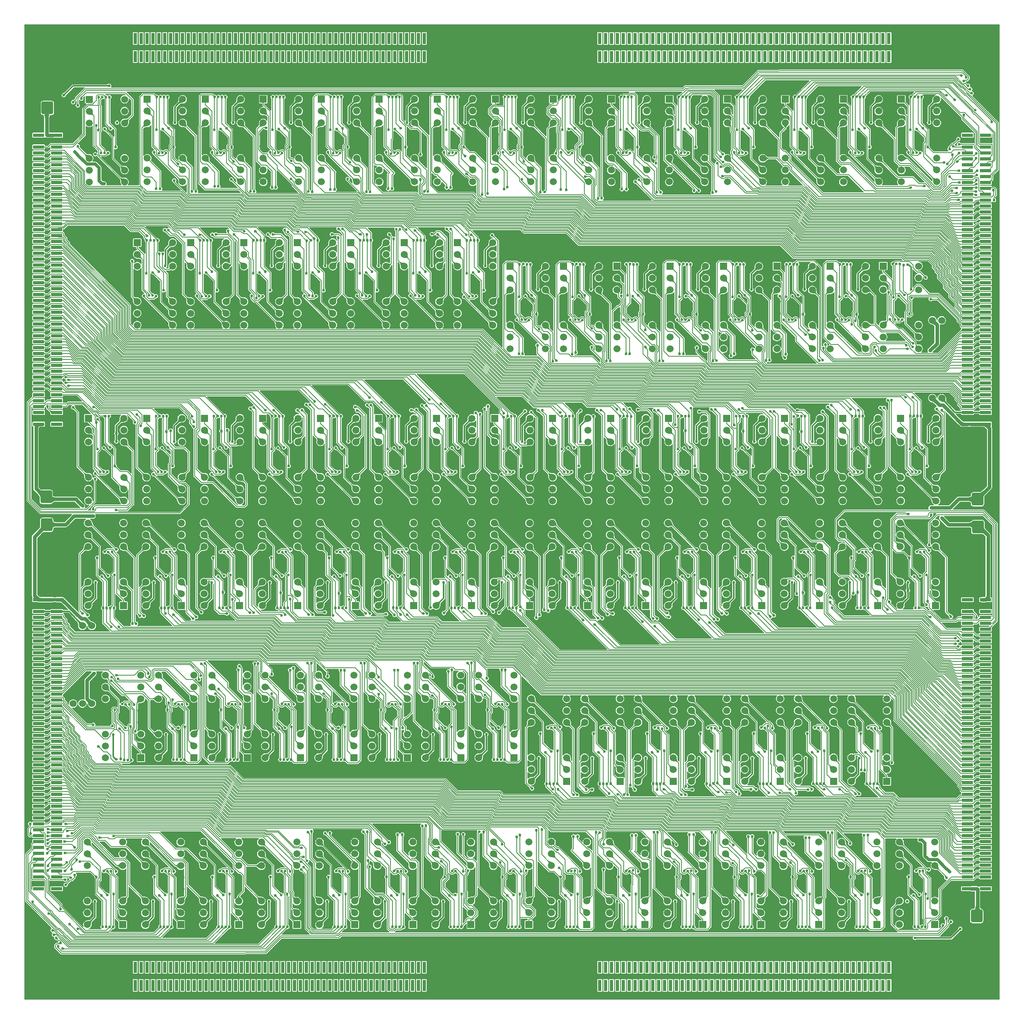
<source format=gtl>
G04 Layer_Physical_Order=1*
G04 Layer_Color=255*
%FSLAX25Y25*%
%MOIN*%
G70*
G01*
G75*
G04:AMPARAMS|DCode=10|XSize=109.06mil|YSize=100.39mil|CornerRadius=15.06mil|HoleSize=0mil|Usage=FLASHONLY|Rotation=90.000|XOffset=0mil|YOffset=0mil|HoleType=Round|Shape=RoundedRectangle|*
%AMROUNDEDRECTD10*
21,1,0.10906,0.07028,0,0,90.0*
21,1,0.07894,0.10039,0,0,90.0*
1,1,0.03012,0.03514,0.03947*
1,1,0.03012,0.03514,-0.03947*
1,1,0.03012,-0.03514,-0.03947*
1,1,0.03012,-0.03514,0.03947*
%
%ADD10ROUNDEDRECTD10*%
%ADD11R,0.09449X0.02913*%
%ADD12R,0.02913X0.09449*%
%ADD13C,0.00591*%
%ADD14C,0.00787*%
%ADD15C,0.03150*%
%ADD16C,0.01181*%
%ADD17C,0.02756*%
%ADD18C,0.19685*%
%ADD19C,0.05905*%
%ADD20R,0.05905X0.05905*%
%ADD21C,0.06000*%
%ADD22O,0.06000X0.05118*%
%ADD23C,0.02362*%
%ADD24C,0.01968*%
G36*
X413386Y-413386D02*
X-413386D01*
Y413386D01*
X413386D01*
Y-413386D01*
D02*
G37*
%LPC*%
G36*
X160807Y-396014D02*
X157894D01*
X157442Y-396201D01*
X157255Y-396654D01*
Y-406102D01*
X157442Y-406554D01*
X157894Y-406742D01*
X160807D01*
X161259Y-406554D01*
X161446Y-406102D01*
Y-396654D01*
X161259Y-396201D01*
X160807Y-396014D01*
D02*
G37*
G36*
X165807D02*
X162894D01*
X162442Y-396201D01*
X162255Y-396654D01*
Y-406102D01*
X162442Y-406554D01*
X162894Y-406742D01*
X165807D01*
X166259Y-406554D01*
X166446Y-406102D01*
Y-396654D01*
X166259Y-396201D01*
X165807Y-396014D01*
D02*
G37*
G36*
X170807D02*
X167894D01*
X167442Y-396201D01*
X167254Y-396654D01*
Y-406102D01*
X167442Y-406554D01*
X167894Y-406742D01*
X170807D01*
X171259Y-406554D01*
X171446Y-406102D01*
Y-396654D01*
X171259Y-396201D01*
X170807Y-396014D01*
D02*
G37*
G36*
X145807D02*
X142894D01*
X142442Y-396201D01*
X142254Y-396654D01*
Y-406102D01*
X142442Y-406554D01*
X142894Y-406742D01*
X145807D01*
X146259Y-406554D01*
X146446Y-406102D01*
Y-396654D01*
X146259Y-396201D01*
X145807Y-396014D01*
D02*
G37*
G36*
X150807D02*
X147894D01*
X147442Y-396201D01*
X147255Y-396654D01*
Y-406102D01*
X147442Y-406554D01*
X147894Y-406742D01*
X150807D01*
X151259Y-406554D01*
X151446Y-406102D01*
Y-396654D01*
X151259Y-396201D01*
X150807Y-396014D01*
D02*
G37*
G36*
X155807D02*
X152894D01*
X152442Y-396201D01*
X152254Y-396654D01*
Y-406102D01*
X152442Y-406554D01*
X152894Y-406742D01*
X155807D01*
X156259Y-406554D01*
X156446Y-406102D01*
Y-396654D01*
X156259Y-396201D01*
X155807Y-396014D01*
D02*
G37*
G36*
X190807D02*
X187894D01*
X187442Y-396201D01*
X187255Y-396654D01*
Y-406102D01*
X187442Y-406554D01*
X187894Y-406742D01*
X190807D01*
X191259Y-406554D01*
X191446Y-406102D01*
Y-396654D01*
X191259Y-396201D01*
X190807Y-396014D01*
D02*
G37*
G36*
X195807D02*
X192894D01*
X192442Y-396201D01*
X192254Y-396654D01*
Y-406102D01*
X192442Y-406554D01*
X192894Y-406742D01*
X195807D01*
X196259Y-406554D01*
X196446Y-406102D01*
Y-396654D01*
X196259Y-396201D01*
X195807Y-396014D01*
D02*
G37*
G36*
X200807D02*
X197894D01*
X197442Y-396201D01*
X197255Y-396654D01*
Y-406102D01*
X197442Y-406554D01*
X197894Y-406742D01*
X200807D01*
X201259Y-406554D01*
X201446Y-406102D01*
Y-396654D01*
X201259Y-396201D01*
X200807Y-396014D01*
D02*
G37*
G36*
X175807D02*
X172894D01*
X172442Y-396201D01*
X172255Y-396654D01*
Y-406102D01*
X172442Y-406554D01*
X172894Y-406742D01*
X175807D01*
X176259Y-406554D01*
X176446Y-406102D01*
Y-396654D01*
X176259Y-396201D01*
X175807Y-396014D01*
D02*
G37*
G36*
X180807D02*
X177894D01*
X177442Y-396201D01*
X177254Y-396654D01*
Y-406102D01*
X177442Y-406554D01*
X177894Y-406742D01*
X180807D01*
X181259Y-406554D01*
X181446Y-406102D01*
Y-396654D01*
X181259Y-396201D01*
X180807Y-396014D01*
D02*
G37*
G36*
X185807D02*
X182894D01*
X182442Y-396201D01*
X182255Y-396654D01*
Y-406102D01*
X182442Y-406554D01*
X182894Y-406742D01*
X185807D01*
X186259Y-406554D01*
X186446Y-406102D01*
Y-396654D01*
X186259Y-396201D01*
X185807Y-396014D01*
D02*
G37*
G36*
X140807D02*
X137894D01*
X137442Y-396201D01*
X137255Y-396654D01*
Y-406102D01*
X137442Y-406554D01*
X137894Y-406742D01*
X140807D01*
X141259Y-406554D01*
X141446Y-406102D01*
Y-396654D01*
X141259Y-396201D01*
X140807Y-396014D01*
D02*
G37*
G36*
X95807D02*
X92894D01*
X92442Y-396201D01*
X92255Y-396654D01*
Y-406102D01*
X92442Y-406554D01*
X92894Y-406742D01*
X95807D01*
X96259Y-406554D01*
X96446Y-406102D01*
Y-396654D01*
X96259Y-396201D01*
X95807Y-396014D01*
D02*
G37*
G36*
X100807D02*
X97894D01*
X97442Y-396201D01*
X97255Y-396654D01*
Y-406102D01*
X97442Y-406554D01*
X97894Y-406742D01*
X100807D01*
X101259Y-406554D01*
X101446Y-406102D01*
Y-396654D01*
X101259Y-396201D01*
X100807Y-396014D01*
D02*
G37*
G36*
X105807D02*
X102894D01*
X102442Y-396201D01*
X102254Y-396654D01*
Y-406102D01*
X102442Y-406554D01*
X102894Y-406742D01*
X105807D01*
X106259Y-406554D01*
X106446Y-406102D01*
Y-396654D01*
X106259Y-396201D01*
X105807Y-396014D01*
D02*
G37*
G36*
X80807D02*
X77894D01*
X77442Y-396201D01*
X77254Y-396654D01*
Y-406102D01*
X77442Y-406554D01*
X77894Y-406742D01*
X80807D01*
X81259Y-406554D01*
X81446Y-406102D01*
Y-396654D01*
X81259Y-396201D01*
X80807Y-396014D01*
D02*
G37*
G36*
X85807D02*
X82894D01*
X82442Y-396201D01*
X82254Y-396654D01*
Y-406102D01*
X82442Y-406554D01*
X82894Y-406742D01*
X85807D01*
X86259Y-406554D01*
X86446Y-406102D01*
Y-396654D01*
X86259Y-396201D01*
X85807Y-396014D01*
D02*
G37*
G36*
X90807D02*
X87894D01*
X87442Y-396201D01*
X87255Y-396654D01*
Y-406102D01*
X87442Y-406554D01*
X87894Y-406742D01*
X90807D01*
X91259Y-406554D01*
X91446Y-406102D01*
Y-396654D01*
X91259Y-396201D01*
X90807Y-396014D01*
D02*
G37*
G36*
X125807D02*
X122894D01*
X122442Y-396201D01*
X122255Y-396654D01*
Y-406102D01*
X122442Y-406554D01*
X122894Y-406742D01*
X125807D01*
X126259Y-406554D01*
X126446Y-406102D01*
Y-396654D01*
X126259Y-396201D01*
X125807Y-396014D01*
D02*
G37*
G36*
X130807D02*
X127894D01*
X127442Y-396201D01*
X127254Y-396654D01*
Y-406102D01*
X127442Y-406554D01*
X127894Y-406742D01*
X130807D01*
X131259Y-406554D01*
X131446Y-406102D01*
Y-396654D01*
X131259Y-396201D01*
X130807Y-396014D01*
D02*
G37*
G36*
X135807D02*
X132894D01*
X132442Y-396201D01*
X132255Y-396654D01*
Y-406102D01*
X132442Y-406554D01*
X132894Y-406742D01*
X135807D01*
X136259Y-406554D01*
X136446Y-406102D01*
Y-396654D01*
X136259Y-396201D01*
X135807Y-396014D01*
D02*
G37*
G36*
X110807D02*
X107894D01*
X107442Y-396201D01*
X107255Y-396654D01*
Y-406102D01*
X107442Y-406554D01*
X107894Y-406742D01*
X110807D01*
X111259Y-406554D01*
X111446Y-406102D01*
Y-396654D01*
X111259Y-396201D01*
X110807Y-396014D01*
D02*
G37*
G36*
X115807D02*
X112894D01*
X112442Y-396201D01*
X112255Y-396654D01*
Y-406102D01*
X112442Y-406554D01*
X112894Y-406742D01*
X115807D01*
X116259Y-406554D01*
X116446Y-406102D01*
Y-396654D01*
X116259Y-396201D01*
X115807Y-396014D01*
D02*
G37*
G36*
X120807D02*
X117894D01*
X117442Y-396201D01*
X117254Y-396654D01*
Y-406102D01*
X117442Y-406554D01*
X117894Y-406742D01*
X120807D01*
X121259Y-406554D01*
X121446Y-406102D01*
Y-396654D01*
X121259Y-396201D01*
X120807Y-396014D01*
D02*
G37*
G36*
X285807D02*
X282894D01*
X282442Y-396201D01*
X282255Y-396654D01*
Y-406102D01*
X282442Y-406554D01*
X282894Y-406742D01*
X285807D01*
X286259Y-406554D01*
X286446Y-406102D01*
Y-396654D01*
X286259Y-396201D01*
X285807Y-396014D01*
D02*
G37*
G36*
X290807D02*
X287894D01*
X287442Y-396201D01*
X287255Y-396654D01*
Y-406102D01*
X287442Y-406554D01*
X287894Y-406742D01*
X290807D01*
X291259Y-406554D01*
X291446Y-406102D01*
Y-396654D01*
X291259Y-396201D01*
X290807Y-396014D01*
D02*
G37*
G36*
X295807D02*
X292894D01*
X292442Y-396201D01*
X292254Y-396654D01*
Y-406102D01*
X292442Y-406554D01*
X292894Y-406742D01*
X295807D01*
X296259Y-406554D01*
X296446Y-406102D01*
Y-396654D01*
X296259Y-396201D01*
X295807Y-396014D01*
D02*
G37*
G36*
X270807D02*
X267894D01*
X267442Y-396201D01*
X267254Y-396654D01*
Y-406102D01*
X267442Y-406554D01*
X267894Y-406742D01*
X270807D01*
X271259Y-406554D01*
X271446Y-406102D01*
Y-396654D01*
X271259Y-396201D01*
X270807Y-396014D01*
D02*
G37*
G36*
X275807D02*
X272894D01*
X272442Y-396201D01*
X272254Y-396654D01*
Y-406102D01*
X272442Y-406554D01*
X272894Y-406742D01*
X275807D01*
X276259Y-406554D01*
X276446Y-406102D01*
Y-396654D01*
X276259Y-396201D01*
X275807Y-396014D01*
D02*
G37*
G36*
X280807D02*
X277894D01*
X277442Y-396201D01*
X277255Y-396654D01*
Y-406102D01*
X277442Y-406554D01*
X277894Y-406742D01*
X280807D01*
X281259Y-406554D01*
X281446Y-406102D01*
Y-396654D01*
X281259Y-396201D01*
X280807Y-396014D01*
D02*
G37*
G36*
X315807D02*
X312894D01*
X312442Y-396201D01*
X312255Y-396654D01*
Y-406102D01*
X312442Y-406554D01*
X312894Y-406742D01*
X315807D01*
X316259Y-406554D01*
X316446Y-406102D01*
Y-396654D01*
X316259Y-396201D01*
X315807Y-396014D01*
D02*
G37*
G36*
X320807D02*
X317894D01*
X317442Y-396201D01*
X317254Y-396654D01*
Y-406102D01*
X317442Y-406554D01*
X317894Y-406742D01*
X320807D01*
X321259Y-406554D01*
X321446Y-406102D01*
Y-396654D01*
X321259Y-396201D01*
X320807Y-396014D01*
D02*
G37*
G36*
X-317894Y-380660D02*
X-320807D01*
X-321259Y-380847D01*
X-321446Y-381299D01*
Y-390748D01*
X-321259Y-391200D01*
X-320807Y-391387D01*
X-317894D01*
X-317442Y-391200D01*
X-317254Y-390748D01*
Y-381299D01*
X-317442Y-380847D01*
X-317894Y-380660D01*
D02*
G37*
G36*
X300807Y-396014D02*
X297894D01*
X297442Y-396201D01*
X297254Y-396654D01*
Y-406102D01*
X297442Y-406554D01*
X297894Y-406742D01*
X300807D01*
X301259Y-406554D01*
X301446Y-406102D01*
Y-396654D01*
X301259Y-396201D01*
X300807Y-396014D01*
D02*
G37*
G36*
X305807D02*
X302894D01*
X302442Y-396201D01*
X302255Y-396654D01*
Y-406102D01*
X302442Y-406554D01*
X302894Y-406742D01*
X305807D01*
X306259Y-406554D01*
X306446Y-406102D01*
Y-396654D01*
X306259Y-396201D01*
X305807Y-396014D01*
D02*
G37*
G36*
X310807D02*
X307894D01*
X307442Y-396201D01*
X307255Y-396654D01*
Y-406102D01*
X307442Y-406554D01*
X307894Y-406742D01*
X310807D01*
X311259Y-406554D01*
X311446Y-406102D01*
Y-396654D01*
X311259Y-396201D01*
X310807Y-396014D01*
D02*
G37*
G36*
X265807D02*
X262894D01*
X262442Y-396201D01*
X262255Y-396654D01*
Y-406102D01*
X262442Y-406554D01*
X262894Y-406742D01*
X265807D01*
X266259Y-406554D01*
X266446Y-406102D01*
Y-396654D01*
X266259Y-396201D01*
X265807Y-396014D01*
D02*
G37*
G36*
X220807D02*
X217894D01*
X217442Y-396201D01*
X217254Y-396654D01*
Y-406102D01*
X217442Y-406554D01*
X217894Y-406742D01*
X220807D01*
X221259Y-406554D01*
X221446Y-406102D01*
Y-396654D01*
X221259Y-396201D01*
X220807Y-396014D01*
D02*
G37*
G36*
X225807D02*
X222894D01*
X222442Y-396201D01*
X222254Y-396654D01*
Y-406102D01*
X222442Y-406554D01*
X222894Y-406742D01*
X225807D01*
X226259Y-406554D01*
X226446Y-406102D01*
Y-396654D01*
X226259Y-396201D01*
X225807Y-396014D01*
D02*
G37*
G36*
X230807D02*
X227894D01*
X227442Y-396201D01*
X227255Y-396654D01*
Y-406102D01*
X227442Y-406554D01*
X227894Y-406742D01*
X230807D01*
X231259Y-406554D01*
X231446Y-406102D01*
Y-396654D01*
X231259Y-396201D01*
X230807Y-396014D01*
D02*
G37*
G36*
X205807D02*
X202894D01*
X202442Y-396201D01*
X202255Y-396654D01*
Y-406102D01*
X202442Y-406554D01*
X202894Y-406742D01*
X205807D01*
X206259Y-406554D01*
X206446Y-406102D01*
Y-396654D01*
X206259Y-396201D01*
X205807Y-396014D01*
D02*
G37*
G36*
X210807D02*
X207894D01*
X207442Y-396201D01*
X207255Y-396654D01*
Y-406102D01*
X207442Y-406554D01*
X207894Y-406742D01*
X210807D01*
X211259Y-406554D01*
X211446Y-406102D01*
Y-396654D01*
X211259Y-396201D01*
X210807Y-396014D01*
D02*
G37*
G36*
X215807D02*
X212894D01*
X212442Y-396201D01*
X212255Y-396654D01*
Y-406102D01*
X212442Y-406554D01*
X212894Y-406742D01*
X215807D01*
X216259Y-406554D01*
X216446Y-406102D01*
Y-396654D01*
X216259Y-396201D01*
X215807Y-396014D01*
D02*
G37*
G36*
X250807D02*
X247894D01*
X247442Y-396201D01*
X247254Y-396654D01*
Y-406102D01*
X247442Y-406554D01*
X247894Y-406742D01*
X250807D01*
X251259Y-406554D01*
X251446Y-406102D01*
Y-396654D01*
X251259Y-396201D01*
X250807Y-396014D01*
D02*
G37*
G36*
X255807D02*
X252894D01*
X252442Y-396201D01*
X252255Y-396654D01*
Y-406102D01*
X252442Y-406554D01*
X252894Y-406742D01*
X255807D01*
X256259Y-406554D01*
X256446Y-406102D01*
Y-396654D01*
X256259Y-396201D01*
X255807Y-396014D01*
D02*
G37*
G36*
X260807D02*
X257894D01*
X257442Y-396201D01*
X257255Y-396654D01*
Y-406102D01*
X257442Y-406554D01*
X257894Y-406742D01*
X260807D01*
X261259Y-406554D01*
X261446Y-406102D01*
Y-396654D01*
X261259Y-396201D01*
X260807Y-396014D01*
D02*
G37*
G36*
X235807D02*
X232894D01*
X232442Y-396201D01*
X232255Y-396654D01*
Y-406102D01*
X232442Y-406554D01*
X232894Y-406742D01*
X235807D01*
X236259Y-406554D01*
X236446Y-406102D01*
Y-396654D01*
X236259Y-396201D01*
X235807Y-396014D01*
D02*
G37*
G36*
X240807D02*
X237894D01*
X237442Y-396201D01*
X237255Y-396654D01*
Y-406102D01*
X237442Y-406554D01*
X237894Y-406742D01*
X240807D01*
X241259Y-406554D01*
X241446Y-406102D01*
Y-396654D01*
X241259Y-396201D01*
X240807Y-396014D01*
D02*
G37*
G36*
X245807D02*
X242894D01*
X242442Y-396201D01*
X242254Y-396654D01*
Y-406102D01*
X242442Y-406554D01*
X242894Y-406742D01*
X245807D01*
X246259Y-406554D01*
X246446Y-406102D01*
Y-396654D01*
X246259Y-396201D01*
X245807Y-396014D01*
D02*
G37*
G36*
X-232894D02*
X-235807D01*
X-236259Y-396201D01*
X-236446Y-396654D01*
Y-406102D01*
X-236259Y-406554D01*
X-235807Y-406742D01*
X-232894D01*
X-232442Y-406554D01*
X-232255Y-406102D01*
Y-396654D01*
X-232442Y-396201D01*
X-232894Y-396014D01*
D02*
G37*
G36*
X-227894D02*
X-230807D01*
X-231259Y-396201D01*
X-231446Y-396654D01*
Y-406102D01*
X-231259Y-406554D01*
X-230807Y-406742D01*
X-227894D01*
X-227442Y-406554D01*
X-227255Y-406102D01*
Y-396654D01*
X-227442Y-396201D01*
X-227894Y-396014D01*
D02*
G37*
G36*
X-222894D02*
X-225807D01*
X-226259Y-396201D01*
X-226446Y-396654D01*
Y-406102D01*
X-226259Y-406554D01*
X-225807Y-406742D01*
X-222894D01*
X-222442Y-406554D01*
X-222254Y-406102D01*
Y-396654D01*
X-222442Y-396201D01*
X-222894Y-396014D01*
D02*
G37*
G36*
X-247894D02*
X-250807D01*
X-251259Y-396201D01*
X-251446Y-396654D01*
Y-406102D01*
X-251259Y-406554D01*
X-250807Y-406742D01*
X-247894D01*
X-247442Y-406554D01*
X-247254Y-406102D01*
Y-396654D01*
X-247442Y-396201D01*
X-247894Y-396014D01*
D02*
G37*
G36*
X-242894D02*
X-245807D01*
X-246259Y-396201D01*
X-246446Y-396654D01*
Y-406102D01*
X-246259Y-406554D01*
X-245807Y-406742D01*
X-242894D01*
X-242442Y-406554D01*
X-242254Y-406102D01*
Y-396654D01*
X-242442Y-396201D01*
X-242894Y-396014D01*
D02*
G37*
G36*
X-237894D02*
X-240807D01*
X-241259Y-396201D01*
X-241446Y-396654D01*
Y-406102D01*
X-241259Y-406554D01*
X-240807Y-406742D01*
X-237894D01*
X-237442Y-406554D01*
X-237255Y-406102D01*
Y-396654D01*
X-237442Y-396201D01*
X-237894Y-396014D01*
D02*
G37*
G36*
X-202894D02*
X-205807D01*
X-206259Y-396201D01*
X-206446Y-396654D01*
Y-406102D01*
X-206259Y-406554D01*
X-205807Y-406742D01*
X-202894D01*
X-202442Y-406554D01*
X-202255Y-406102D01*
Y-396654D01*
X-202442Y-396201D01*
X-202894Y-396014D01*
D02*
G37*
G36*
X-197894D02*
X-200807D01*
X-201259Y-396201D01*
X-201446Y-396654D01*
Y-406102D01*
X-201259Y-406554D01*
X-200807Y-406742D01*
X-197894D01*
X-197442Y-406554D01*
X-197255Y-406102D01*
Y-396654D01*
X-197442Y-396201D01*
X-197894Y-396014D01*
D02*
G37*
G36*
X-192894D02*
X-195807D01*
X-196259Y-396201D01*
X-196446Y-396654D01*
Y-406102D01*
X-196259Y-406554D01*
X-195807Y-406742D01*
X-192894D01*
X-192442Y-406554D01*
X-192254Y-406102D01*
Y-396654D01*
X-192442Y-396201D01*
X-192894Y-396014D01*
D02*
G37*
G36*
X-217894D02*
X-220807D01*
X-221259Y-396201D01*
X-221446Y-396654D01*
Y-406102D01*
X-221259Y-406554D01*
X-220807Y-406742D01*
X-217894D01*
X-217442Y-406554D01*
X-217254Y-406102D01*
Y-396654D01*
X-217442Y-396201D01*
X-217894Y-396014D01*
D02*
G37*
G36*
X-212894D02*
X-215807D01*
X-216259Y-396201D01*
X-216446Y-396654D01*
Y-406102D01*
X-216259Y-406554D01*
X-215807Y-406742D01*
X-212894D01*
X-212442Y-406554D01*
X-212255Y-406102D01*
Y-396654D01*
X-212442Y-396201D01*
X-212894Y-396014D01*
D02*
G37*
G36*
X-207894D02*
X-210807D01*
X-211259Y-396201D01*
X-211446Y-396654D01*
Y-406102D01*
X-211259Y-406554D01*
X-210807Y-406742D01*
X-207894D01*
X-207442Y-406554D01*
X-207255Y-406102D01*
Y-396654D01*
X-207442Y-396201D01*
X-207894Y-396014D01*
D02*
G37*
G36*
X-252894D02*
X-255807D01*
X-256259Y-396201D01*
X-256446Y-396654D01*
Y-406102D01*
X-256259Y-406554D01*
X-255807Y-406742D01*
X-252894D01*
X-252442Y-406554D01*
X-252255Y-406102D01*
Y-396654D01*
X-252442Y-396201D01*
X-252894Y-396014D01*
D02*
G37*
G36*
X-297894D02*
X-300807D01*
X-301259Y-396201D01*
X-301446Y-396654D01*
Y-406102D01*
X-301259Y-406554D01*
X-300807Y-406742D01*
X-297894D01*
X-297442Y-406554D01*
X-297254Y-406102D01*
Y-396654D01*
X-297442Y-396201D01*
X-297894Y-396014D01*
D02*
G37*
G36*
X-292894D02*
X-295807D01*
X-296259Y-396201D01*
X-296446Y-396654D01*
Y-406102D01*
X-296259Y-406554D01*
X-295807Y-406742D01*
X-292894D01*
X-292442Y-406554D01*
X-292254Y-406102D01*
Y-396654D01*
X-292442Y-396201D01*
X-292894Y-396014D01*
D02*
G37*
G36*
X-287894D02*
X-290807D01*
X-291259Y-396201D01*
X-291446Y-396654D01*
Y-406102D01*
X-291259Y-406554D01*
X-290807Y-406742D01*
X-287894D01*
X-287442Y-406554D01*
X-287255Y-406102D01*
Y-396654D01*
X-287442Y-396201D01*
X-287894Y-396014D01*
D02*
G37*
G36*
X381999Y375019D02*
X226378D01*
X225994Y374943D01*
X225668Y374725D01*
X225569Y374626D01*
X208624D01*
X208240Y374549D01*
X207914Y374332D01*
X195216Y361633D01*
X146634D01*
X146250Y361557D01*
X145925Y361339D01*
X144250Y359665D01*
X-339843D01*
X-340110Y360165D01*
X-339867Y360529D01*
X-339729Y361221D01*
X-339867Y361912D01*
X-340258Y362498D01*
X-340844Y362889D01*
X-341535Y363027D01*
X-342227Y362889D01*
X-342737Y362548D01*
X-342784Y362532D01*
X-342789Y362531D01*
X-342791Y362530D01*
X-342803Y362525D01*
X-342821Y362510D01*
X-342825Y362508D01*
X-342846Y362499D01*
X-342882Y362488D01*
X-342932Y362476D01*
X-342989Y362467D01*
X-343172Y362452D01*
X-343279Y362450D01*
X-343337Y362425D01*
X-372047D01*
X-372508Y362333D01*
X-372899Y362072D01*
X-379492Y355478D01*
X-379549Y355457D01*
X-379713Y355305D01*
X-379769Y355260D01*
X-379821Y355222D01*
X-379865Y355195D01*
X-379899Y355177D01*
X-379920Y355168D01*
X-379924Y355167D01*
X-379947Y355166D01*
X-379959Y355160D01*
X-379962Y355159D01*
X-379966Y355156D01*
X-380010Y355135D01*
X-380612Y355015D01*
X-381199Y354624D01*
X-381590Y354038D01*
X-381728Y353346D01*
X-381590Y352655D01*
X-381199Y352069D01*
X-380612Y351678D01*
X-379921Y351540D01*
X-379230Y351678D01*
X-378644Y352069D01*
X-378252Y352655D01*
X-378133Y353258D01*
X-378111Y353302D01*
X-378108Y353306D01*
X-378108Y353309D01*
X-378102Y353320D01*
X-378101Y353344D01*
X-378099Y353348D01*
X-378090Y353369D01*
X-378073Y353402D01*
X-378045Y353446D01*
X-378012Y353493D01*
X-377893Y353633D01*
X-377819Y353710D01*
X-377796Y353769D01*
X-371548Y360016D01*
X-362503D01*
X-362393Y359516D01*
X-362610Y359371D01*
X-370198Y351784D01*
X-370415Y351458D01*
X-370492Y351074D01*
Y350416D01*
X-371406Y349501D01*
X-371471Y349477D01*
X-371532Y349420D01*
X-371576Y349387D01*
X-371620Y349358D01*
X-371665Y349333D01*
X-371713Y349312D01*
X-371765Y349294D01*
X-371822Y349280D01*
X-371885Y349270D01*
X-371953Y349263D01*
X-372050Y349261D01*
X-372109Y349235D01*
X-372739Y349110D01*
X-373324Y348718D01*
X-373716Y348132D01*
X-373854Y347441D01*
X-373716Y346750D01*
X-373324Y346164D01*
X-372739Y345772D01*
X-372047Y345635D01*
X-371356Y345772D01*
X-370770Y346164D01*
X-370378Y346750D01*
X-370253Y347379D01*
X-370227Y347438D01*
X-370225Y347535D01*
X-370218Y347604D01*
X-370208Y347666D01*
X-370194Y347723D01*
X-370176Y347775D01*
X-370155Y347823D01*
X-370130Y347868D01*
X-370101Y347913D01*
X-370068Y347956D01*
X-370011Y348017D01*
X-369987Y348082D01*
X-369576Y348493D01*
X-369114Y348302D01*
Y346398D01*
X-369143Y346336D01*
X-369146Y346252D01*
X-369153Y346198D01*
X-369163Y346146D01*
X-369178Y346096D01*
X-369197Y346047D01*
X-369222Y345998D01*
X-369252Y345948D01*
X-369288Y345896D01*
X-369333Y345843D01*
X-369399Y345773D01*
X-369423Y345713D01*
X-369779Y345179D01*
X-369917Y344488D01*
X-369779Y343797D01*
X-369388Y343211D01*
X-368801Y342819D01*
X-368110Y342682D01*
X-367419Y342819D01*
X-366833Y343211D01*
X-366441Y343797D01*
X-366304Y344488D01*
X-366441Y345179D01*
X-366798Y345713D01*
X-366821Y345773D01*
X-366888Y345843D01*
X-366932Y345896D01*
X-366969Y345948D01*
X-366999Y345998D01*
X-367023Y346047D01*
X-367042Y346096D01*
X-367057Y346146D01*
X-367068Y346198D01*
X-367074Y346252D01*
X-367078Y346336D01*
X-367107Y346398D01*
Y349222D01*
X-366607Y349374D01*
X-366435Y349116D01*
X-365849Y348725D01*
X-365158Y348587D01*
X-364466Y348725D01*
X-363880Y349116D01*
X-363489Y349702D01*
X-363351Y350394D01*
X-363489Y351085D01*
X-363652Y351330D01*
X-363665Y351401D01*
X-363652Y351418D01*
X-363593Y351483D01*
X-363571Y351543D01*
X-363518Y351581D01*
X-363515Y351601D01*
X-362521Y352595D01*
X-362021Y352388D01*
Y346772D01*
X-361834Y346320D01*
X-361382Y346132D01*
X-361051D01*
X-360859Y345671D01*
X-364088Y342442D01*
X-364283Y342149D01*
X-364352Y341804D01*
Y320485D01*
X-372241Y312596D01*
X-391115D01*
X-391460Y312527D01*
X-391754Y312332D01*
X-393831Y310254D01*
X-395990D01*
X-396014Y310265D01*
Y310807D01*
X-396201Y311259D01*
X-396654Y311446D01*
X-406102D01*
X-406554Y311259D01*
X-406742Y310807D01*
Y307894D01*
X-406554Y307442D01*
X-406102Y307255D01*
X-396654D01*
X-396201Y307442D01*
X-396014Y307894D01*
Y308436D01*
X-395990Y308447D01*
X-393457D01*
X-393112Y308516D01*
X-392819Y308712D01*
X-391849Y309681D01*
X-391387Y309490D01*
Y307894D01*
X-391334Y307765D01*
X-391460Y307527D01*
X-391754Y307332D01*
X-393831Y305254D01*
X-395990D01*
X-396014Y305265D01*
Y305807D01*
X-396201Y306259D01*
X-396654Y306446D01*
X-406102D01*
X-406554Y306259D01*
X-406742Y305807D01*
Y302894D01*
X-406554Y302442D01*
X-406102Y302255D01*
X-396654D01*
X-396201Y302442D01*
X-396014Y302894D01*
Y303436D01*
X-395990Y303447D01*
X-393457D01*
X-393112Y303516D01*
X-392819Y303712D01*
X-391849Y304681D01*
X-391387Y304490D01*
Y302894D01*
X-391334Y302765D01*
X-391460Y302527D01*
X-391754Y302332D01*
X-393831Y300254D01*
X-395990D01*
X-396014Y300265D01*
Y300807D01*
X-396201Y301259D01*
X-396654Y301446D01*
X-406102D01*
X-406554Y301259D01*
X-406742Y300807D01*
Y297894D01*
X-406554Y297442D01*
X-406102Y297254D01*
X-396654D01*
X-396201Y297442D01*
X-396014Y297894D01*
Y298436D01*
X-395990Y298447D01*
X-393457D01*
X-393112Y298516D01*
X-392819Y298712D01*
X-391849Y299681D01*
X-391387Y299490D01*
Y297894D01*
X-391334Y297765D01*
X-391460Y297527D01*
X-391754Y297332D01*
X-393831Y295254D01*
X-395990D01*
X-396014Y295265D01*
Y295807D01*
X-396201Y296259D01*
X-396654Y296446D01*
X-406102D01*
X-406554Y296259D01*
X-406742Y295807D01*
Y292894D01*
X-406554Y292442D01*
X-406102Y292254D01*
X-396654D01*
X-396201Y292442D01*
X-396014Y292894D01*
Y293436D01*
X-395990Y293447D01*
X-393457D01*
X-393112Y293516D01*
X-392819Y293712D01*
X-391849Y294681D01*
X-391387Y294490D01*
Y292894D01*
X-391334Y292765D01*
X-391460Y292527D01*
X-391754Y292332D01*
X-393831Y290254D01*
X-395990D01*
X-396014Y290265D01*
Y290807D01*
X-396201Y291259D01*
X-396654Y291446D01*
X-406102D01*
X-406554Y291259D01*
X-406742Y290807D01*
Y287894D01*
X-406554Y287442D01*
X-406102Y287255D01*
X-396654D01*
X-396201Y287442D01*
X-396014Y287894D01*
Y288436D01*
X-395990Y288447D01*
X-393457D01*
X-393112Y288516D01*
X-392819Y288712D01*
X-391849Y289681D01*
X-391387Y289490D01*
Y287894D01*
X-391334Y287765D01*
X-391460Y287527D01*
X-391754Y287332D01*
X-393831Y285254D01*
X-395990D01*
X-396014Y285265D01*
Y285807D01*
X-396201Y286259D01*
X-396654Y286446D01*
X-406102D01*
X-406554Y286259D01*
X-406742Y285807D01*
Y282894D01*
X-406554Y282442D01*
X-406102Y282255D01*
X-396654D01*
X-396201Y282442D01*
X-396014Y282894D01*
Y283436D01*
X-395990Y283447D01*
X-393457D01*
X-393112Y283516D01*
X-392819Y283712D01*
X-391849Y284681D01*
X-391387Y284490D01*
Y282894D01*
X-391334Y282765D01*
X-391460Y282527D01*
X-391754Y282332D01*
X-393831Y280254D01*
X-395990D01*
X-396014Y280265D01*
Y280807D01*
X-396201Y281259D01*
X-396654Y281446D01*
X-406102D01*
X-406554Y281259D01*
X-406742Y280807D01*
Y277894D01*
X-406554Y277442D01*
X-406102Y277255D01*
X-396654D01*
X-396201Y277442D01*
X-396014Y277894D01*
Y278436D01*
X-395990Y278447D01*
X-393457D01*
X-393112Y278516D01*
X-392819Y278712D01*
X-391849Y279681D01*
X-391387Y279490D01*
Y277894D01*
X-391334Y277765D01*
X-391460Y277527D01*
X-391754Y277332D01*
X-393831Y275254D01*
X-395990D01*
X-396014Y275265D01*
Y275807D01*
X-396201Y276259D01*
X-396654Y276446D01*
X-406102D01*
X-406554Y276259D01*
X-406742Y275807D01*
Y272894D01*
X-406554Y272442D01*
X-406102Y272254D01*
X-396654D01*
X-396201Y272442D01*
X-396014Y272894D01*
Y273436D01*
X-395990Y273447D01*
X-393457D01*
X-393112Y273516D01*
X-392819Y273712D01*
X-391849Y274681D01*
X-391387Y274490D01*
Y272894D01*
X-391334Y272765D01*
X-391460Y272527D01*
X-391754Y272332D01*
X-393831Y270254D01*
X-395990D01*
X-396014Y270265D01*
Y270807D01*
X-396201Y271259D01*
X-396654Y271446D01*
X-406102D01*
X-406554Y271259D01*
X-406742Y270807D01*
Y267894D01*
X-406554Y267442D01*
X-406102Y267254D01*
X-396654D01*
X-396201Y267442D01*
X-396014Y267894D01*
Y268436D01*
X-395990Y268447D01*
X-393457D01*
X-393112Y268516D01*
X-392819Y268712D01*
X-391849Y269681D01*
X-391387Y269490D01*
Y267894D01*
X-391334Y267765D01*
X-391460Y267527D01*
X-391754Y267332D01*
X-393831Y265254D01*
X-395990D01*
X-396014Y265265D01*
Y265807D01*
X-396201Y266259D01*
X-396654Y266446D01*
X-406102D01*
X-406554Y266259D01*
X-406742Y265807D01*
Y262894D01*
X-406554Y262442D01*
X-406102Y262255D01*
X-396654D01*
X-396201Y262442D01*
X-396014Y262894D01*
Y263436D01*
X-395990Y263447D01*
X-393457D01*
X-393112Y263516D01*
X-392819Y263712D01*
X-391849Y264681D01*
X-391387Y264490D01*
Y262894D01*
X-391312Y262712D01*
X-391354Y262634D01*
X-391647Y262439D01*
X-393831Y260254D01*
X-395990D01*
X-396014Y260265D01*
Y260807D01*
X-396201Y261259D01*
X-396654Y261446D01*
X-406102D01*
X-406554Y261259D01*
X-406742Y260807D01*
Y257894D01*
X-406554Y257442D01*
X-406102Y257255D01*
X-396654D01*
X-396201Y257442D01*
X-396014Y257894D01*
Y258436D01*
X-395990Y258447D01*
X-393457D01*
X-393112Y258516D01*
X-392819Y258712D01*
X-391849Y259681D01*
X-391387Y259490D01*
Y257894D01*
X-391334Y257765D01*
X-391460Y257527D01*
X-391754Y257332D01*
X-393831Y255254D01*
X-395990D01*
X-396014Y255265D01*
Y255807D01*
X-396201Y256259D01*
X-396654Y256446D01*
X-406102D01*
X-406554Y256259D01*
X-406742Y255807D01*
Y252894D01*
X-406554Y252442D01*
X-406102Y252255D01*
X-396654D01*
X-396201Y252442D01*
X-396014Y252894D01*
Y253436D01*
X-395990Y253447D01*
X-393457D01*
X-393112Y253516D01*
X-392819Y253712D01*
X-391849Y254681D01*
X-391387Y254490D01*
Y252894D01*
X-391334Y252765D01*
X-391460Y252527D01*
X-391754Y252332D01*
X-393831Y250254D01*
X-395990D01*
X-396014Y250265D01*
Y250807D01*
X-396201Y251259D01*
X-396654Y251446D01*
X-406102D01*
X-406554Y251259D01*
X-406742Y250807D01*
Y247894D01*
X-406554Y247442D01*
X-406102Y247254D01*
X-396654D01*
X-396201Y247442D01*
X-396014Y247894D01*
Y248436D01*
X-395990Y248447D01*
X-393457D01*
X-393112Y248516D01*
X-392819Y248712D01*
X-391849Y249681D01*
X-391387Y249490D01*
Y247894D01*
X-391317Y247725D01*
X-391446Y247639D01*
X-391446Y247639D01*
X-393831Y245254D01*
X-395990D01*
X-396014Y245265D01*
Y245807D01*
X-396201Y246259D01*
X-396654Y246446D01*
X-406102D01*
X-406554Y246259D01*
X-406742Y245807D01*
Y242894D01*
X-406554Y242442D01*
X-406102Y242254D01*
X-396654D01*
X-396201Y242442D01*
X-396014Y242894D01*
Y243436D01*
X-395990Y243447D01*
X-393457D01*
X-393112Y243516D01*
X-392819Y243712D01*
X-391849Y244681D01*
X-391387Y244490D01*
Y242894D01*
X-391334Y242765D01*
X-391460Y242527D01*
X-391754Y242332D01*
X-393831Y240254D01*
X-395990D01*
X-396014Y240265D01*
Y240807D01*
X-396201Y241259D01*
X-396654Y241446D01*
X-406102D01*
X-406554Y241259D01*
X-406742Y240807D01*
Y237894D01*
X-406554Y237442D01*
X-406102Y237255D01*
X-396654D01*
X-396201Y237442D01*
X-396014Y237894D01*
Y238436D01*
X-395990Y238447D01*
X-393457D01*
X-393112Y238516D01*
X-392819Y238712D01*
X-391849Y239681D01*
X-391387Y239490D01*
Y237894D01*
X-391334Y237765D01*
X-391460Y237527D01*
X-391754Y237332D01*
X-393831Y235254D01*
X-395990D01*
X-396014Y235265D01*
Y235807D01*
X-396201Y236259D01*
X-396654Y236446D01*
X-406102D01*
X-406554Y236259D01*
X-406742Y235807D01*
Y232894D01*
X-406554Y232442D01*
X-406102Y232255D01*
X-396654D01*
X-396201Y232442D01*
X-396014Y232894D01*
Y233436D01*
X-395990Y233447D01*
X-393457D01*
X-393112Y233516D01*
X-392819Y233712D01*
X-391849Y234681D01*
X-391387Y234490D01*
Y232894D01*
X-391334Y232765D01*
X-391460Y232527D01*
X-391754Y232332D01*
X-393831Y230254D01*
X-395990D01*
X-396014Y230265D01*
Y230807D01*
X-396201Y231259D01*
X-396654Y231446D01*
X-406102D01*
X-406554Y231259D01*
X-406742Y230807D01*
Y227894D01*
X-406554Y227442D01*
X-406102Y227255D01*
X-396654D01*
X-396201Y227442D01*
X-396014Y227894D01*
Y228436D01*
X-395990Y228447D01*
X-393457D01*
X-393112Y228516D01*
X-392819Y228712D01*
X-391849Y229681D01*
X-391387Y229490D01*
Y227894D01*
X-391334Y227765D01*
X-391460Y227527D01*
X-391754Y227332D01*
X-393831Y225254D01*
X-395990D01*
X-396014Y225265D01*
Y225807D01*
X-396201Y226259D01*
X-396654Y226446D01*
X-406102D01*
X-406554Y226259D01*
X-406742Y225807D01*
Y222894D01*
X-406554Y222442D01*
X-406102Y222254D01*
X-396654D01*
X-396201Y222442D01*
X-396014Y222894D01*
Y223436D01*
X-395990Y223447D01*
X-393457D01*
X-393112Y223516D01*
X-392819Y223712D01*
X-391849Y224681D01*
X-391387Y224490D01*
Y222894D01*
X-391334Y222765D01*
X-391460Y222527D01*
X-391754Y222332D01*
X-393831Y220254D01*
X-395990D01*
X-396014Y220265D01*
Y220807D01*
X-396201Y221259D01*
X-396654Y221446D01*
X-406102D01*
X-406554Y221259D01*
X-406742Y220807D01*
Y217894D01*
X-406554Y217442D01*
X-406102Y217254D01*
X-396654D01*
X-396201Y217442D01*
X-396014Y217894D01*
Y218436D01*
X-395990Y218447D01*
X-393457D01*
X-393112Y218516D01*
X-392819Y218712D01*
X-391849Y219681D01*
X-391387Y219490D01*
Y217894D01*
X-391334Y217765D01*
X-391460Y217527D01*
X-391754Y217332D01*
X-393831Y215254D01*
X-395990D01*
X-396014Y215265D01*
Y215807D01*
X-396201Y216259D01*
X-396654Y216446D01*
X-406102D01*
X-406554Y216259D01*
X-406742Y215807D01*
Y212894D01*
X-406554Y212442D01*
X-406102Y212255D01*
X-396654D01*
X-396201Y212442D01*
X-396014Y212894D01*
Y213436D01*
X-395990Y213447D01*
X-393457D01*
X-393112Y213516D01*
X-392819Y213712D01*
X-391849Y214681D01*
X-391387Y214490D01*
Y212894D01*
X-391334Y212765D01*
X-391460Y212527D01*
X-391754Y212332D01*
X-393831Y210254D01*
X-395990D01*
X-396014Y210265D01*
Y210807D01*
X-396201Y211259D01*
X-396654Y211446D01*
X-406102D01*
X-406554Y211259D01*
X-406742Y210807D01*
Y207894D01*
X-406554Y207442D01*
X-406102Y207255D01*
X-396654D01*
X-396201Y207442D01*
X-396014Y207894D01*
Y208436D01*
X-395990Y208447D01*
X-393457D01*
X-393112Y208516D01*
X-392819Y208712D01*
X-391849Y209681D01*
X-391387Y209490D01*
Y207894D01*
X-391334Y207765D01*
X-391460Y207527D01*
X-391754Y207332D01*
X-393831Y205254D01*
X-395990D01*
X-396014Y205265D01*
Y205807D01*
X-396201Y206259D01*
X-396654Y206446D01*
X-406102D01*
X-406554Y206259D01*
X-406742Y205807D01*
Y202894D01*
X-406554Y202442D01*
X-406102Y202255D01*
X-396654D01*
X-396201Y202442D01*
X-396014Y202894D01*
Y203436D01*
X-395990Y203447D01*
X-393457D01*
X-393112Y203516D01*
X-392819Y203712D01*
X-391849Y204681D01*
X-391387Y204490D01*
Y202894D01*
X-391334Y202765D01*
X-391460Y202527D01*
X-391754Y202332D01*
X-393831Y200254D01*
X-395990D01*
X-396014Y200265D01*
Y200807D01*
X-396201Y201259D01*
X-396654Y201446D01*
X-406102D01*
X-406554Y201259D01*
X-406742Y200807D01*
Y197894D01*
X-406554Y197442D01*
X-406102Y197255D01*
X-396654D01*
X-396201Y197442D01*
X-396014Y197894D01*
Y198436D01*
X-395990Y198447D01*
X-393457D01*
X-393112Y198516D01*
X-392819Y198712D01*
X-391849Y199681D01*
X-391387Y199490D01*
Y197894D01*
X-391334Y197765D01*
X-391460Y197527D01*
X-391754Y197332D01*
X-393831Y195254D01*
X-395990D01*
X-396014Y195265D01*
Y195807D01*
X-396201Y196259D01*
X-396654Y196446D01*
X-406102D01*
X-406554Y196259D01*
X-406742Y195807D01*
Y192894D01*
X-406554Y192442D01*
X-406102Y192254D01*
X-396654D01*
X-396201Y192442D01*
X-396014Y192894D01*
Y193436D01*
X-395990Y193447D01*
X-393457D01*
X-393112Y193516D01*
X-392819Y193712D01*
X-391849Y194681D01*
X-391387Y194490D01*
Y192894D01*
X-391334Y192765D01*
X-391460Y192527D01*
X-391754Y192332D01*
X-393831Y190254D01*
X-395990D01*
X-396014Y190265D01*
Y190807D01*
X-396201Y191259D01*
X-396654Y191446D01*
X-406102D01*
X-406554Y191259D01*
X-406742Y190807D01*
Y187894D01*
X-406554Y187442D01*
X-406102Y187255D01*
X-396654D01*
X-396201Y187442D01*
X-396014Y187894D01*
Y188436D01*
X-395990Y188447D01*
X-393457D01*
X-393112Y188516D01*
X-392819Y188712D01*
X-391849Y189681D01*
X-391387Y189490D01*
Y187894D01*
X-391334Y187765D01*
X-391460Y187527D01*
X-391754Y187332D01*
X-393831Y185254D01*
X-395990D01*
X-396014Y185265D01*
Y185807D01*
X-396201Y186259D01*
X-396654Y186446D01*
X-406102D01*
X-406554Y186259D01*
X-406742Y185807D01*
Y182894D01*
X-406554Y182442D01*
X-406102Y182255D01*
X-396654D01*
X-396201Y182442D01*
X-396014Y182894D01*
Y183436D01*
X-395990Y183447D01*
X-393457D01*
X-393112Y183516D01*
X-392819Y183712D01*
X-391849Y184681D01*
X-391387Y184490D01*
Y182894D01*
X-391305Y182696D01*
X-391557Y182528D01*
X-393831Y180254D01*
X-395990D01*
X-396014Y180265D01*
Y180807D01*
X-396201Y181259D01*
X-396654Y181446D01*
X-406102D01*
X-406554Y181259D01*
X-406742Y180807D01*
Y177894D01*
X-406554Y177442D01*
X-406102Y177254D01*
X-396654D01*
X-396201Y177442D01*
X-396014Y177894D01*
Y178436D01*
X-395990Y178447D01*
X-393457D01*
X-393112Y178516D01*
X-392819Y178712D01*
X-391849Y179681D01*
X-391387Y179490D01*
Y177894D01*
X-391334Y177765D01*
X-391460Y177527D01*
X-391754Y177332D01*
X-393831Y175254D01*
X-395990D01*
X-396014Y175265D01*
Y175807D01*
X-396201Y176259D01*
X-396654Y176446D01*
X-406102D01*
X-406554Y176259D01*
X-406742Y175807D01*
Y172894D01*
X-406554Y172442D01*
X-406102Y172255D01*
X-396654D01*
X-396201Y172442D01*
X-396014Y172894D01*
Y173436D01*
X-395990Y173447D01*
X-393457D01*
X-393112Y173516D01*
X-392819Y173712D01*
X-391849Y174681D01*
X-391387Y174490D01*
Y172894D01*
X-391334Y172765D01*
X-391460Y172527D01*
X-391754Y172332D01*
X-393831Y170254D01*
X-395990D01*
X-396014Y170265D01*
Y170807D01*
X-396201Y171259D01*
X-396654Y171446D01*
X-406102D01*
X-406554Y171259D01*
X-406742Y170807D01*
Y167894D01*
X-406554Y167442D01*
X-406102Y167254D01*
X-396654D01*
X-396201Y167442D01*
X-396014Y167894D01*
Y168436D01*
X-395990Y168447D01*
X-393457D01*
X-393112Y168516D01*
X-392819Y168712D01*
X-391849Y169681D01*
X-391387Y169490D01*
Y167894D01*
X-391334Y167765D01*
X-391460Y167527D01*
X-391754Y167332D01*
X-393831Y165254D01*
X-395990D01*
X-396014Y165265D01*
Y165807D01*
X-396201Y166259D01*
X-396654Y166446D01*
X-406102D01*
X-406554Y166259D01*
X-406742Y165807D01*
Y162894D01*
X-406554Y162442D01*
X-406102Y162255D01*
X-396654D01*
X-396201Y162442D01*
X-396014Y162894D01*
Y163436D01*
X-395990Y163447D01*
X-393457D01*
X-393112Y163516D01*
X-392819Y163712D01*
X-391849Y164681D01*
X-391387Y164490D01*
Y162894D01*
X-391334Y162765D01*
X-391460Y162527D01*
X-391754Y162332D01*
X-393831Y160254D01*
X-395990D01*
X-396014Y160265D01*
Y160807D01*
X-396201Y161259D01*
X-396654Y161446D01*
X-406102D01*
X-406554Y161259D01*
X-406742Y160807D01*
Y157894D01*
X-406554Y157442D01*
X-406102Y157255D01*
X-396654D01*
X-396201Y157442D01*
X-396014Y157894D01*
Y158436D01*
X-395990Y158447D01*
X-393457D01*
X-393112Y158516D01*
X-392819Y158712D01*
X-391849Y159681D01*
X-391387Y159490D01*
Y157894D01*
X-391334Y157765D01*
X-391460Y157527D01*
X-391754Y157332D01*
X-393831Y155254D01*
X-395990D01*
X-396014Y155265D01*
Y155807D01*
X-396201Y156259D01*
X-396654Y156446D01*
X-406102D01*
X-406554Y156259D01*
X-406742Y155807D01*
Y152894D01*
X-406554Y152442D01*
X-406102Y152254D01*
X-396654D01*
X-396201Y152442D01*
X-396014Y152894D01*
Y153436D01*
X-395990Y153447D01*
X-393457D01*
X-393112Y153516D01*
X-392819Y153712D01*
X-391849Y154681D01*
X-391387Y154490D01*
Y152894D01*
X-391334Y152765D01*
X-391460Y152527D01*
X-391754Y152332D01*
X-393831Y150254D01*
X-395990D01*
X-396014Y150265D01*
Y150807D01*
X-396201Y151259D01*
X-396654Y151446D01*
X-406102D01*
X-406554Y151259D01*
X-406742Y150807D01*
Y147894D01*
X-406554Y147442D01*
X-406102Y147255D01*
X-396654D01*
X-396201Y147442D01*
X-396014Y147894D01*
Y148436D01*
X-395990Y148447D01*
X-393457D01*
X-393112Y148516D01*
X-392819Y148712D01*
X-391849Y149681D01*
X-391387Y149490D01*
Y147894D01*
X-391334Y147765D01*
X-391460Y147527D01*
X-391754Y147332D01*
X-393831Y145254D01*
X-395990D01*
X-396014Y145265D01*
Y145807D01*
X-396201Y146259D01*
X-396654Y146446D01*
X-406102D01*
X-406554Y146259D01*
X-406742Y145807D01*
Y142894D01*
X-406554Y142442D01*
X-406102Y142254D01*
X-396654D01*
X-396201Y142442D01*
X-396014Y142894D01*
Y143436D01*
X-395990Y143447D01*
X-393457D01*
X-393112Y143516D01*
X-392819Y143712D01*
X-391849Y144681D01*
X-391387Y144490D01*
Y142894D01*
X-391334Y142765D01*
X-391460Y142527D01*
X-391754Y142332D01*
X-393831Y140254D01*
X-395990D01*
X-396014Y140265D01*
Y140807D01*
X-396201Y141259D01*
X-396654Y141446D01*
X-406102D01*
X-406554Y141259D01*
X-406742Y140807D01*
Y137894D01*
X-406554Y137442D01*
X-406102Y137255D01*
X-396654D01*
X-396201Y137442D01*
X-396014Y137894D01*
Y138436D01*
X-395990Y138447D01*
X-393457D01*
X-393112Y138516D01*
X-392819Y138712D01*
X-391849Y139681D01*
X-391387Y139490D01*
Y137894D01*
X-391334Y137765D01*
X-391460Y137527D01*
X-391754Y137332D01*
X-393831Y135254D01*
X-395990D01*
X-396014Y135265D01*
Y135807D01*
X-396201Y136259D01*
X-396654Y136446D01*
X-406102D01*
X-406554Y136259D01*
X-406742Y135807D01*
Y132894D01*
X-406554Y132442D01*
X-406102Y132255D01*
X-396654D01*
X-396201Y132442D01*
X-396014Y132894D01*
Y133436D01*
X-395990Y133447D01*
X-393457D01*
X-393112Y133516D01*
X-392819Y133712D01*
X-391849Y134681D01*
X-391387Y134490D01*
Y132894D01*
X-391334Y132765D01*
X-391460Y132527D01*
X-391754Y132332D01*
X-393831Y130254D01*
X-395990D01*
X-396014Y130265D01*
Y130807D01*
X-396201Y131259D01*
X-396654Y131446D01*
X-406102D01*
X-406554Y131259D01*
X-406742Y130807D01*
Y127894D01*
X-406554Y127442D01*
X-406102Y127254D01*
X-396654D01*
X-396201Y127442D01*
X-396014Y127894D01*
Y128436D01*
X-395990Y128447D01*
X-393457D01*
X-393112Y128516D01*
X-392819Y128712D01*
X-391849Y129681D01*
X-391387Y129490D01*
Y127894D01*
X-391334Y127765D01*
X-391460Y127527D01*
X-391754Y127332D01*
X-393831Y125254D01*
X-395990D01*
X-396014Y125265D01*
Y125807D01*
X-396201Y126259D01*
X-396654Y126446D01*
X-406102D01*
X-406554Y126259D01*
X-406742Y125807D01*
Y122894D01*
X-406554Y122442D01*
X-406102Y122255D01*
X-396654D01*
X-396201Y122442D01*
X-396014Y122894D01*
Y123436D01*
X-395990Y123447D01*
X-393457D01*
X-393112Y123516D01*
X-392819Y123712D01*
X-391849Y124681D01*
X-391387Y124490D01*
Y122894D01*
X-391334Y122765D01*
X-391460Y122527D01*
X-391754Y122332D01*
X-393831Y120254D01*
X-395990D01*
X-396014Y120265D01*
Y120807D01*
X-396201Y121259D01*
X-396654Y121446D01*
X-406102D01*
X-406554Y121259D01*
X-406742Y120807D01*
Y117894D01*
X-406554Y117442D01*
X-406102Y117254D01*
X-396654D01*
X-396201Y117442D01*
X-396014Y117894D01*
Y118436D01*
X-395990Y118447D01*
X-393457D01*
X-393112Y118516D01*
X-392819Y118712D01*
X-391849Y119681D01*
X-391387Y119490D01*
Y117894D01*
X-391334Y117765D01*
X-391460Y117527D01*
X-391754Y117332D01*
X-393831Y115254D01*
X-395990D01*
X-396014Y115265D01*
Y115807D01*
X-396201Y116259D01*
X-396654Y116446D01*
X-406102D01*
X-406554Y116259D01*
X-406742Y115807D01*
Y112894D01*
X-406554Y112442D01*
X-406102Y112255D01*
X-396654D01*
X-396201Y112442D01*
X-396014Y112894D01*
Y113436D01*
X-395990Y113447D01*
X-393457D01*
X-393112Y113516D01*
X-392819Y113712D01*
X-391849Y114681D01*
X-391387Y114490D01*
Y112894D01*
X-391200Y112442D01*
X-390748Y112255D01*
X-381299D01*
X-380847Y112442D01*
X-380660Y112894D01*
Y113153D01*
X-380444Y113326D01*
X-379827Y113200D01*
X-379624Y112896D01*
X-379038Y112504D01*
X-378346Y112367D01*
X-378262Y112384D01*
X-377881Y112046D01*
Y111576D01*
X-378262Y111239D01*
X-378346Y111255D01*
X-379038Y111118D01*
X-379624Y110726D01*
X-380010Y110148D01*
X-380094Y110145D01*
X-380519Y110171D01*
X-380660Y110358D01*
Y110807D01*
X-380847Y111259D01*
X-381299Y111446D01*
X-390748D01*
X-391200Y111259D01*
X-391387Y110807D01*
Y109211D01*
X-391849Y109019D01*
X-392819Y109989D01*
X-393112Y110185D01*
X-393457Y110254D01*
X-395990D01*
X-396014Y110265D01*
Y110807D01*
X-396201Y111259D01*
X-396654Y111446D01*
X-406102D01*
X-406554Y111259D01*
X-406742Y110807D01*
Y107894D01*
X-406554Y107442D01*
X-406102Y107255D01*
X-396654D01*
X-396201Y107442D01*
X-396014Y107894D01*
Y108436D01*
X-395990Y108447D01*
X-393831D01*
X-391754Y106369D01*
X-391460Y106174D01*
X-391334Y105936D01*
X-391387Y105807D01*
Y104211D01*
X-391849Y104019D01*
X-392819Y104989D01*
X-393112Y105185D01*
X-393457Y105254D01*
X-395990D01*
X-396014Y105265D01*
Y105807D01*
X-396201Y106259D01*
X-396654Y106446D01*
X-406102D01*
X-406554Y106259D01*
X-406742Y105807D01*
Y102894D01*
X-406554Y102442D01*
X-406102Y102254D01*
X-396654D01*
X-396201Y102442D01*
X-396014Y102894D01*
Y103436D01*
X-395990Y103447D01*
X-393831D01*
X-391754Y101369D01*
X-391460Y101173D01*
X-391334Y100936D01*
X-391387Y100807D01*
Y97894D01*
X-391200Y97442D01*
X-390748Y97255D01*
X-381299D01*
X-380847Y97442D01*
X-380660Y97894D01*
Y98436D01*
X-380635Y98447D01*
X-368622D01*
X-364257Y94082D01*
X-364448Y93620D01*
X-376473D01*
X-376819Y93551D01*
X-377112Y93355D01*
X-377112Y93355D01*
X-377871Y92596D01*
X-380461D01*
X-380660Y92894D01*
Y95807D01*
X-380847Y96259D01*
X-381299Y96446D01*
X-390748D01*
X-391200Y96259D01*
X-391387Y95807D01*
Y95265D01*
X-391412Y95254D01*
X-393944D01*
X-394290Y95185D01*
X-394583Y94989D01*
X-395552Y94019D01*
X-396014Y94211D01*
Y95807D01*
X-396201Y96259D01*
X-396654Y96446D01*
X-404357D01*
X-404816Y96933D01*
X-404815Y97026D01*
X-404744Y97093D01*
X-404689Y97140D01*
X-404638Y97178D01*
X-404593Y97208D01*
X-404552Y97230D01*
X-404517Y97246D01*
X-404492Y97255D01*
X-396654D01*
X-396201Y97442D01*
X-396014Y97894D01*
Y100807D01*
X-396201Y101259D01*
X-396654Y101446D01*
X-406102D01*
X-406554Y101259D01*
X-406742Y100807D01*
Y97894D01*
X-406684Y97755D01*
X-411269Y93171D01*
X-411464Y92878D01*
X-411533Y92532D01*
Y9843D01*
X-411464Y9497D01*
X-411269Y9204D01*
X-400540Y-1524D01*
X-400247Y-1720D01*
X-399902Y-1789D01*
X-373335D01*
X-373128Y-2289D01*
X-379457Y-8618D01*
X-386288D01*
X-386302Y-8612D01*
X-386883Y-8597D01*
X-387376Y-8554D01*
X-387796Y-8484D01*
X-388138Y-8392D01*
X-388401Y-8285D01*
X-388587Y-8172D01*
X-388706Y-8062D01*
X-388778Y-7954D01*
X-388821Y-7834D01*
X-388838Y-7676D01*
Y-6879D01*
X-389000Y-6061D01*
X-389464Y-5368D01*
X-390157Y-4905D01*
X-390975Y-4742D01*
X-398003D01*
X-398821Y-4905D01*
X-399514Y-5368D01*
X-399977Y-6061D01*
X-400140Y-6879D01*
Y-12845D01*
X-400365Y-13238D01*
X-400683Y-13696D01*
X-401606Y-14791D01*
X-402197Y-15403D01*
X-402202Y-15417D01*
X-406285Y-19501D01*
X-406764Y-20217D01*
X-406932Y-21062D01*
Y-71004D01*
X-406764Y-71849D01*
X-406692Y-71957D01*
X-406554Y-72442D01*
X-406742Y-72894D01*
Y-75807D01*
X-406554Y-76259D01*
X-406102Y-76446D01*
X-401940D01*
X-401378Y-76558D01*
X-389370D01*
X-388808Y-76446D01*
X-386586D01*
X-386024Y-76558D01*
X-382661D01*
X-382564Y-76614D01*
X-382101Y-76936D01*
X-380989Y-77877D01*
X-380363Y-78481D01*
X-380349Y-78487D01*
X-380314Y-78522D01*
X-380312Y-78526D01*
X-380309Y-78527D01*
X-376152Y-82684D01*
X-376343Y-83146D01*
X-380058D01*
X-380114Y-83121D01*
X-380322Y-83115D01*
X-380481Y-83101D01*
X-380605Y-83081D01*
X-380660Y-83066D01*
Y-82894D01*
X-380847Y-82442D01*
X-381299Y-82254D01*
X-390748D01*
X-391200Y-82442D01*
X-391387Y-82894D01*
Y-83066D01*
X-391442Y-83081D01*
X-391566Y-83101D01*
X-391726Y-83115D01*
X-391933Y-83121D01*
X-391990Y-83146D01*
X-395412D01*
X-395469Y-83121D01*
X-395676Y-83115D01*
X-395835Y-83101D01*
X-395959Y-83081D01*
X-396014Y-83066D01*
Y-82894D01*
X-396202Y-82442D01*
X-396654Y-82254D01*
X-406102D01*
X-406554Y-82442D01*
X-406742Y-82894D01*
Y-85807D01*
X-406554Y-86259D01*
X-406102Y-86446D01*
X-396654D01*
X-396202Y-86259D01*
X-396014Y-85807D01*
Y-85634D01*
X-395959Y-85620D01*
X-395835Y-85599D01*
X-395676Y-85585D01*
X-395469Y-85580D01*
X-395412Y-85555D01*
X-391990D01*
X-391933Y-85580D01*
X-391726Y-85585D01*
X-391643Y-85593D01*
X-391490Y-85846D01*
X-391426Y-86050D01*
X-391424Y-86105D01*
X-391460Y-86173D01*
X-391754Y-86369D01*
X-393831Y-88447D01*
X-395990D01*
X-396014Y-88436D01*
Y-87894D01*
X-396202Y-87442D01*
X-396654Y-87255D01*
X-406102D01*
X-406554Y-87442D01*
X-406742Y-87894D01*
Y-90807D01*
X-406554Y-91259D01*
X-406102Y-91446D01*
X-396654D01*
X-396202Y-91259D01*
X-396014Y-90807D01*
Y-90265D01*
X-395990Y-90254D01*
X-393457D01*
X-393112Y-90185D01*
X-392819Y-89989D01*
X-391849Y-89019D01*
X-391387Y-89211D01*
Y-90807D01*
X-391334Y-90936D01*
X-391460Y-91173D01*
X-391754Y-91369D01*
X-393831Y-93447D01*
X-395990D01*
X-396014Y-93436D01*
Y-92894D01*
X-396202Y-92442D01*
X-396654Y-92255D01*
X-406102D01*
X-406554Y-92442D01*
X-406742Y-92894D01*
Y-95807D01*
X-406554Y-96259D01*
X-406102Y-96446D01*
X-396654D01*
X-396202Y-96259D01*
X-396014Y-95807D01*
Y-95265D01*
X-395990Y-95253D01*
X-393457D01*
X-393112Y-95185D01*
X-392819Y-94989D01*
X-391849Y-94019D01*
X-391387Y-94211D01*
Y-95807D01*
X-391334Y-95936D01*
X-391460Y-96173D01*
X-391754Y-96369D01*
X-393831Y-98447D01*
X-395990D01*
X-396014Y-98436D01*
Y-97894D01*
X-396202Y-97442D01*
X-396654Y-97255D01*
X-406102D01*
X-406554Y-97442D01*
X-406742Y-97894D01*
Y-100807D01*
X-406554Y-101259D01*
X-406102Y-101446D01*
X-396654D01*
X-396202Y-101259D01*
X-396014Y-100807D01*
Y-100265D01*
X-395990Y-100253D01*
X-393457D01*
X-393112Y-100185D01*
X-392819Y-99989D01*
X-391849Y-99019D01*
X-391387Y-99211D01*
Y-100807D01*
X-391334Y-100936D01*
X-391460Y-101173D01*
X-391754Y-101369D01*
X-393831Y-103447D01*
X-395990D01*
X-396014Y-103436D01*
Y-102894D01*
X-396202Y-102442D01*
X-396654Y-102254D01*
X-406102D01*
X-406554Y-102442D01*
X-406742Y-102894D01*
Y-105807D01*
X-406554Y-106259D01*
X-406102Y-106446D01*
X-396654D01*
X-396202Y-106259D01*
X-396014Y-105807D01*
Y-105265D01*
X-395990Y-105254D01*
X-393457D01*
X-393112Y-105185D01*
X-392819Y-104989D01*
X-391849Y-104019D01*
X-391387Y-104211D01*
Y-105807D01*
X-391334Y-105936D01*
X-391460Y-106173D01*
X-391754Y-106369D01*
X-393831Y-108447D01*
X-395990D01*
X-396014Y-108436D01*
Y-107894D01*
X-396202Y-107442D01*
X-396654Y-107255D01*
X-406102D01*
X-406554Y-107442D01*
X-406742Y-107894D01*
Y-110807D01*
X-406554Y-111259D01*
X-406102Y-111446D01*
X-396654D01*
X-396202Y-111259D01*
X-396014Y-110807D01*
Y-110265D01*
X-395990Y-110254D01*
X-393457D01*
X-393112Y-110185D01*
X-392819Y-109989D01*
X-391849Y-109019D01*
X-391387Y-109211D01*
Y-110807D01*
X-391307Y-111002D01*
X-391546Y-111161D01*
X-393831Y-113447D01*
X-395990D01*
X-396014Y-113436D01*
Y-112894D01*
X-396202Y-112442D01*
X-396654Y-112255D01*
X-406102D01*
X-406554Y-112442D01*
X-406742Y-112894D01*
Y-115807D01*
X-406554Y-116259D01*
X-406102Y-116446D01*
X-396654D01*
X-396202Y-116259D01*
X-396014Y-115807D01*
Y-115265D01*
X-395990Y-115253D01*
X-393457D01*
X-393112Y-115185D01*
X-392819Y-114989D01*
X-391849Y-114019D01*
X-391387Y-114211D01*
Y-115807D01*
X-391334Y-115936D01*
X-391460Y-116173D01*
X-391754Y-116369D01*
X-393831Y-118447D01*
X-395990D01*
X-396014Y-118436D01*
Y-117894D01*
X-396202Y-117442D01*
X-396654Y-117254D01*
X-406102D01*
X-406554Y-117442D01*
X-406742Y-117894D01*
Y-120807D01*
X-406554Y-121259D01*
X-406102Y-121446D01*
X-396654D01*
X-396202Y-121259D01*
X-396014Y-120807D01*
Y-120265D01*
X-395990Y-120254D01*
X-393457D01*
X-393112Y-120185D01*
X-392819Y-119989D01*
X-391849Y-119019D01*
X-391387Y-119211D01*
Y-120807D01*
X-391334Y-120936D01*
X-391460Y-121173D01*
X-391754Y-121369D01*
X-393831Y-123447D01*
X-395990D01*
X-396014Y-123436D01*
Y-122894D01*
X-396202Y-122442D01*
X-396654Y-122255D01*
X-406102D01*
X-406554Y-122442D01*
X-406742Y-122894D01*
Y-125807D01*
X-406554Y-126259D01*
X-406102Y-126446D01*
X-396654D01*
X-396202Y-126259D01*
X-396014Y-125807D01*
Y-125265D01*
X-395990Y-125253D01*
X-393457D01*
X-393112Y-125185D01*
X-392819Y-124989D01*
X-391849Y-124019D01*
X-391387Y-124211D01*
Y-125807D01*
X-391353Y-126066D01*
X-391646Y-126261D01*
X-393831Y-128447D01*
X-395990D01*
X-396014Y-128436D01*
Y-127894D01*
X-396202Y-127442D01*
X-396654Y-127254D01*
X-406102D01*
X-406554Y-127442D01*
X-406742Y-127894D01*
Y-130807D01*
X-406554Y-131259D01*
X-406102Y-131446D01*
X-396654D01*
X-396202Y-131259D01*
X-396014Y-130807D01*
Y-130265D01*
X-395990Y-130254D01*
X-393457D01*
X-393112Y-130185D01*
X-392819Y-129989D01*
X-391849Y-129019D01*
X-391387Y-129211D01*
Y-130807D01*
X-391334Y-130936D01*
X-391460Y-131173D01*
X-391754Y-131369D01*
X-393831Y-133447D01*
X-395990D01*
X-396014Y-133436D01*
Y-132894D01*
X-396202Y-132442D01*
X-396654Y-132255D01*
X-406102D01*
X-406554Y-132442D01*
X-406742Y-132894D01*
Y-135807D01*
X-406554Y-136259D01*
X-406102Y-136446D01*
X-396654D01*
X-396202Y-136259D01*
X-396014Y-135807D01*
Y-135265D01*
X-395990Y-135254D01*
X-393457D01*
X-393112Y-135185D01*
X-392819Y-134989D01*
X-391849Y-134019D01*
X-391387Y-134211D01*
Y-135807D01*
X-391334Y-135936D01*
X-391460Y-136173D01*
X-391754Y-136369D01*
X-393831Y-138447D01*
X-395990D01*
X-396014Y-138436D01*
Y-137894D01*
X-396202Y-137442D01*
X-396654Y-137255D01*
X-406102D01*
X-406554Y-137442D01*
X-406742Y-137894D01*
Y-140807D01*
X-406554Y-141259D01*
X-406102Y-141446D01*
X-396654D01*
X-396202Y-141259D01*
X-396014Y-140807D01*
Y-140265D01*
X-395990Y-140253D01*
X-393457D01*
X-393112Y-140185D01*
X-392819Y-139989D01*
X-391849Y-139019D01*
X-391387Y-139211D01*
Y-140807D01*
X-391334Y-140936D01*
X-391460Y-141173D01*
X-391754Y-141369D01*
X-393831Y-143447D01*
X-395990D01*
X-396014Y-143436D01*
Y-142894D01*
X-396202Y-142442D01*
X-396654Y-142254D01*
X-406102D01*
X-406554Y-142442D01*
X-406742Y-142894D01*
Y-145807D01*
X-406554Y-146259D01*
X-406102Y-146446D01*
X-396654D01*
X-396202Y-146259D01*
X-396014Y-145807D01*
Y-145265D01*
X-395990Y-145254D01*
X-393457D01*
X-393112Y-145185D01*
X-392819Y-144989D01*
X-391849Y-144019D01*
X-391387Y-144211D01*
Y-145807D01*
X-391334Y-145936D01*
X-391460Y-146173D01*
X-391754Y-146369D01*
X-393831Y-148447D01*
X-395990D01*
X-396014Y-148436D01*
Y-147894D01*
X-396202Y-147442D01*
X-396654Y-147255D01*
X-406102D01*
X-406554Y-147442D01*
X-406742Y-147894D01*
Y-150807D01*
X-406554Y-151259D01*
X-406102Y-151446D01*
X-396654D01*
X-396202Y-151259D01*
X-396014Y-150807D01*
Y-150265D01*
X-395990Y-150253D01*
X-393457D01*
X-393112Y-150185D01*
X-392819Y-149989D01*
X-391849Y-149019D01*
X-391387Y-149211D01*
Y-150807D01*
X-391334Y-150936D01*
X-391460Y-151173D01*
X-391754Y-151369D01*
X-393831Y-153447D01*
X-395990D01*
X-396014Y-153436D01*
Y-152894D01*
X-396202Y-152442D01*
X-396654Y-152254D01*
X-406102D01*
X-406554Y-152442D01*
X-406742Y-152894D01*
Y-155807D01*
X-406554Y-156259D01*
X-406102Y-156446D01*
X-396654D01*
X-396202Y-156259D01*
X-396014Y-155807D01*
Y-155265D01*
X-395990Y-155254D01*
X-393457D01*
X-393112Y-155185D01*
X-392819Y-154989D01*
X-391849Y-154019D01*
X-391387Y-154211D01*
Y-155807D01*
X-391334Y-155936D01*
X-391460Y-156173D01*
X-391754Y-156369D01*
X-393831Y-158447D01*
X-395990D01*
X-396014Y-158436D01*
Y-157894D01*
X-396202Y-157442D01*
X-396654Y-157255D01*
X-406102D01*
X-406554Y-157442D01*
X-406742Y-157894D01*
Y-160807D01*
X-406554Y-161259D01*
X-406102Y-161446D01*
X-396654D01*
X-396202Y-161259D01*
X-396014Y-160807D01*
Y-160265D01*
X-395990Y-160254D01*
X-393457D01*
X-393112Y-160185D01*
X-392819Y-159989D01*
X-391849Y-159019D01*
X-391387Y-159211D01*
Y-160807D01*
X-391334Y-160936D01*
X-391460Y-161173D01*
X-391754Y-161369D01*
X-393831Y-163447D01*
X-395990D01*
X-396014Y-163436D01*
Y-162894D01*
X-396202Y-162442D01*
X-396654Y-162255D01*
X-406102D01*
X-406554Y-162442D01*
X-406742Y-162894D01*
Y-165807D01*
X-406554Y-166259D01*
X-406102Y-166446D01*
X-396654D01*
X-396202Y-166259D01*
X-396014Y-165807D01*
Y-165265D01*
X-395990Y-165253D01*
X-393457D01*
X-393112Y-165185D01*
X-392819Y-164989D01*
X-391849Y-164019D01*
X-391387Y-164211D01*
Y-165807D01*
X-391334Y-165936D01*
X-391460Y-166173D01*
X-391754Y-166369D01*
X-393831Y-168447D01*
X-395990D01*
X-396014Y-168436D01*
Y-167894D01*
X-396202Y-167442D01*
X-396654Y-167254D01*
X-406102D01*
X-406554Y-167442D01*
X-406742Y-167894D01*
Y-170807D01*
X-406554Y-171259D01*
X-406102Y-171446D01*
X-396654D01*
X-396202Y-171259D01*
X-396014Y-170807D01*
Y-170265D01*
X-395990Y-170254D01*
X-393457D01*
X-393112Y-170185D01*
X-392819Y-169989D01*
X-391849Y-169019D01*
X-391387Y-169211D01*
Y-170807D01*
X-391334Y-170936D01*
X-391460Y-171173D01*
X-391754Y-171369D01*
X-393831Y-173447D01*
X-395990D01*
X-396014Y-173436D01*
Y-172894D01*
X-396202Y-172442D01*
X-396654Y-172255D01*
X-406102D01*
X-406554Y-172442D01*
X-406742Y-172894D01*
Y-175807D01*
X-406554Y-176259D01*
X-406102Y-176446D01*
X-396654D01*
X-396202Y-176259D01*
X-396014Y-175807D01*
Y-175265D01*
X-395990Y-175253D01*
X-393457D01*
X-393112Y-175185D01*
X-392819Y-174989D01*
X-391849Y-174019D01*
X-391387Y-174211D01*
Y-175807D01*
X-391334Y-175936D01*
X-391460Y-176173D01*
X-391754Y-176369D01*
X-393831Y-178447D01*
X-395990D01*
X-396014Y-178436D01*
Y-177894D01*
X-396202Y-177442D01*
X-396654Y-177254D01*
X-406102D01*
X-406554Y-177442D01*
X-406742Y-177894D01*
Y-180807D01*
X-406554Y-181259D01*
X-406102Y-181446D01*
X-396654D01*
X-396202Y-181259D01*
X-396014Y-180807D01*
Y-180265D01*
X-395990Y-180254D01*
X-393457D01*
X-393112Y-180185D01*
X-392819Y-179989D01*
X-391849Y-179019D01*
X-391387Y-179211D01*
Y-180807D01*
X-391353Y-181066D01*
X-391646Y-181261D01*
X-393831Y-183447D01*
X-395990D01*
X-396014Y-183436D01*
Y-182894D01*
X-396202Y-182442D01*
X-396654Y-182255D01*
X-406102D01*
X-406554Y-182442D01*
X-406742Y-182894D01*
Y-185807D01*
X-406554Y-186259D01*
X-406102Y-186446D01*
X-396654D01*
X-396202Y-186259D01*
X-396014Y-185807D01*
Y-185265D01*
X-395990Y-185254D01*
X-393457D01*
X-393112Y-185185D01*
X-392819Y-184989D01*
X-391849Y-184019D01*
X-391387Y-184211D01*
Y-185807D01*
X-391334Y-185936D01*
X-391460Y-186173D01*
X-391754Y-186369D01*
X-393831Y-188447D01*
X-395990D01*
X-396014Y-188436D01*
Y-187894D01*
X-396202Y-187442D01*
X-396654Y-187255D01*
X-406102D01*
X-406554Y-187442D01*
X-406742Y-187894D01*
Y-190807D01*
X-406554Y-191259D01*
X-406102Y-191446D01*
X-396654D01*
X-396202Y-191259D01*
X-396014Y-190807D01*
Y-190265D01*
X-395990Y-190253D01*
X-393457D01*
X-393112Y-190185D01*
X-392819Y-189989D01*
X-391849Y-189019D01*
X-391387Y-189211D01*
Y-190807D01*
X-391353Y-191066D01*
X-391646Y-191261D01*
X-393831Y-193447D01*
X-395990D01*
X-396014Y-193436D01*
Y-192894D01*
X-396202Y-192442D01*
X-396654Y-192254D01*
X-406102D01*
X-406554Y-192442D01*
X-406742Y-192894D01*
Y-195807D01*
X-406554Y-196259D01*
X-406102Y-196446D01*
X-396654D01*
X-396202Y-196259D01*
X-396014Y-195807D01*
Y-195265D01*
X-395990Y-195254D01*
X-393457D01*
X-393112Y-195185D01*
X-392819Y-194989D01*
X-391849Y-194019D01*
X-391387Y-194211D01*
Y-195807D01*
X-391334Y-195936D01*
X-391460Y-196173D01*
X-391754Y-196369D01*
X-393831Y-198447D01*
X-395990D01*
X-396014Y-198436D01*
Y-197894D01*
X-396202Y-197442D01*
X-396654Y-197255D01*
X-406102D01*
X-406554Y-197442D01*
X-406742Y-197894D01*
Y-200807D01*
X-406554Y-201259D01*
X-406102Y-201446D01*
X-396654D01*
X-396202Y-201259D01*
X-396014Y-200807D01*
Y-200265D01*
X-395990Y-200254D01*
X-393457D01*
X-393112Y-200185D01*
X-392819Y-199989D01*
X-391849Y-199019D01*
X-391387Y-199211D01*
Y-200807D01*
X-391334Y-200936D01*
X-391460Y-201173D01*
X-391754Y-201369D01*
X-393831Y-203447D01*
X-395990D01*
X-396014Y-203436D01*
Y-202894D01*
X-396202Y-202442D01*
X-396654Y-202255D01*
X-406102D01*
X-406554Y-202442D01*
X-406742Y-202894D01*
Y-205807D01*
X-406554Y-206259D01*
X-406102Y-206446D01*
X-396654D01*
X-396202Y-206259D01*
X-396014Y-205807D01*
Y-205265D01*
X-395990Y-205254D01*
X-393457D01*
X-393112Y-205185D01*
X-392819Y-204989D01*
X-391849Y-204019D01*
X-391387Y-204211D01*
Y-205807D01*
X-391334Y-205936D01*
X-391460Y-206173D01*
X-391754Y-206369D01*
X-393831Y-208447D01*
X-395990D01*
X-396014Y-208436D01*
Y-207894D01*
X-396202Y-207442D01*
X-396654Y-207255D01*
X-406102D01*
X-406554Y-207442D01*
X-406742Y-207894D01*
Y-210807D01*
X-406554Y-211259D01*
X-406102Y-211446D01*
X-396654D01*
X-396202Y-211259D01*
X-396014Y-210807D01*
Y-210265D01*
X-395990Y-210254D01*
X-393457D01*
X-393112Y-210185D01*
X-392819Y-209989D01*
X-391849Y-209019D01*
X-391387Y-209211D01*
Y-210807D01*
X-391653Y-211173D01*
X-391947Y-211369D01*
X-394024Y-213447D01*
X-395990D01*
X-396014Y-213436D01*
Y-212894D01*
X-396202Y-212442D01*
X-396654Y-212255D01*
X-406102D01*
X-406554Y-212442D01*
X-406742Y-212894D01*
Y-215807D01*
X-406554Y-216259D01*
X-406102Y-216446D01*
X-396654D01*
X-396202Y-216259D01*
X-396014Y-215807D01*
Y-215265D01*
X-395990Y-215253D01*
X-393650D01*
X-393305Y-215185D01*
X-393012Y-214989D01*
X-391849Y-213826D01*
X-391387Y-214018D01*
Y-215807D01*
X-391334Y-215936D01*
X-391460Y-216173D01*
X-391754Y-216369D01*
X-393831Y-218447D01*
X-395990D01*
X-396014Y-218436D01*
Y-217894D01*
X-396202Y-217442D01*
X-396654Y-217254D01*
X-406102D01*
X-406554Y-217442D01*
X-406742Y-217894D01*
Y-220807D01*
X-406554Y-221259D01*
X-406102Y-221446D01*
X-396654D01*
X-396202Y-221259D01*
X-396014Y-220807D01*
Y-220265D01*
X-395990Y-220253D01*
X-393457D01*
X-393112Y-220185D01*
X-392819Y-219989D01*
X-391849Y-219019D01*
X-391387Y-219211D01*
Y-220807D01*
X-391334Y-220936D01*
X-391460Y-221173D01*
X-391754Y-221369D01*
X-393831Y-223447D01*
X-395990D01*
X-396014Y-223436D01*
Y-222894D01*
X-396202Y-222442D01*
X-396654Y-222254D01*
X-406102D01*
X-406554Y-222442D01*
X-406742Y-222894D01*
Y-225807D01*
X-406554Y-226259D01*
X-406102Y-226446D01*
X-396654D01*
X-396202Y-226259D01*
X-396014Y-225807D01*
Y-225265D01*
X-395990Y-225254D01*
X-393457D01*
X-393112Y-225185D01*
X-392819Y-224989D01*
X-391849Y-224019D01*
X-391387Y-224211D01*
Y-225807D01*
X-391334Y-225936D01*
X-391460Y-226173D01*
X-391754Y-226369D01*
X-393831Y-228447D01*
X-395990D01*
X-396014Y-228436D01*
Y-227894D01*
X-396202Y-227442D01*
X-396654Y-227255D01*
X-406102D01*
X-406554Y-227442D01*
X-406742Y-227894D01*
Y-230807D01*
X-406554Y-231259D01*
X-406102Y-231446D01*
X-396654D01*
X-396202Y-231259D01*
X-396014Y-230807D01*
Y-230265D01*
X-395990Y-230254D01*
X-393457D01*
X-393112Y-230185D01*
X-392819Y-229989D01*
X-391849Y-229019D01*
X-391387Y-229211D01*
Y-230807D01*
X-391334Y-230936D01*
X-391460Y-231173D01*
X-391754Y-231369D01*
X-393831Y-233447D01*
X-395990D01*
X-396014Y-233436D01*
Y-232894D01*
X-396202Y-232442D01*
X-396654Y-232255D01*
X-406102D01*
X-406554Y-232442D01*
X-406742Y-232894D01*
Y-235807D01*
X-406554Y-236259D01*
X-406102Y-236446D01*
X-396654D01*
X-396202Y-236259D01*
X-396014Y-235807D01*
Y-235265D01*
X-395990Y-235254D01*
X-393457D01*
X-393112Y-235185D01*
X-392819Y-234989D01*
X-391849Y-234019D01*
X-391387Y-234211D01*
Y-235807D01*
X-391334Y-235936D01*
X-391460Y-236173D01*
X-391754Y-236369D01*
X-393831Y-238447D01*
X-395990D01*
X-396014Y-238436D01*
Y-237894D01*
X-396202Y-237442D01*
X-396654Y-237255D01*
X-406102D01*
X-406554Y-237442D01*
X-406742Y-237894D01*
Y-240807D01*
X-406554Y-241259D01*
X-406102Y-241446D01*
X-396654D01*
X-396202Y-241259D01*
X-396014Y-240807D01*
Y-240265D01*
X-395990Y-240253D01*
X-393457D01*
X-393112Y-240185D01*
X-392819Y-239989D01*
X-391849Y-239019D01*
X-391387Y-239211D01*
Y-240807D01*
X-391460Y-241173D01*
X-391754Y-241369D01*
X-393831Y-243447D01*
X-395990D01*
X-396014Y-243436D01*
Y-242894D01*
X-396202Y-242442D01*
X-396654Y-242254D01*
X-406102D01*
X-406554Y-242442D01*
X-406742Y-242894D01*
Y-245807D01*
X-406554Y-246259D01*
X-406102Y-246446D01*
X-396654D01*
X-396202Y-246259D01*
X-396014Y-245807D01*
Y-245265D01*
X-395990Y-245253D01*
X-393457D01*
X-393112Y-245185D01*
X-392819Y-244989D01*
X-391849Y-244019D01*
X-391387Y-244211D01*
Y-245807D01*
X-391586Y-246105D01*
X-392908D01*
X-393253Y-246173D01*
X-393547Y-246369D01*
X-395514Y-248337D01*
X-396014Y-248181D01*
Y-247894D01*
X-396202Y-247442D01*
X-396654Y-247254D01*
X-406102D01*
X-406554Y-247442D01*
X-406742Y-247894D01*
Y-250807D01*
X-406554Y-251259D01*
X-406102Y-251446D01*
X-396654D01*
X-396202Y-251259D01*
X-396014Y-250807D01*
Y-250265D01*
X-395990Y-250254D01*
X-395250D01*
X-394905Y-250185D01*
X-394612Y-249989D01*
X-392534Y-247911D01*
X-391387D01*
Y-250807D01*
X-391334Y-250936D01*
X-391460Y-251173D01*
X-391754Y-251369D01*
X-393831Y-253447D01*
X-395990D01*
X-396014Y-253436D01*
Y-252894D01*
X-396202Y-252442D01*
X-396654Y-252255D01*
X-406102D01*
X-406554Y-252442D01*
X-406742Y-252894D01*
Y-255807D01*
X-406554Y-256259D01*
X-406102Y-256446D01*
X-396654D01*
X-396202Y-256259D01*
X-396014Y-255807D01*
Y-255265D01*
X-395990Y-255254D01*
X-393457D01*
X-393112Y-255185D01*
X-392819Y-254989D01*
X-391849Y-254019D01*
X-391387Y-254211D01*
Y-255807D01*
X-391334Y-255936D01*
X-391460Y-256173D01*
X-391754Y-256369D01*
X-393831Y-258447D01*
X-395990D01*
X-396014Y-258436D01*
Y-257894D01*
X-396202Y-257442D01*
X-396654Y-257255D01*
X-406102D01*
X-406554Y-257442D01*
X-406742Y-257894D01*
Y-260807D01*
X-406554Y-261259D01*
X-406102Y-261446D01*
X-396654D01*
X-396202Y-261259D01*
X-396014Y-260807D01*
Y-260265D01*
X-395990Y-260254D01*
X-393457D01*
X-393112Y-260185D01*
X-392819Y-259989D01*
X-391849Y-259019D01*
X-391387Y-259211D01*
Y-260807D01*
X-391334Y-260936D01*
X-391460Y-261173D01*
X-391754Y-261369D01*
X-393831Y-263447D01*
X-395990D01*
X-396014Y-263436D01*
Y-262894D01*
X-396202Y-262442D01*
X-396654Y-262255D01*
X-406102D01*
X-406554Y-262442D01*
X-406729Y-262862D01*
X-406943Y-262948D01*
X-406991Y-262961D01*
X-407242Y-263010D01*
X-407809Y-262631D01*
X-408500Y-262494D01*
X-409191Y-262631D01*
X-409777Y-263023D01*
X-410169Y-263609D01*
X-410306Y-264300D01*
X-410169Y-264991D01*
X-409808Y-265531D01*
X-409785Y-265589D01*
X-409696Y-265681D01*
X-409629Y-265758D01*
X-409573Y-265829D01*
X-409529Y-265895D01*
X-409494Y-265954D01*
X-409470Y-266006D01*
X-409453Y-266051D01*
X-409442Y-266090D01*
X-409437Y-266123D01*
X-409434Y-266187D01*
X-409403Y-266250D01*
Y-266716D01*
X-410606Y-267918D01*
X-410801Y-268211D01*
X-410870Y-268557D01*
Y-273656D01*
X-410801Y-274002D01*
X-410606Y-274295D01*
X-409395Y-275506D01*
X-409102Y-275701D01*
X-408756Y-275770D01*
X-407044D01*
X-406742Y-275807D01*
X-406554Y-276259D01*
X-406102Y-276446D01*
X-396691D01*
X-396686Y-276890D01*
X-397057Y-277255D01*
X-406102D01*
X-406554Y-277442D01*
X-406742Y-277894D01*
Y-280196D01*
X-406859Y-280334D01*
X-406967Y-280445D01*
X-406992Y-280509D01*
X-407048Y-280549D01*
X-407053Y-280575D01*
X-407627Y-281150D01*
X-407823Y-281443D01*
X-407891Y-281788D01*
Y-285044D01*
X-412351Y-289504D01*
X-412547Y-289797D01*
X-412616Y-290142D01*
Y-329904D01*
X-412547Y-330250D01*
X-412351Y-330542D01*
X-390227Y-352667D01*
X-390358Y-353243D01*
X-390777Y-353523D01*
X-391169Y-354109D01*
X-391306Y-354800D01*
X-391169Y-355491D01*
X-390777Y-356077D01*
X-390191Y-356469D01*
X-389850Y-356537D01*
X-389756Y-356802D01*
X-389712Y-357074D01*
X-390069Y-357609D01*
X-390206Y-358300D01*
X-390069Y-358991D01*
X-389677Y-359577D01*
X-389091Y-359969D01*
X-388490Y-360089D01*
X-388279Y-360364D01*
X-388182Y-360573D01*
X-388306Y-361200D01*
X-388169Y-361891D01*
X-387777Y-362477D01*
X-387191Y-362869D01*
X-386500Y-363006D01*
X-386430Y-362992D01*
X-386365Y-363015D01*
X-386243Y-363008D01*
X-386149Y-363008D01*
X-386068Y-363014D01*
X-385998Y-363024D01*
X-385939Y-363037D01*
X-385892Y-363053D01*
X-385854Y-363069D01*
X-385823Y-363086D01*
X-385799Y-363104D01*
X-385750Y-363147D01*
X-385744Y-363149D01*
X-385740Y-363156D01*
X-385678Y-363176D01*
X-385074Y-363780D01*
X-385068Y-363813D01*
X-384872Y-364106D01*
X-384586Y-364418D01*
X-384594Y-364554D01*
X-384877Y-364938D01*
X-384881Y-364941D01*
X-385739D01*
X-386123Y-365018D01*
X-386449Y-365235D01*
X-387718Y-366504D01*
X-387935Y-366829D01*
X-388011Y-367213D01*
Y-369007D01*
X-387935Y-369391D01*
X-387718Y-369717D01*
X-382709Y-374725D01*
X-382383Y-374943D01*
X-381999Y-375019D01*
X-226378D01*
X-225994Y-374943D01*
X-225668Y-374725D01*
X-225569Y-374626D01*
X-208624D01*
X-208240Y-374549D01*
X-207914Y-374332D01*
X-195216Y-361633D01*
X-146634D01*
X-146250Y-361557D01*
X-145925Y-361339D01*
X-144250Y-359665D01*
X339843D01*
X340110Y-360165D01*
X339867Y-360529D01*
X339729Y-361221D01*
X339867Y-361912D01*
X340258Y-362498D01*
X340844Y-362889D01*
X341535Y-363027D01*
X342227Y-362889D01*
X342737Y-362548D01*
X342784Y-362532D01*
X342789Y-362531D01*
X342791Y-362530D01*
X342803Y-362525D01*
X342821Y-362510D01*
X342825Y-362508D01*
X342846Y-362499D01*
X342882Y-362488D01*
X342932Y-362476D01*
X342989Y-362467D01*
X343172Y-362452D01*
X343279Y-362450D01*
X343337Y-362425D01*
X372047D01*
X372047Y-362425D01*
X372508Y-362333D01*
X372899Y-362072D01*
X379492Y-355478D01*
X379549Y-355457D01*
X379713Y-355305D01*
X379769Y-355260D01*
X379821Y-355222D01*
X379865Y-355195D01*
X379899Y-355177D01*
X379920Y-355168D01*
X379924Y-355167D01*
X379947Y-355166D01*
X379959Y-355160D01*
X379962Y-355159D01*
X379966Y-355156D01*
X380010Y-355135D01*
X380612Y-355015D01*
X381199Y-354624D01*
X381590Y-354038D01*
X381728Y-353346D01*
X381590Y-352655D01*
X381199Y-352069D01*
X380612Y-351678D01*
X379921Y-351540D01*
X379230Y-351678D01*
X378644Y-352069D01*
X378252Y-352655D01*
X378133Y-353258D01*
X378111Y-353302D01*
X378108Y-353306D01*
X378108Y-353309D01*
X378102Y-353320D01*
X378101Y-353344D01*
X378099Y-353348D01*
X378090Y-353369D01*
X378073Y-353402D01*
X378045Y-353446D01*
X378012Y-353493D01*
X377893Y-353633D01*
X377819Y-353710D01*
X377796Y-353769D01*
X371548Y-360016D01*
X362503D01*
X362393Y-359516D01*
X362610Y-359371D01*
X370198Y-351784D01*
X370415Y-351458D01*
X370492Y-351074D01*
Y-350416D01*
X371406Y-349501D01*
X371471Y-349477D01*
X371532Y-349420D01*
X371576Y-349387D01*
X371620Y-349358D01*
X371665Y-349333D01*
X371713Y-349312D01*
X371765Y-349294D01*
X371822Y-349280D01*
X371885Y-349270D01*
X371953Y-349263D01*
X372050Y-349261D01*
X372109Y-349235D01*
X372739Y-349110D01*
X373324Y-348718D01*
X373716Y-348132D01*
X373854Y-347441D01*
X373716Y-346750D01*
X373324Y-346164D01*
X372739Y-345772D01*
X372047Y-345635D01*
X371356Y-345772D01*
X370770Y-346164D01*
X370378Y-346750D01*
X370253Y-347379D01*
X370227Y-347438D01*
X370225Y-347535D01*
X370218Y-347604D01*
X370208Y-347666D01*
X370194Y-347723D01*
X370176Y-347775D01*
X370155Y-347823D01*
X370130Y-347868D01*
X370101Y-347913D01*
X370068Y-347956D01*
X370011Y-348017D01*
X369987Y-348082D01*
X369576Y-348493D01*
X369114Y-348302D01*
Y-346398D01*
X369143Y-346336D01*
X369146Y-346252D01*
X369153Y-346198D01*
X369163Y-346146D01*
X369178Y-346096D01*
X369197Y-346047D01*
X369222Y-345998D01*
X369252Y-345948D01*
X369288Y-345896D01*
X369333Y-345843D01*
X369399Y-345773D01*
X369423Y-345713D01*
X369779Y-345179D01*
X369917Y-344488D01*
X369779Y-343797D01*
X369388Y-343211D01*
X368801Y-342819D01*
X368110Y-342682D01*
X367419Y-342819D01*
X366833Y-343211D01*
X366441Y-343797D01*
X366304Y-344488D01*
X366441Y-345179D01*
X366798Y-345713D01*
X366821Y-345773D01*
X366888Y-345843D01*
X366932Y-345896D01*
X366969Y-345948D01*
X366999Y-345998D01*
X367023Y-346047D01*
X367042Y-346096D01*
X367057Y-346146D01*
X367068Y-346198D01*
X367074Y-346252D01*
X367078Y-346336D01*
X367107Y-346398D01*
Y-349222D01*
X366607Y-349374D01*
X366435Y-349116D01*
X365849Y-348725D01*
X365158Y-348587D01*
X364466Y-348725D01*
X363880Y-349116D01*
X363489Y-349702D01*
X363351Y-350394D01*
X363489Y-351085D01*
X363652Y-351330D01*
X363665Y-351401D01*
X363652Y-351418D01*
X363593Y-351483D01*
X363571Y-351543D01*
X363518Y-351581D01*
X363515Y-351601D01*
X362521Y-352595D01*
X362021Y-352388D01*
Y-346772D01*
X361834Y-346320D01*
X361382Y-346132D01*
X361051D01*
X360859Y-345671D01*
X364088Y-342442D01*
X364283Y-342149D01*
X364352Y-341804D01*
X364352Y-341804D01*
Y-320485D01*
X372241Y-312596D01*
X391115D01*
X391460Y-312527D01*
X391754Y-312332D01*
X393831Y-310254D01*
X395990D01*
X396014Y-310265D01*
Y-310807D01*
X396201Y-311259D01*
X396654Y-311446D01*
X406102D01*
X406554Y-311259D01*
X406742Y-310807D01*
Y-307894D01*
X406554Y-307442D01*
X406102Y-307255D01*
X396654D01*
X396201Y-307442D01*
X396014Y-307894D01*
Y-308436D01*
X395990Y-308447D01*
X393457D01*
X393112Y-308516D01*
X392819Y-308712D01*
X391849Y-309681D01*
X391387Y-309490D01*
Y-307894D01*
X391334Y-307765D01*
X391460Y-307527D01*
X391754Y-307332D01*
X393831Y-305254D01*
X395990D01*
X396014Y-305265D01*
Y-305807D01*
X396201Y-306259D01*
X396654Y-306446D01*
X406102D01*
X406554Y-306259D01*
X406742Y-305807D01*
Y-302894D01*
X406554Y-302442D01*
X406102Y-302255D01*
X396654D01*
X396201Y-302442D01*
X396014Y-302894D01*
Y-303436D01*
X395990Y-303447D01*
X393457D01*
X393112Y-303516D01*
X392819Y-303712D01*
X391849Y-304681D01*
X391387Y-304490D01*
Y-302894D01*
X391334Y-302765D01*
X391460Y-302527D01*
X391754Y-302332D01*
X393831Y-300254D01*
X395990D01*
X396014Y-300265D01*
Y-300807D01*
X396201Y-301259D01*
X396654Y-301446D01*
X406102D01*
X406554Y-301259D01*
X406742Y-300807D01*
Y-297894D01*
X406554Y-297442D01*
X406102Y-297254D01*
X396654D01*
X396201Y-297442D01*
X396014Y-297894D01*
Y-298436D01*
X395990Y-298447D01*
X393457D01*
X393112Y-298516D01*
X392819Y-298712D01*
X391849Y-299681D01*
X391387Y-299490D01*
Y-297894D01*
X391334Y-297765D01*
X391460Y-297527D01*
X391754Y-297332D01*
X393831Y-295254D01*
X395990D01*
X396014Y-295265D01*
Y-295807D01*
X396201Y-296259D01*
X396654Y-296446D01*
X406102D01*
X406554Y-296259D01*
X406742Y-295807D01*
Y-292894D01*
X406554Y-292442D01*
X406102Y-292254D01*
X396654D01*
X396201Y-292442D01*
X396014Y-292894D01*
Y-293436D01*
X395990Y-293447D01*
X393457D01*
X393112Y-293516D01*
X392819Y-293712D01*
X391849Y-294681D01*
X391387Y-294490D01*
Y-292894D01*
X391334Y-292765D01*
X391460Y-292527D01*
X391754Y-292332D01*
X393831Y-290254D01*
X395990D01*
X396014Y-290265D01*
Y-290807D01*
X396201Y-291259D01*
X396654Y-291446D01*
X406102D01*
X406554Y-291259D01*
X406742Y-290807D01*
Y-287894D01*
X406554Y-287442D01*
X406102Y-287255D01*
X396654D01*
X396201Y-287442D01*
X396014Y-287894D01*
Y-288436D01*
X395990Y-288447D01*
X393457D01*
X393112Y-288516D01*
X392819Y-288712D01*
X391849Y-289681D01*
X391387Y-289490D01*
Y-287894D01*
X391334Y-287765D01*
X391460Y-287527D01*
X391754Y-287332D01*
X393831Y-285254D01*
X395990D01*
X396014Y-285265D01*
Y-285807D01*
X396201Y-286259D01*
X396654Y-286446D01*
X406102D01*
X406554Y-286259D01*
X406742Y-285807D01*
Y-282894D01*
X406554Y-282442D01*
X406102Y-282255D01*
X396654D01*
X396201Y-282442D01*
X396014Y-282894D01*
Y-283436D01*
X395990Y-283447D01*
X393457D01*
X393112Y-283516D01*
X392819Y-283712D01*
X391849Y-284681D01*
X391387Y-284490D01*
Y-282894D01*
X391334Y-282765D01*
X391460Y-282527D01*
X391754Y-282332D01*
X393831Y-280254D01*
X395990D01*
X396014Y-280265D01*
Y-280807D01*
X396201Y-281259D01*
X396654Y-281446D01*
X406102D01*
X406554Y-281259D01*
X406742Y-280807D01*
Y-277894D01*
X406554Y-277442D01*
X406102Y-277255D01*
X396654D01*
X396201Y-277442D01*
X396014Y-277894D01*
Y-278436D01*
X395990Y-278447D01*
X393457D01*
X393112Y-278516D01*
X392819Y-278712D01*
X391849Y-279681D01*
X391387Y-279490D01*
Y-277894D01*
X391334Y-277765D01*
X391460Y-277527D01*
X391754Y-277332D01*
X393831Y-275254D01*
X395990D01*
X396014Y-275265D01*
Y-275807D01*
X396201Y-276259D01*
X396654Y-276446D01*
X406102D01*
X406554Y-276259D01*
X406742Y-275807D01*
Y-272894D01*
X406554Y-272442D01*
X406102Y-272254D01*
X396654D01*
X396201Y-272442D01*
X396014Y-272894D01*
Y-273436D01*
X395990Y-273447D01*
X393457D01*
X393112Y-273516D01*
X392819Y-273712D01*
X391849Y-274681D01*
X391387Y-274490D01*
Y-272894D01*
X391334Y-272765D01*
X391460Y-272527D01*
X391754Y-272332D01*
X393831Y-270254D01*
X395990D01*
X396014Y-270265D01*
Y-270807D01*
X396201Y-271259D01*
X396654Y-271446D01*
X406102D01*
X406554Y-271259D01*
X406742Y-270807D01*
Y-267894D01*
X406554Y-267442D01*
X406102Y-267254D01*
X396654D01*
X396201Y-267442D01*
X396014Y-267894D01*
Y-268436D01*
X395990Y-268447D01*
X393457D01*
X393112Y-268516D01*
X392819Y-268712D01*
X391849Y-269681D01*
X391387Y-269490D01*
Y-267894D01*
X391334Y-267765D01*
X391460Y-267527D01*
X391754Y-267332D01*
X393831Y-265254D01*
X395990D01*
X396014Y-265265D01*
Y-265807D01*
X396201Y-266259D01*
X396654Y-266446D01*
X406102D01*
X406554Y-266259D01*
X406742Y-265807D01*
Y-262894D01*
X406554Y-262442D01*
X406102Y-262255D01*
X396654D01*
X396201Y-262442D01*
X396014Y-262894D01*
Y-263436D01*
X395990Y-263447D01*
X393457D01*
X393112Y-263516D01*
X392819Y-263712D01*
X391849Y-264681D01*
X391387Y-264490D01*
Y-262894D01*
X391312Y-262712D01*
X391354Y-262634D01*
X391647Y-262439D01*
X393831Y-260254D01*
X395990D01*
X396014Y-260265D01*
Y-260807D01*
X396201Y-261259D01*
X396654Y-261446D01*
X406102D01*
X406554Y-261259D01*
X406742Y-260807D01*
Y-257894D01*
X406554Y-257442D01*
X406102Y-257255D01*
X396654D01*
X396201Y-257442D01*
X396014Y-257894D01*
Y-258436D01*
X395990Y-258447D01*
X393457D01*
X393112Y-258516D01*
X392819Y-258712D01*
X391849Y-259681D01*
X391387Y-259490D01*
Y-257894D01*
X391334Y-257765D01*
X391460Y-257527D01*
X391754Y-257332D01*
X393831Y-255254D01*
X395990D01*
X396014Y-255265D01*
Y-255807D01*
X396201Y-256259D01*
X396654Y-256446D01*
X406102D01*
X406554Y-256259D01*
X406742Y-255807D01*
Y-252894D01*
X406554Y-252442D01*
X406102Y-252255D01*
X396654D01*
X396201Y-252442D01*
X396014Y-252894D01*
Y-253436D01*
X395990Y-253447D01*
X393457D01*
X393112Y-253516D01*
X392819Y-253712D01*
X391849Y-254681D01*
X391387Y-254490D01*
Y-252894D01*
X391334Y-252765D01*
X391460Y-252527D01*
X391754Y-252332D01*
X393831Y-250254D01*
X395990D01*
X396014Y-250265D01*
Y-250807D01*
X396201Y-251259D01*
X396654Y-251446D01*
X406102D01*
X406554Y-251259D01*
X406742Y-250807D01*
Y-247894D01*
X406554Y-247442D01*
X406102Y-247254D01*
X396654D01*
X396201Y-247442D01*
X396014Y-247894D01*
Y-248436D01*
X395990Y-248447D01*
X393457D01*
X393112Y-248516D01*
X392819Y-248712D01*
X391849Y-249681D01*
X391387Y-249490D01*
Y-247894D01*
X391317Y-247725D01*
X391446Y-247639D01*
X393831Y-245254D01*
X395990D01*
X396014Y-245265D01*
Y-245807D01*
X396201Y-246259D01*
X396654Y-246446D01*
X406102D01*
X406554Y-246259D01*
X406742Y-245807D01*
Y-242894D01*
X406554Y-242442D01*
X406102Y-242254D01*
X396654D01*
X396201Y-242442D01*
X396014Y-242894D01*
Y-243436D01*
X395990Y-243447D01*
X393458D01*
X393457Y-243447D01*
X393112Y-243516D01*
X392819Y-243712D01*
X392819Y-243712D01*
X391849Y-244681D01*
X391387Y-244490D01*
Y-242894D01*
X391334Y-242765D01*
X391460Y-242527D01*
X391754Y-242332D01*
X393831Y-240254D01*
X395990D01*
X396014Y-240265D01*
Y-240807D01*
X396201Y-241259D01*
X396654Y-241446D01*
X406102D01*
X406554Y-241259D01*
X406742Y-240807D01*
Y-237894D01*
X406554Y-237442D01*
X406102Y-237255D01*
X396654D01*
X396201Y-237442D01*
X396014Y-237894D01*
Y-238436D01*
X395990Y-238447D01*
X393457D01*
X393112Y-238516D01*
X392819Y-238712D01*
X391849Y-239681D01*
X391387Y-239490D01*
Y-237894D01*
X391334Y-237765D01*
X391460Y-237527D01*
X391754Y-237332D01*
X393831Y-235254D01*
X395990D01*
X396014Y-235265D01*
Y-235807D01*
X396201Y-236259D01*
X396654Y-236446D01*
X406102D01*
X406554Y-236259D01*
X406742Y-235807D01*
Y-232894D01*
X406554Y-232442D01*
X406102Y-232255D01*
X396654D01*
X396201Y-232442D01*
X396014Y-232894D01*
Y-233436D01*
X395990Y-233447D01*
X393457D01*
X393112Y-233516D01*
X392819Y-233712D01*
X391849Y-234681D01*
X391387Y-234490D01*
Y-232894D01*
X391334Y-232765D01*
X391460Y-232527D01*
X391754Y-232332D01*
X393831Y-230254D01*
X395990D01*
X396014Y-230265D01*
Y-230807D01*
X396201Y-231259D01*
X396654Y-231446D01*
X406102D01*
X406554Y-231259D01*
X406742Y-230807D01*
Y-227894D01*
X406554Y-227442D01*
X406102Y-227255D01*
X396654D01*
X396201Y-227442D01*
X396014Y-227894D01*
Y-228436D01*
X395990Y-228447D01*
X393457D01*
X393112Y-228516D01*
X392819Y-228712D01*
X391849Y-229681D01*
X391387Y-229490D01*
Y-227894D01*
X391334Y-227765D01*
X391460Y-227527D01*
X391754Y-227332D01*
X393831Y-225254D01*
X395990D01*
X396014Y-225265D01*
Y-225807D01*
X396201Y-226259D01*
X396654Y-226446D01*
X406102D01*
X406554Y-226259D01*
X406742Y-225807D01*
Y-222894D01*
X406554Y-222442D01*
X406102Y-222254D01*
X396654D01*
X396201Y-222442D01*
X396014Y-222894D01*
Y-223436D01*
X395990Y-223447D01*
X393457D01*
X393112Y-223516D01*
X392819Y-223712D01*
X391849Y-224681D01*
X391387Y-224490D01*
Y-222894D01*
X391334Y-222765D01*
X391460Y-222527D01*
X391754Y-222332D01*
X393831Y-220254D01*
X395990D01*
X396014Y-220265D01*
Y-220807D01*
X396201Y-221259D01*
X396654Y-221446D01*
X406102D01*
X406554Y-221259D01*
X406742Y-220807D01*
Y-217894D01*
X406554Y-217442D01*
X406102Y-217254D01*
X396654D01*
X396201Y-217442D01*
X396014Y-217894D01*
Y-218436D01*
X395990Y-218447D01*
X393457D01*
X393112Y-218516D01*
X392819Y-218712D01*
X391849Y-219681D01*
X391387Y-219490D01*
Y-217894D01*
X391334Y-217765D01*
X391460Y-217527D01*
X391754Y-217332D01*
X393831Y-215254D01*
X395990D01*
X396014Y-215265D01*
Y-215807D01*
X396201Y-216259D01*
X396654Y-216446D01*
X406102D01*
X406554Y-216259D01*
X406742Y-215807D01*
Y-212894D01*
X406554Y-212442D01*
X406102Y-212255D01*
X396654D01*
X396201Y-212442D01*
X396014Y-212894D01*
Y-213436D01*
X395990Y-213447D01*
X393457D01*
X393112Y-213516D01*
X392819Y-213712D01*
X391849Y-214681D01*
X391387Y-214490D01*
Y-212894D01*
X391334Y-212765D01*
X391460Y-212527D01*
X391754Y-212332D01*
X393831Y-210254D01*
X395990D01*
X396014Y-210265D01*
Y-210807D01*
X396201Y-211259D01*
X396654Y-211446D01*
X406102D01*
X406554Y-211259D01*
X406742Y-210807D01*
Y-207894D01*
X406554Y-207442D01*
X406102Y-207255D01*
X396654D01*
X396201Y-207442D01*
X396014Y-207894D01*
Y-208436D01*
X395990Y-208447D01*
X393457D01*
X393112Y-208516D01*
X392819Y-208712D01*
X391849Y-209681D01*
X391387Y-209490D01*
Y-207894D01*
X391334Y-207765D01*
X391460Y-207527D01*
X391754Y-207332D01*
X393831Y-205254D01*
X395990D01*
X396014Y-205265D01*
Y-205807D01*
X396201Y-206259D01*
X396654Y-206446D01*
X406102D01*
X406554Y-206259D01*
X406742Y-205807D01*
Y-202894D01*
X406554Y-202442D01*
X406102Y-202255D01*
X396654D01*
X396201Y-202442D01*
X396014Y-202894D01*
Y-203436D01*
X395990Y-203447D01*
X393457D01*
X393112Y-203516D01*
X392819Y-203712D01*
X391849Y-204681D01*
X391387Y-204490D01*
Y-202894D01*
X391334Y-202765D01*
X391460Y-202527D01*
X391754Y-202332D01*
X393831Y-200254D01*
X395990D01*
X396014Y-200265D01*
Y-200807D01*
X396201Y-201259D01*
X396654Y-201446D01*
X406102D01*
X406554Y-201259D01*
X406742Y-200807D01*
Y-197894D01*
X406554Y-197442D01*
X406102Y-197255D01*
X396654D01*
X396201Y-197442D01*
X396014Y-197894D01*
Y-198436D01*
X395990Y-198447D01*
X393457D01*
X393112Y-198516D01*
X392819Y-198712D01*
X391849Y-199681D01*
X391387Y-199490D01*
Y-197894D01*
X391334Y-197765D01*
X391460Y-197527D01*
X391754Y-197332D01*
X393831Y-195254D01*
X395990D01*
X396014Y-195265D01*
Y-195807D01*
X396201Y-196259D01*
X396654Y-196446D01*
X406102D01*
X406554Y-196259D01*
X406742Y-195807D01*
Y-192894D01*
X406554Y-192442D01*
X406102Y-192254D01*
X396654D01*
X396201Y-192442D01*
X396014Y-192894D01*
Y-193436D01*
X395990Y-193447D01*
X393457D01*
X393112Y-193516D01*
X392819Y-193712D01*
X391849Y-194681D01*
X391387Y-194490D01*
Y-192894D01*
X391334Y-192765D01*
X391460Y-192527D01*
X391754Y-192332D01*
X393831Y-190254D01*
X395990D01*
X396014Y-190265D01*
Y-190807D01*
X396201Y-191259D01*
X396654Y-191446D01*
X406102D01*
X406554Y-191259D01*
X406742Y-190807D01*
Y-187894D01*
X406554Y-187442D01*
X406102Y-187255D01*
X396654D01*
X396201Y-187442D01*
X396014Y-187894D01*
Y-188436D01*
X395990Y-188447D01*
X393457D01*
X393112Y-188516D01*
X392819Y-188712D01*
X391849Y-189681D01*
X391387Y-189490D01*
Y-187894D01*
X391334Y-187765D01*
X391460Y-187527D01*
X391754Y-187332D01*
X393831Y-185254D01*
X395990D01*
X396014Y-185265D01*
Y-185807D01*
X396201Y-186259D01*
X396654Y-186446D01*
X406102D01*
X406554Y-186259D01*
X406742Y-185807D01*
Y-182894D01*
X406554Y-182442D01*
X406102Y-182255D01*
X396654D01*
X396201Y-182442D01*
X396014Y-182894D01*
Y-183436D01*
X395990Y-183447D01*
X393457D01*
X393112Y-183516D01*
X392819Y-183712D01*
X391849Y-184681D01*
X391387Y-184490D01*
Y-182894D01*
X391305Y-182696D01*
X391557Y-182528D01*
X393831Y-180254D01*
X395990D01*
X396014Y-180265D01*
Y-180807D01*
X396201Y-181259D01*
X396654Y-181446D01*
X406102D01*
X406554Y-181259D01*
X406742Y-180807D01*
Y-177894D01*
X406554Y-177442D01*
X406102Y-177254D01*
X396654D01*
X396201Y-177442D01*
X396014Y-177894D01*
Y-178436D01*
X395990Y-178447D01*
X393457D01*
X393112Y-178516D01*
X392819Y-178712D01*
X391849Y-179681D01*
X391387Y-179490D01*
Y-177894D01*
X391334Y-177765D01*
X391460Y-177527D01*
X391754Y-177332D01*
X393831Y-175254D01*
X395990D01*
X396014Y-175265D01*
Y-175807D01*
X396201Y-176259D01*
X396654Y-176446D01*
X406102D01*
X406554Y-176259D01*
X406742Y-175807D01*
Y-172894D01*
X406554Y-172442D01*
X406102Y-172255D01*
X396654D01*
X396201Y-172442D01*
X396014Y-172894D01*
Y-173436D01*
X395990Y-173447D01*
X393457D01*
X393112Y-173516D01*
X392819Y-173712D01*
X391849Y-174681D01*
X391387Y-174490D01*
Y-172894D01*
X391334Y-172765D01*
X391460Y-172527D01*
X391754Y-172332D01*
X393831Y-170254D01*
X395990D01*
X396014Y-170265D01*
Y-170807D01*
X396201Y-171259D01*
X396654Y-171446D01*
X406102D01*
X406554Y-171259D01*
X406742Y-170807D01*
Y-167894D01*
X406554Y-167442D01*
X406102Y-167254D01*
X396654D01*
X396201Y-167442D01*
X396014Y-167894D01*
Y-168436D01*
X395990Y-168447D01*
X393457D01*
X393112Y-168516D01*
X392819Y-168712D01*
X391849Y-169681D01*
X391387Y-169490D01*
Y-167894D01*
X391334Y-167765D01*
X391460Y-167527D01*
X391754Y-167332D01*
X393831Y-165254D01*
X395990D01*
X396014Y-165265D01*
Y-165807D01*
X396201Y-166259D01*
X396654Y-166446D01*
X406102D01*
X406554Y-166259D01*
X406742Y-165807D01*
Y-162894D01*
X406554Y-162442D01*
X406102Y-162255D01*
X396654D01*
X396201Y-162442D01*
X396014Y-162894D01*
Y-163436D01*
X395990Y-163447D01*
X393457D01*
X393112Y-163516D01*
X392819Y-163712D01*
X391849Y-164681D01*
X391387Y-164490D01*
Y-162894D01*
X391334Y-162765D01*
X391460Y-162527D01*
X391754Y-162332D01*
X393831Y-160254D01*
X395990D01*
X396014Y-160265D01*
Y-160807D01*
X396201Y-161259D01*
X396654Y-161446D01*
X406102D01*
X406554Y-161259D01*
X406742Y-160807D01*
Y-157894D01*
X406554Y-157442D01*
X406102Y-157255D01*
X396654D01*
X396201Y-157442D01*
X396014Y-157894D01*
Y-158436D01*
X395990Y-158447D01*
X393457D01*
X393112Y-158516D01*
X392819Y-158712D01*
X391849Y-159681D01*
X391387Y-159490D01*
Y-157894D01*
X391334Y-157765D01*
X391460Y-157527D01*
X391754Y-157332D01*
X393831Y-155254D01*
X395990D01*
X396014Y-155265D01*
Y-155807D01*
X396201Y-156259D01*
X396654Y-156446D01*
X406102D01*
X406554Y-156259D01*
X406742Y-155807D01*
Y-152894D01*
X406554Y-152442D01*
X406102Y-152254D01*
X396654D01*
X396201Y-152442D01*
X396014Y-152894D01*
Y-153436D01*
X395990Y-153447D01*
X393457D01*
X393112Y-153516D01*
X392819Y-153712D01*
X391849Y-154681D01*
X391387Y-154490D01*
Y-152894D01*
X391334Y-152765D01*
X391460Y-152527D01*
X391754Y-152332D01*
X393831Y-150254D01*
X395990D01*
X396014Y-150265D01*
Y-150807D01*
X396201Y-151259D01*
X396654Y-151446D01*
X406102D01*
X406554Y-151259D01*
X406742Y-150807D01*
Y-147894D01*
X406554Y-147442D01*
X406102Y-147255D01*
X396654D01*
X396201Y-147442D01*
X396014Y-147894D01*
Y-148436D01*
X395990Y-148447D01*
X393457D01*
X393112Y-148516D01*
X392819Y-148712D01*
X391849Y-149681D01*
X391387Y-149490D01*
Y-147894D01*
X391334Y-147765D01*
X391460Y-147527D01*
X391754Y-147332D01*
X393831Y-145254D01*
X395990D01*
X396014Y-145265D01*
Y-145807D01*
X396201Y-146259D01*
X396654Y-146446D01*
X406102D01*
X406554Y-146259D01*
X406742Y-145807D01*
Y-142894D01*
X406554Y-142442D01*
X406102Y-142254D01*
X396654D01*
X396201Y-142442D01*
X396014Y-142894D01*
Y-143436D01*
X395990Y-143447D01*
X393457D01*
X393112Y-143516D01*
X392819Y-143712D01*
X391849Y-144681D01*
X391387Y-144490D01*
Y-142894D01*
X391334Y-142765D01*
X391460Y-142527D01*
X391754Y-142332D01*
X393831Y-140254D01*
X395990D01*
X396014Y-140265D01*
Y-140807D01*
X396201Y-141259D01*
X396654Y-141446D01*
X406102D01*
X406554Y-141259D01*
X406742Y-140807D01*
Y-137894D01*
X406554Y-137442D01*
X406102Y-137255D01*
X396654D01*
X396201Y-137442D01*
X396014Y-137894D01*
Y-138436D01*
X395990Y-138447D01*
X393457D01*
X393112Y-138516D01*
X392819Y-138712D01*
X391849Y-139681D01*
X391387Y-139490D01*
Y-137894D01*
X391334Y-137765D01*
X391460Y-137527D01*
X391754Y-137332D01*
X393831Y-135254D01*
X395990D01*
X396014Y-135265D01*
Y-135807D01*
X396201Y-136259D01*
X396654Y-136446D01*
X406102D01*
X406554Y-136259D01*
X406742Y-135807D01*
Y-132894D01*
X406554Y-132442D01*
X406102Y-132255D01*
X396654D01*
X396201Y-132442D01*
X396014Y-132894D01*
Y-133436D01*
X395990Y-133447D01*
X393457D01*
X393112Y-133516D01*
X392819Y-133712D01*
X391849Y-134681D01*
X391387Y-134490D01*
Y-132894D01*
X391334Y-132765D01*
X391460Y-132527D01*
X391754Y-132332D01*
X393831Y-130254D01*
X395990D01*
X396014Y-130265D01*
Y-130807D01*
X396201Y-131259D01*
X396654Y-131446D01*
X406102D01*
X406554Y-131259D01*
X406742Y-130807D01*
Y-127894D01*
X406554Y-127442D01*
X406102Y-127254D01*
X396654D01*
X396201Y-127442D01*
X396014Y-127894D01*
Y-128436D01*
X395990Y-128447D01*
X393457D01*
X393112Y-128516D01*
X392819Y-128712D01*
X391849Y-129681D01*
X391387Y-129490D01*
Y-127894D01*
X391334Y-127765D01*
X391460Y-127527D01*
X391754Y-127332D01*
X393831Y-125254D01*
X395990D01*
X396014Y-125265D01*
Y-125807D01*
X396201Y-126259D01*
X396654Y-126446D01*
X406102D01*
X406554Y-126259D01*
X406742Y-125807D01*
Y-122894D01*
X406554Y-122442D01*
X406102Y-122255D01*
X396654D01*
X396201Y-122442D01*
X396014Y-122894D01*
Y-123436D01*
X395990Y-123447D01*
X393457D01*
X393112Y-123516D01*
X392819Y-123712D01*
X391849Y-124681D01*
X391387Y-124490D01*
Y-122894D01*
X391334Y-122765D01*
X391460Y-122527D01*
X391754Y-122332D01*
X393831Y-120254D01*
X395990D01*
X396014Y-120265D01*
Y-120807D01*
X396201Y-121259D01*
X396654Y-121446D01*
X406102D01*
X406554Y-121259D01*
X406742Y-120807D01*
Y-117894D01*
X406554Y-117442D01*
X406102Y-117254D01*
X396654D01*
X396201Y-117442D01*
X396014Y-117894D01*
Y-118436D01*
X395990Y-118447D01*
X393457D01*
X393112Y-118516D01*
X392819Y-118712D01*
X391849Y-119681D01*
X391387Y-119490D01*
Y-117894D01*
X391334Y-117765D01*
X391460Y-117527D01*
X391754Y-117332D01*
X393831Y-115254D01*
X395990D01*
X396014Y-115265D01*
Y-115807D01*
X396201Y-116259D01*
X396654Y-116446D01*
X406102D01*
X406554Y-116259D01*
X406742Y-115807D01*
Y-112894D01*
X406554Y-112442D01*
X406102Y-112255D01*
X396654D01*
X396201Y-112442D01*
X396014Y-112894D01*
Y-113436D01*
X395990Y-113447D01*
X393457D01*
X393112Y-113516D01*
X392819Y-113712D01*
X391849Y-114681D01*
X391387Y-114490D01*
Y-112894D01*
X391200Y-112442D01*
X390748Y-112255D01*
X381299D01*
X380847Y-112442D01*
X380660Y-112894D01*
Y-113153D01*
X380444Y-113326D01*
X379827Y-113200D01*
X379624Y-112896D01*
X379038Y-112504D01*
X378346Y-112367D01*
X378183Y-112399D01*
X377758Y-111974D01*
X377791Y-111811D01*
X377758Y-111648D01*
X378183Y-111223D01*
X378346Y-111255D01*
X379038Y-111118D01*
X379624Y-110726D01*
X380010Y-110148D01*
X380094Y-110145D01*
X380519Y-110171D01*
X380660Y-110358D01*
Y-110807D01*
X380847Y-111259D01*
X381299Y-111446D01*
X390748D01*
X391200Y-111259D01*
X391387Y-110807D01*
Y-109211D01*
X391849Y-109019D01*
X392819Y-109989D01*
X393112Y-110185D01*
X393457Y-110254D01*
X395990D01*
X396014Y-110265D01*
Y-110807D01*
X396201Y-111259D01*
X396654Y-111446D01*
X406102D01*
X406554Y-111259D01*
X406742Y-110807D01*
Y-107894D01*
X406554Y-107442D01*
X406102Y-107255D01*
X396654D01*
X396201Y-107442D01*
X396014Y-107894D01*
Y-108436D01*
X395990Y-108447D01*
X393831D01*
X391754Y-106369D01*
X391460Y-106174D01*
X391334Y-105936D01*
X391387Y-105807D01*
Y-104211D01*
X391849Y-104019D01*
X392819Y-104989D01*
X393112Y-105185D01*
X393457Y-105254D01*
X395990D01*
X396014Y-105265D01*
Y-105807D01*
X396201Y-106259D01*
X396654Y-106446D01*
X406102D01*
X406554Y-106259D01*
X406742Y-105807D01*
Y-102894D01*
X406554Y-102442D01*
X406102Y-102254D01*
X396654D01*
X396201Y-102442D01*
X396014Y-102894D01*
Y-103436D01*
X395990Y-103447D01*
X393831D01*
X391754Y-101369D01*
X391460Y-101173D01*
X391334Y-100936D01*
X391387Y-100807D01*
Y-97894D01*
X391200Y-97442D01*
X390748Y-97255D01*
X381299D01*
X380847Y-97442D01*
X380660Y-97894D01*
Y-98436D01*
X380635Y-98447D01*
X368622D01*
X364257Y-94082D01*
X364448Y-93620D01*
X376473D01*
X376819Y-93551D01*
X377112Y-93355D01*
X377871Y-92596D01*
X380461D01*
X380660Y-92894D01*
Y-95807D01*
X380847Y-96259D01*
X381299Y-96446D01*
X390748D01*
X391200Y-96259D01*
X391387Y-95807D01*
Y-95265D01*
X391412Y-95254D01*
X393944D01*
X394290Y-95185D01*
X394583Y-94989D01*
X395552Y-94019D01*
X396014Y-94211D01*
Y-95807D01*
X396201Y-96259D01*
X396654Y-96446D01*
X404357D01*
X404816Y-96934D01*
X404815Y-97026D01*
X404742Y-97096D01*
X404684Y-97145D01*
X404631Y-97185D01*
X404583Y-97217D01*
X404541Y-97241D01*
X404512Y-97255D01*
X396654D01*
X396201Y-97442D01*
X396014Y-97894D01*
Y-100807D01*
X396201Y-101259D01*
X396654Y-101446D01*
X406102D01*
X406554Y-101259D01*
X406742Y-100807D01*
Y-97894D01*
X406684Y-97755D01*
X411269Y-93171D01*
X411464Y-92878D01*
X411533Y-92532D01*
Y-9843D01*
X411464Y-9497D01*
X411269Y-9204D01*
X400540Y1524D01*
X400247Y1720D01*
X399902Y1789D01*
X373335D01*
X373128Y2289D01*
X379457Y8618D01*
X386288D01*
X386302Y8612D01*
X386883Y8597D01*
X387376Y8554D01*
X387796Y8484D01*
X388138Y8392D01*
X388401Y8285D01*
X388587Y8172D01*
X388706Y8062D01*
X388778Y7954D01*
X388821Y7834D01*
X388838Y7676D01*
Y6879D01*
X389000Y6061D01*
X389464Y5368D01*
X390157Y4905D01*
X390975Y4742D01*
X398003D01*
X398821Y4905D01*
X399514Y5368D01*
X399977Y6061D01*
X400140Y6879D01*
Y12845D01*
X400365Y13238D01*
X400683Y13696D01*
X401606Y14791D01*
X402197Y15403D01*
X402202Y15417D01*
X406285Y19501D01*
X406764Y20217D01*
X406932Y21062D01*
Y71004D01*
X406764Y71849D01*
X406692Y71957D01*
X406554Y72442D01*
X406742Y72894D01*
Y75807D01*
X406554Y76259D01*
X406102Y76446D01*
X401940D01*
X401378Y76558D01*
X389370D01*
X388808Y76446D01*
X386586D01*
X386024Y76558D01*
X382661D01*
X382564Y76614D01*
X382101Y76936D01*
X380989Y77877D01*
X380363Y78481D01*
X380349Y78487D01*
X380314Y78522D01*
X380312Y78526D01*
X380309Y78527D01*
X376152Y82684D01*
X376343Y83146D01*
X380058D01*
X380114Y83121D01*
X380322Y83115D01*
X380481Y83101D01*
X380605Y83081D01*
X380660Y83066D01*
Y82894D01*
X380847Y82442D01*
X381299Y82254D01*
X390748D01*
X391200Y82442D01*
X391387Y82894D01*
Y83066D01*
X391442Y83081D01*
X391566Y83101D01*
X391726Y83115D01*
X391933Y83121D01*
X391990Y83146D01*
X395412D01*
X395469Y83121D01*
X395676Y83115D01*
X395835Y83101D01*
X395959Y83081D01*
X396014Y83066D01*
Y82894D01*
X396202Y82442D01*
X396654Y82254D01*
X406102D01*
X406554Y82442D01*
X406742Y82894D01*
Y85807D01*
X406554Y86259D01*
X406102Y86446D01*
X396654D01*
X396202Y86259D01*
X396014Y85807D01*
Y85634D01*
X395959Y85620D01*
X395835Y85599D01*
X395676Y85585D01*
X395469Y85580D01*
X395412Y85555D01*
X391990D01*
X391933Y85580D01*
X391726Y85585D01*
X391643Y85593D01*
X391490Y85846D01*
X391426Y86050D01*
X391424Y86105D01*
X391460Y86173D01*
X391754Y86369D01*
X393831Y88447D01*
X395990D01*
X396014Y88436D01*
Y87894D01*
X396202Y87442D01*
X396654Y87255D01*
X406102D01*
X406554Y87442D01*
X406742Y87894D01*
Y90807D01*
X406554Y91259D01*
X406102Y91446D01*
X396654D01*
X396202Y91259D01*
X396014Y90807D01*
Y90265D01*
X395990Y90254D01*
X393457D01*
X393112Y90185D01*
X392819Y89989D01*
X391849Y89019D01*
X391387Y89211D01*
Y90807D01*
X391334Y90936D01*
X391460Y91173D01*
X391754Y91369D01*
X393831Y93447D01*
X395990D01*
X396014Y93436D01*
Y92894D01*
X396202Y92442D01*
X396654Y92255D01*
X406102D01*
X406554Y92442D01*
X406742Y92894D01*
Y95807D01*
X406554Y96259D01*
X406102Y96446D01*
X396654D01*
X396202Y96259D01*
X396014Y95807D01*
Y95265D01*
X395990Y95253D01*
X393457D01*
X393112Y95185D01*
X392819Y94989D01*
X391849Y94019D01*
X391387Y94211D01*
Y95807D01*
X391334Y95936D01*
X391460Y96173D01*
X391754Y96369D01*
X393831Y98447D01*
X395990D01*
X396014Y98436D01*
Y97894D01*
X396202Y97442D01*
X396654Y97255D01*
X406102D01*
X406554Y97442D01*
X406742Y97894D01*
Y100807D01*
X406554Y101259D01*
X406102Y101446D01*
X396654D01*
X396202Y101259D01*
X396014Y100807D01*
Y100265D01*
X395990Y100253D01*
X393457D01*
X393112Y100185D01*
X392819Y99989D01*
X391849Y99019D01*
X391387Y99211D01*
Y100807D01*
X391334Y100936D01*
X391460Y101173D01*
X391754Y101369D01*
X393831Y103447D01*
X395990D01*
X396014Y103436D01*
Y102894D01*
X396202Y102442D01*
X396654Y102254D01*
X406102D01*
X406554Y102442D01*
X406742Y102894D01*
Y105807D01*
X406554Y106259D01*
X406102Y106446D01*
X396654D01*
X396202Y106259D01*
X396014Y105807D01*
Y105265D01*
X395990Y105254D01*
X393457D01*
X393112Y105185D01*
X392819Y104989D01*
X391849Y104019D01*
X391387Y104211D01*
Y105807D01*
X391334Y105936D01*
X391460Y106173D01*
X391754Y106369D01*
X393831Y108447D01*
X395990D01*
X396014Y108436D01*
Y107894D01*
X396202Y107442D01*
X396654Y107255D01*
X406102D01*
X406554Y107442D01*
X406742Y107894D01*
Y110807D01*
X406554Y111259D01*
X406102Y111446D01*
X396654D01*
X396202Y111259D01*
X396014Y110807D01*
Y110265D01*
X395990Y110254D01*
X393457D01*
X393112Y110185D01*
X392819Y109989D01*
X391849Y109019D01*
X391387Y109211D01*
Y110807D01*
X391307Y111002D01*
X391546Y111161D01*
X393831Y113447D01*
X395990D01*
X396014Y113436D01*
Y112894D01*
X396202Y112442D01*
X396654Y112255D01*
X406102D01*
X406554Y112442D01*
X406742Y112894D01*
Y115807D01*
X406554Y116259D01*
X406102Y116446D01*
X396654D01*
X396202Y116259D01*
X396014Y115807D01*
Y115265D01*
X395990Y115253D01*
X393457D01*
X393112Y115185D01*
X392819Y114989D01*
X391849Y114019D01*
X391387Y114211D01*
Y115807D01*
X391334Y115936D01*
X391460Y116173D01*
X391754Y116369D01*
X393831Y118447D01*
X395990D01*
X396014Y118436D01*
Y117894D01*
X396202Y117442D01*
X396654Y117254D01*
X406102D01*
X406554Y117442D01*
X406742Y117894D01*
Y120807D01*
X406554Y121259D01*
X406102Y121446D01*
X396654D01*
X396202Y121259D01*
X396014Y120807D01*
Y120265D01*
X395990Y120254D01*
X393457D01*
X393112Y120185D01*
X392819Y119989D01*
X391849Y119019D01*
X391387Y119211D01*
Y120807D01*
X391334Y120936D01*
X391460Y121173D01*
X391754Y121369D01*
X393831Y123447D01*
X395990D01*
X396014Y123436D01*
Y122894D01*
X396202Y122442D01*
X396654Y122255D01*
X406102D01*
X406554Y122442D01*
X406742Y122894D01*
Y125807D01*
X406554Y126259D01*
X406102Y126446D01*
X396654D01*
X396202Y126259D01*
X396014Y125807D01*
Y125265D01*
X395990Y125253D01*
X393457D01*
X393112Y125185D01*
X392819Y124989D01*
X391849Y124019D01*
X391387Y124211D01*
Y125807D01*
X391312Y125989D01*
X391353Y126066D01*
X391646Y126261D01*
X393831Y128447D01*
X395990D01*
X396014Y128436D01*
Y127894D01*
X396202Y127442D01*
X396654Y127254D01*
X406102D01*
X406554Y127442D01*
X406742Y127894D01*
Y130807D01*
X406554Y131259D01*
X406102Y131446D01*
X396654D01*
X396202Y131259D01*
X396014Y130807D01*
Y130265D01*
X395990Y130254D01*
X393458D01*
X393457Y130254D01*
X393112Y130185D01*
X392819Y129989D01*
X391849Y129019D01*
X391387Y129211D01*
Y130807D01*
X391334Y130936D01*
X391460Y131173D01*
X391754Y131369D01*
X393831Y133447D01*
X395990D01*
X396014Y133436D01*
Y132894D01*
X396202Y132442D01*
X396654Y132255D01*
X406102D01*
X406554Y132442D01*
X406742Y132894D01*
Y135807D01*
X406554Y136259D01*
X406102Y136446D01*
X396654D01*
X396202Y136259D01*
X396014Y135807D01*
Y135265D01*
X395990Y135254D01*
X393457D01*
X393112Y135185D01*
X392819Y134989D01*
X391849Y134019D01*
X391387Y134211D01*
Y135807D01*
X391334Y135936D01*
X391460Y136173D01*
X391754Y136369D01*
X393831Y138447D01*
X395990D01*
X396014Y138436D01*
Y137894D01*
X396202Y137442D01*
X396654Y137255D01*
X406102D01*
X406554Y137442D01*
X406742Y137894D01*
Y140807D01*
X406554Y141259D01*
X406102Y141446D01*
X396654D01*
X396202Y141259D01*
X396014Y140807D01*
Y140265D01*
X395990Y140253D01*
X393457D01*
X393112Y140185D01*
X392819Y139989D01*
X391849Y139019D01*
X391387Y139211D01*
Y140807D01*
X391334Y140936D01*
X391460Y141173D01*
X391754Y141369D01*
X393831Y143447D01*
X395990D01*
X396014Y143436D01*
Y142894D01*
X396202Y142442D01*
X396654Y142254D01*
X406102D01*
X406554Y142442D01*
X406742Y142894D01*
Y145807D01*
X406554Y146259D01*
X406102Y146446D01*
X396654D01*
X396202Y146259D01*
X396014Y145807D01*
Y145265D01*
X395990Y145254D01*
X393457D01*
X393112Y145185D01*
X392819Y144989D01*
X391849Y144019D01*
X391387Y144211D01*
Y145807D01*
X391334Y145936D01*
X391460Y146173D01*
X391754Y146369D01*
X393831Y148447D01*
X395990D01*
X396014Y148436D01*
Y147894D01*
X396202Y147442D01*
X396654Y147255D01*
X406102D01*
X406554Y147442D01*
X406742Y147894D01*
Y150807D01*
X406554Y151259D01*
X406102Y151446D01*
X396654D01*
X396202Y151259D01*
X396014Y150807D01*
Y150265D01*
X395990Y150253D01*
X393457D01*
X393112Y150185D01*
X392819Y149989D01*
X391849Y149019D01*
X391387Y149211D01*
Y150807D01*
X391334Y150936D01*
X391460Y151173D01*
X391754Y151369D01*
X393831Y153447D01*
X395990D01*
X396014Y153436D01*
Y152894D01*
X396202Y152442D01*
X396654Y152254D01*
X406102D01*
X406554Y152442D01*
X406742Y152894D01*
Y155807D01*
X406554Y156259D01*
X406102Y156446D01*
X396654D01*
X396202Y156259D01*
X396014Y155807D01*
Y155265D01*
X395990Y155254D01*
X393457D01*
X393112Y155185D01*
X392819Y154989D01*
X391849Y154019D01*
X391387Y154211D01*
Y155807D01*
X391334Y155936D01*
X391460Y156173D01*
X391754Y156369D01*
X393831Y158447D01*
X395990D01*
X396014Y158436D01*
Y157894D01*
X396202Y157442D01*
X396654Y157255D01*
X406102D01*
X406554Y157442D01*
X406742Y157894D01*
Y160807D01*
X406554Y161259D01*
X406102Y161446D01*
X396654D01*
X396202Y161259D01*
X396014Y160807D01*
Y160265D01*
X395990Y160254D01*
X393457D01*
X393112Y160185D01*
X392819Y159989D01*
X391849Y159019D01*
X391387Y159211D01*
Y160807D01*
X391334Y160936D01*
X391460Y161173D01*
X391754Y161369D01*
X393831Y163447D01*
X395990D01*
X396014Y163436D01*
Y162894D01*
X396202Y162442D01*
X396654Y162255D01*
X406102D01*
X406554Y162442D01*
X406742Y162894D01*
Y165807D01*
X406554Y166259D01*
X406102Y166446D01*
X396654D01*
X396202Y166259D01*
X396014Y165807D01*
Y165265D01*
X395990Y165253D01*
X393457D01*
X393112Y165185D01*
X392819Y164989D01*
X391849Y164019D01*
X391387Y164211D01*
Y165807D01*
X391334Y165936D01*
X391460Y166173D01*
X391754Y166369D01*
X393831Y168447D01*
X395990D01*
X396014Y168436D01*
Y167894D01*
X396202Y167442D01*
X396654Y167254D01*
X406102D01*
X406554Y167442D01*
X406742Y167894D01*
Y170807D01*
X406554Y171259D01*
X406102Y171446D01*
X396654D01*
X396202Y171259D01*
X396014Y170807D01*
Y170265D01*
X395990Y170254D01*
X393457D01*
X393112Y170185D01*
X392819Y169989D01*
X391849Y169019D01*
X391387Y169211D01*
Y170807D01*
X391334Y170936D01*
X391460Y171173D01*
X391754Y171369D01*
X393831Y173447D01*
X395990D01*
X396014Y173436D01*
Y172894D01*
X396202Y172442D01*
X396654Y172255D01*
X406102D01*
X406554Y172442D01*
X406742Y172894D01*
Y175807D01*
X406554Y176259D01*
X406102Y176446D01*
X396654D01*
X396202Y176259D01*
X396014Y175807D01*
Y175265D01*
X395990Y175253D01*
X393457D01*
X393112Y175185D01*
X392819Y174989D01*
X391849Y174019D01*
X391387Y174211D01*
Y175807D01*
X391334Y175936D01*
X391460Y176173D01*
X391754Y176369D01*
X393831Y178447D01*
X395990D01*
X396014Y178436D01*
Y177894D01*
X396202Y177442D01*
X396654Y177254D01*
X406102D01*
X406554Y177442D01*
X406742Y177894D01*
Y180807D01*
X406554Y181259D01*
X406102Y181446D01*
X396654D01*
X396202Y181259D01*
X396014Y180807D01*
Y180265D01*
X395990Y180254D01*
X393457D01*
X393112Y180185D01*
X392819Y179989D01*
X391849Y179019D01*
X391387Y179211D01*
Y180807D01*
X391312Y180989D01*
X391353Y181066D01*
X391646Y181261D01*
X393831Y183447D01*
X395990D01*
X396014Y183436D01*
Y182894D01*
X396202Y182442D01*
X396654Y182255D01*
X406102D01*
X406554Y182442D01*
X406742Y182894D01*
Y185807D01*
X406554Y186259D01*
X406102Y186446D01*
X396654D01*
X396202Y186259D01*
X396014Y185807D01*
Y185265D01*
X395990Y185254D01*
X393458D01*
X393457Y185254D01*
X393112Y185185D01*
X392819Y184989D01*
X391849Y184019D01*
X391387Y184211D01*
Y185807D01*
X391334Y185936D01*
X391460Y186173D01*
X391754Y186369D01*
X393831Y188447D01*
X395990D01*
X396014Y188436D01*
Y187894D01*
X396202Y187442D01*
X396654Y187255D01*
X406102D01*
X406554Y187442D01*
X406742Y187894D01*
Y190807D01*
X406554Y191259D01*
X406102Y191446D01*
X396654D01*
X396202Y191259D01*
X396014Y190807D01*
Y190265D01*
X395990Y190253D01*
X393457D01*
X393112Y190185D01*
X392819Y189989D01*
X391849Y189019D01*
X391387Y189211D01*
Y190807D01*
X391312Y190989D01*
X391353Y191066D01*
X391646Y191261D01*
X393831Y193447D01*
X395990D01*
X396014Y193436D01*
Y192894D01*
X396202Y192442D01*
X396654Y192254D01*
X406102D01*
X406554Y192442D01*
X406742Y192894D01*
Y195807D01*
X406554Y196259D01*
X406102Y196446D01*
X396654D01*
X396202Y196259D01*
X396014Y195807D01*
Y195265D01*
X395990Y195254D01*
X393458D01*
X393457Y195254D01*
X393112Y195185D01*
X392819Y194989D01*
X391849Y194019D01*
X391387Y194211D01*
Y195807D01*
X391334Y195936D01*
X391460Y196173D01*
X391754Y196369D01*
X393831Y198447D01*
X395990D01*
X396014Y198436D01*
Y197894D01*
X396202Y197442D01*
X396654Y197255D01*
X406102D01*
X406554Y197442D01*
X406742Y197894D01*
Y200807D01*
X406554Y201259D01*
X406102Y201446D01*
X396654D01*
X396202Y201259D01*
X396014Y200807D01*
Y200265D01*
X395990Y200254D01*
X393457D01*
X393112Y200185D01*
X392819Y199989D01*
X391849Y199019D01*
X391387Y199211D01*
Y200807D01*
X391334Y200936D01*
X391460Y201173D01*
X391754Y201369D01*
X393831Y203447D01*
X395990D01*
X396014Y203436D01*
Y202894D01*
X396202Y202442D01*
X396654Y202255D01*
X406102D01*
X406554Y202442D01*
X406742Y202894D01*
Y205807D01*
X406554Y206259D01*
X406102Y206446D01*
X396654D01*
X396202Y206259D01*
X396014Y205807D01*
Y205265D01*
X395990Y205254D01*
X393457D01*
X393112Y205185D01*
X392819Y204989D01*
X391849Y204019D01*
X391387Y204211D01*
Y205807D01*
X391334Y205936D01*
X391460Y206173D01*
X391754Y206369D01*
X393831Y208447D01*
X395990D01*
X396014Y208436D01*
Y207894D01*
X396202Y207442D01*
X396654Y207255D01*
X406102D01*
X406554Y207442D01*
X406742Y207894D01*
Y210807D01*
X406554Y211259D01*
X406102Y211446D01*
X396654D01*
X396202Y211259D01*
X396014Y210807D01*
Y210265D01*
X395990Y210254D01*
X393457D01*
X393112Y210185D01*
X392819Y209989D01*
X391849Y209019D01*
X391387Y209211D01*
Y210807D01*
X391653Y211173D01*
X391947Y211369D01*
X394024Y213447D01*
X395990D01*
X396014Y213436D01*
Y212894D01*
X396202Y212442D01*
X396654Y212255D01*
X406102D01*
X406554Y212442D01*
X406742Y212894D01*
Y215807D01*
X406554Y216259D01*
X406102Y216446D01*
X396654D01*
X396202Y216259D01*
X396014Y215807D01*
Y215265D01*
X395990Y215253D01*
X393650D01*
X393305Y215185D01*
X393012Y214989D01*
X391849Y213826D01*
X391387Y214018D01*
Y215807D01*
X391334Y215936D01*
X391460Y216173D01*
X391754Y216369D01*
X393831Y218447D01*
X395990D01*
X396014Y218436D01*
Y217894D01*
X396202Y217442D01*
X396654Y217254D01*
X406102D01*
X406554Y217442D01*
X406742Y217894D01*
Y220807D01*
X406554Y221259D01*
X406102Y221446D01*
X396654D01*
X396202Y221259D01*
X396014Y220807D01*
Y220265D01*
X395990Y220253D01*
X393457D01*
X393112Y220185D01*
X392819Y219989D01*
X391849Y219019D01*
X391387Y219211D01*
Y220807D01*
X391334Y220936D01*
X391460Y221173D01*
X391754Y221369D01*
X393831Y223447D01*
X395990D01*
X396014Y223436D01*
Y222894D01*
X396202Y222442D01*
X396654Y222254D01*
X406102D01*
X406554Y222442D01*
X406742Y222894D01*
Y225807D01*
X406554Y226259D01*
X406102Y226446D01*
X396654D01*
X396202Y226259D01*
X396014Y225807D01*
Y225265D01*
X395990Y225254D01*
X393457D01*
X393112Y225185D01*
X392819Y224989D01*
X391849Y224019D01*
X391387Y224211D01*
Y225807D01*
X391334Y225936D01*
X391460Y226173D01*
X391754Y226369D01*
X393831Y228447D01*
X395990D01*
X396014Y228436D01*
Y227894D01*
X396202Y227442D01*
X396654Y227255D01*
X406102D01*
X406554Y227442D01*
X406742Y227894D01*
Y230807D01*
X406554Y231259D01*
X406102Y231446D01*
X396654D01*
X396202Y231259D01*
X396014Y230807D01*
Y230265D01*
X395990Y230254D01*
X393457D01*
X393112Y230185D01*
X392819Y229989D01*
X391849Y229019D01*
X391387Y229211D01*
Y230807D01*
X391334Y230936D01*
X391460Y231173D01*
X391754Y231369D01*
X393831Y233447D01*
X395990D01*
X396014Y233436D01*
Y232894D01*
X396202Y232442D01*
X396654Y232255D01*
X406102D01*
X406554Y232442D01*
X406742Y232894D01*
Y235807D01*
X406554Y236259D01*
X406102Y236446D01*
X396654D01*
X396202Y236259D01*
X396014Y235807D01*
Y235265D01*
X395990Y235254D01*
X393457D01*
X393112Y235185D01*
X392819Y234989D01*
X391849Y234019D01*
X391387Y234211D01*
Y235807D01*
X391334Y235936D01*
X391460Y236173D01*
X391754Y236369D01*
X393831Y238447D01*
X395990D01*
X396014Y238436D01*
Y237894D01*
X396202Y237442D01*
X396654Y237255D01*
X406102D01*
X406554Y237442D01*
X406742Y237894D01*
Y240807D01*
X406554Y241259D01*
X406102Y241446D01*
X396654D01*
X396202Y241259D01*
X396014Y240807D01*
Y240265D01*
X395990Y240253D01*
X393457D01*
X393112Y240185D01*
X392819Y239989D01*
X391849Y239019D01*
X391387Y239211D01*
Y240807D01*
X391334Y240936D01*
X391460Y241173D01*
X391754Y241369D01*
X393831Y243447D01*
X395990D01*
X396014Y243436D01*
Y242894D01*
X396202Y242442D01*
X396654Y242254D01*
X406102D01*
X406554Y242442D01*
X406742Y242894D01*
Y245807D01*
X406554Y246259D01*
X406102Y246446D01*
X396654D01*
X396202Y246259D01*
X396014Y245807D01*
Y245265D01*
X395990Y245253D01*
X393457D01*
X393112Y245185D01*
X392819Y244989D01*
X391849Y244019D01*
X391387Y244211D01*
Y245807D01*
X391586Y246105D01*
X392908D01*
X393253Y246173D01*
X393547Y246369D01*
X395514Y248337D01*
X396014Y248181D01*
Y247894D01*
X396202Y247442D01*
X396654Y247254D01*
X406102D01*
X406554Y247442D01*
X406742Y247894D01*
Y250807D01*
X406554Y251259D01*
X406102Y251446D01*
X396654D01*
X396202Y251259D01*
X396014Y250807D01*
Y250265D01*
X395990Y250254D01*
X395250D01*
X394905Y250185D01*
X394612Y249989D01*
X392534Y247911D01*
X391387D01*
Y250807D01*
X391334Y250936D01*
X391460Y251173D01*
X391754Y251369D01*
X393831Y253447D01*
X395990D01*
X396014Y253436D01*
Y252894D01*
X396202Y252442D01*
X396654Y252255D01*
X406102D01*
X406554Y252442D01*
X406742Y252894D01*
Y255807D01*
X406554Y256259D01*
X406102Y256446D01*
X396654D01*
X396202Y256259D01*
X396014Y255807D01*
Y255265D01*
X395990Y255254D01*
X393457D01*
X393112Y255185D01*
X392819Y254989D01*
X391849Y254019D01*
X391387Y254211D01*
Y255807D01*
X391334Y255936D01*
X391460Y256173D01*
X391754Y256369D01*
X393831Y258447D01*
X395990D01*
X396014Y258436D01*
Y257894D01*
X396202Y257442D01*
X396654Y257255D01*
X406102D01*
X406554Y257442D01*
X406742Y257894D01*
Y260807D01*
X406554Y261259D01*
X406102Y261446D01*
X396654D01*
X396202Y261259D01*
X396014Y260807D01*
Y260265D01*
X395990Y260254D01*
X393457D01*
X393112Y260185D01*
X392819Y259989D01*
X391849Y259019D01*
X391387Y259211D01*
Y260807D01*
X391334Y260936D01*
X391460Y261173D01*
X391754Y261369D01*
X393831Y263447D01*
X395990D01*
X396014Y263436D01*
Y262894D01*
X396202Y262442D01*
X396654Y262255D01*
X406102D01*
X406554Y262442D01*
X406729Y262862D01*
X406943Y262948D01*
X406991Y262961D01*
X407242Y263010D01*
X407809Y262631D01*
X408500Y262494D01*
X409191Y262631D01*
X409777Y263023D01*
X410169Y263609D01*
X410306Y264300D01*
X410169Y264991D01*
X409808Y265531D01*
X409785Y265589D01*
X409696Y265681D01*
X409629Y265758D01*
X409573Y265829D01*
X409529Y265895D01*
X409494Y265954D01*
X409470Y266006D01*
X409453Y266051D01*
X409442Y266090D01*
X409437Y266123D01*
X409434Y266187D01*
X409403Y266250D01*
Y266716D01*
X410606Y267918D01*
X410801Y268211D01*
X410870Y268557D01*
Y273656D01*
X410801Y274002D01*
X410606Y274295D01*
X409395Y275506D01*
X409102Y275701D01*
X408756Y275770D01*
X407044D01*
X406742Y275807D01*
X406554Y276259D01*
X406102Y276446D01*
X396691D01*
X396686Y276890D01*
X397057Y277255D01*
X406102D01*
X406554Y277442D01*
X406742Y277894D01*
Y280197D01*
X406858Y280332D01*
X406966Y280445D01*
X406992Y280509D01*
X407048Y280549D01*
X407053Y280575D01*
X407627Y281150D01*
X407823Y281443D01*
X407891Y281788D01*
X407891Y281788D01*
Y285044D01*
X412351Y289504D01*
X412547Y289797D01*
X412616Y290142D01*
Y329904D01*
X412547Y330250D01*
X412351Y330542D01*
X412351Y330542D01*
X390227Y352667D01*
X390358Y353243D01*
X390777Y353523D01*
X391169Y354109D01*
X391306Y354800D01*
X391169Y355491D01*
X390777Y356077D01*
X390191Y356469D01*
X389850Y356537D01*
X389756Y356802D01*
X389712Y357074D01*
X390069Y357609D01*
X390206Y358300D01*
X390069Y358991D01*
X389677Y359577D01*
X389091Y359969D01*
X388490Y360089D01*
X388279Y360364D01*
X388182Y360573D01*
X388306Y361200D01*
X388169Y361891D01*
X387777Y362477D01*
X387191Y362869D01*
X386500Y363006D01*
X386430Y362992D01*
X386365Y363015D01*
X386243Y363008D01*
X386149Y363008D01*
X386068Y363014D01*
X385998Y363024D01*
X385939Y363037D01*
X385892Y363053D01*
X385854Y363069D01*
X385823Y363086D01*
X385799Y363104D01*
X385750Y363147D01*
X385744Y363149D01*
X385740Y363156D01*
X385678Y363176D01*
X385074Y363780D01*
X385068Y363813D01*
X384872Y364106D01*
X384565Y364441D01*
X384680Y364911D01*
X384719Y364912D01*
X384782Y364941D01*
X384849D01*
X384877Y364938D01*
X384881Y364941D01*
X385739D01*
X386123Y365018D01*
X386449Y365235D01*
X387718Y366504D01*
X387935Y366829D01*
X388011Y367213D01*
Y369007D01*
X387935Y369391D01*
X387718Y369717D01*
X382709Y374725D01*
X382383Y374943D01*
X381999Y375019D01*
D02*
G37*
G36*
X-307894Y-396014D02*
X-310807D01*
X-311259Y-396201D01*
X-311446Y-396654D01*
Y-406102D01*
X-311259Y-406554D01*
X-310807Y-406742D01*
X-307894D01*
X-307442Y-406554D01*
X-307255Y-406102D01*
Y-396654D01*
X-307442Y-396201D01*
X-307894Y-396014D01*
D02*
G37*
G36*
X-302894D02*
X-305807D01*
X-306259Y-396201D01*
X-306446Y-396654D01*
Y-406102D01*
X-306259Y-406554D01*
X-305807Y-406742D01*
X-302894D01*
X-302442Y-406554D01*
X-302255Y-406102D01*
Y-396654D01*
X-302442Y-396201D01*
X-302894Y-396014D01*
D02*
G37*
G36*
X-267894D02*
X-270807D01*
X-271259Y-396201D01*
X-271446Y-396654D01*
Y-406102D01*
X-271259Y-406554D01*
X-270807Y-406742D01*
X-267894D01*
X-267442Y-406554D01*
X-267254Y-406102D01*
Y-396654D01*
X-267442Y-396201D01*
X-267894Y-396014D01*
D02*
G37*
G36*
X-262894D02*
X-265807D01*
X-266259Y-396201D01*
X-266446Y-396654D01*
Y-406102D01*
X-266259Y-406554D01*
X-265807Y-406742D01*
X-262894D01*
X-262442Y-406554D01*
X-262255Y-406102D01*
Y-396654D01*
X-262442Y-396201D01*
X-262894Y-396014D01*
D02*
G37*
G36*
X-257894D02*
X-260807D01*
X-261259Y-396201D01*
X-261446Y-396654D01*
Y-406102D01*
X-261259Y-406554D01*
X-260807Y-406742D01*
X-257894D01*
X-257442Y-406554D01*
X-257255Y-406102D01*
Y-396654D01*
X-257442Y-396201D01*
X-257894Y-396014D01*
D02*
G37*
G36*
X-282894D02*
X-285807D01*
X-286259Y-396201D01*
X-286446Y-396654D01*
Y-406102D01*
X-286259Y-406554D01*
X-285807Y-406742D01*
X-282894D01*
X-282442Y-406554D01*
X-282255Y-406102D01*
Y-396654D01*
X-282442Y-396201D01*
X-282894Y-396014D01*
D02*
G37*
G36*
X-277894D02*
X-280807D01*
X-281259Y-396201D01*
X-281446Y-396654D01*
Y-406102D01*
X-281259Y-406554D01*
X-280807Y-406742D01*
X-277894D01*
X-277442Y-406554D01*
X-277255Y-406102D01*
Y-396654D01*
X-277442Y-396201D01*
X-277894Y-396014D01*
D02*
G37*
G36*
X-272894D02*
X-275807D01*
X-276259Y-396201D01*
X-276446Y-396654D01*
Y-406102D01*
X-276259Y-406554D01*
X-275807Y-406742D01*
X-272894D01*
X-272442Y-406554D01*
X-272254Y-406102D01*
Y-396654D01*
X-272442Y-396201D01*
X-272894Y-396014D01*
D02*
G37*
G36*
X-107894D02*
X-110807D01*
X-111259Y-396201D01*
X-111446Y-396654D01*
Y-406102D01*
X-111259Y-406554D01*
X-110807Y-406742D01*
X-107894D01*
X-107442Y-406554D01*
X-107255Y-406102D01*
Y-396654D01*
X-107442Y-396201D01*
X-107894Y-396014D01*
D02*
G37*
G36*
X-102894D02*
X-105807D01*
X-106259Y-396201D01*
X-106446Y-396654D01*
Y-406102D01*
X-106259Y-406554D01*
X-105807Y-406742D01*
X-102894D01*
X-102442Y-406554D01*
X-102254Y-406102D01*
Y-396654D01*
X-102442Y-396201D01*
X-102894Y-396014D01*
D02*
G37*
G36*
X-97894D02*
X-100807D01*
X-101259Y-396201D01*
X-101446Y-396654D01*
Y-406102D01*
X-101259Y-406554D01*
X-100807Y-406742D01*
X-97894D01*
X-97442Y-406554D01*
X-97255Y-406102D01*
Y-396654D01*
X-97442Y-396201D01*
X-97894Y-396014D01*
D02*
G37*
G36*
X-122894D02*
X-125807D01*
X-126259Y-396201D01*
X-126446Y-396654D01*
Y-406102D01*
X-126259Y-406554D01*
X-125807Y-406742D01*
X-122894D01*
X-122442Y-406554D01*
X-122255Y-406102D01*
Y-396654D01*
X-122442Y-396201D01*
X-122894Y-396014D01*
D02*
G37*
G36*
X-117894D02*
X-120807D01*
X-121259Y-396201D01*
X-121446Y-396654D01*
Y-406102D01*
X-121259Y-406554D01*
X-120807Y-406742D01*
X-117894D01*
X-117442Y-406554D01*
X-117254Y-406102D01*
Y-396654D01*
X-117442Y-396201D01*
X-117894Y-396014D01*
D02*
G37*
G36*
X-112894D02*
X-115807D01*
X-116259Y-396201D01*
X-116446Y-396654D01*
Y-406102D01*
X-116259Y-406554D01*
X-115807Y-406742D01*
X-112894D01*
X-112442Y-406554D01*
X-112255Y-406102D01*
Y-396654D01*
X-112442Y-396201D01*
X-112894Y-396014D01*
D02*
G37*
G36*
X-77894D02*
X-80807D01*
X-81259Y-396201D01*
X-81446Y-396654D01*
Y-406102D01*
X-81259Y-406554D01*
X-80807Y-406742D01*
X-77894D01*
X-77442Y-406554D01*
X-77254Y-406102D01*
Y-396654D01*
X-77442Y-396201D01*
X-77894Y-396014D01*
D02*
G37*
G36*
X-72894D02*
X-75807D01*
X-76259Y-396201D01*
X-76446Y-396654D01*
Y-406102D01*
X-76259Y-406554D01*
X-75807Y-406742D01*
X-72894D01*
X-72442Y-406554D01*
X-72255Y-406102D01*
Y-396654D01*
X-72442Y-396201D01*
X-72894Y-396014D01*
D02*
G37*
G36*
X75807D02*
X72894D01*
X72442Y-396201D01*
X72255Y-396654D01*
Y-406102D01*
X72442Y-406554D01*
X72894Y-406742D01*
X75807D01*
X76259Y-406554D01*
X76446Y-406102D01*
Y-396654D01*
X76259Y-396201D01*
X75807Y-396014D01*
D02*
G37*
G36*
X-92894D02*
X-95807D01*
X-96259Y-396201D01*
X-96446Y-396654D01*
Y-406102D01*
X-96259Y-406554D01*
X-95807Y-406742D01*
X-92894D01*
X-92442Y-406554D01*
X-92255Y-406102D01*
Y-396654D01*
X-92442Y-396201D01*
X-92894Y-396014D01*
D02*
G37*
G36*
X-87894D02*
X-90807D01*
X-91259Y-396201D01*
X-91446Y-396654D01*
Y-406102D01*
X-91259Y-406554D01*
X-90807Y-406742D01*
X-87894D01*
X-87442Y-406554D01*
X-87255Y-406102D01*
Y-396654D01*
X-87442Y-396201D01*
X-87894Y-396014D01*
D02*
G37*
G36*
X-82894D02*
X-85807D01*
X-86259Y-396201D01*
X-86446Y-396654D01*
Y-406102D01*
X-86259Y-406554D01*
X-85807Y-406742D01*
X-82894D01*
X-82442Y-406554D01*
X-82254Y-406102D01*
Y-396654D01*
X-82442Y-396201D01*
X-82894Y-396014D01*
D02*
G37*
G36*
X-127894D02*
X-130807D01*
X-131259Y-396201D01*
X-131446Y-396654D01*
Y-406102D01*
X-131259Y-406554D01*
X-130807Y-406742D01*
X-127894D01*
X-127442Y-406554D01*
X-127254Y-406102D01*
Y-396654D01*
X-127442Y-396201D01*
X-127894Y-396014D01*
D02*
G37*
G36*
X-172894D02*
X-175807D01*
X-176259Y-396201D01*
X-176446Y-396654D01*
Y-406102D01*
X-176259Y-406554D01*
X-175807Y-406742D01*
X-172894D01*
X-172442Y-406554D01*
X-172255Y-406102D01*
Y-396654D01*
X-172442Y-396201D01*
X-172894Y-396014D01*
D02*
G37*
G36*
X-167894D02*
X-170807D01*
X-171259Y-396201D01*
X-171446Y-396654D01*
Y-406102D01*
X-171259Y-406554D01*
X-170807Y-406742D01*
X-167894D01*
X-167442Y-406554D01*
X-167254Y-406102D01*
Y-396654D01*
X-167442Y-396201D01*
X-167894Y-396014D01*
D02*
G37*
G36*
X-162894D02*
X-165807D01*
X-166259Y-396201D01*
X-166446Y-396654D01*
Y-406102D01*
X-166259Y-406554D01*
X-165807Y-406742D01*
X-162894D01*
X-162442Y-406554D01*
X-162255Y-406102D01*
Y-396654D01*
X-162442Y-396201D01*
X-162894Y-396014D01*
D02*
G37*
G36*
X-187894D02*
X-190807D01*
X-191259Y-396201D01*
X-191446Y-396654D01*
Y-406102D01*
X-191259Y-406554D01*
X-190807Y-406742D01*
X-187894D01*
X-187442Y-406554D01*
X-187255Y-406102D01*
Y-396654D01*
X-187442Y-396201D01*
X-187894Y-396014D01*
D02*
G37*
G36*
X-182894D02*
X-185807D01*
X-186259Y-396201D01*
X-186446Y-396654D01*
Y-406102D01*
X-186259Y-406554D01*
X-185807Y-406742D01*
X-182894D01*
X-182442Y-406554D01*
X-182255Y-406102D01*
Y-396654D01*
X-182442Y-396201D01*
X-182894Y-396014D01*
D02*
G37*
G36*
X-177894D02*
X-180807D01*
X-181259Y-396201D01*
X-181446Y-396654D01*
Y-406102D01*
X-181259Y-406554D01*
X-180807Y-406742D01*
X-177894D01*
X-177442Y-406554D01*
X-177254Y-406102D01*
Y-396654D01*
X-177442Y-396201D01*
X-177894Y-396014D01*
D02*
G37*
G36*
X-142894D02*
X-145807D01*
X-146259Y-396201D01*
X-146446Y-396654D01*
Y-406102D01*
X-146259Y-406554D01*
X-145807Y-406742D01*
X-142894D01*
X-142442Y-406554D01*
X-142254Y-406102D01*
Y-396654D01*
X-142442Y-396201D01*
X-142894Y-396014D01*
D02*
G37*
G36*
X-137894D02*
X-140807D01*
X-141259Y-396201D01*
X-141446Y-396654D01*
Y-406102D01*
X-141259Y-406554D01*
X-140807Y-406742D01*
X-137894D01*
X-137442Y-406554D01*
X-137255Y-406102D01*
Y-396654D01*
X-137442Y-396201D01*
X-137894Y-396014D01*
D02*
G37*
G36*
X-132894D02*
X-135807D01*
X-136259Y-396201D01*
X-136446Y-396654D01*
Y-406102D01*
X-136259Y-406554D01*
X-135807Y-406742D01*
X-132894D01*
X-132442Y-406554D01*
X-132255Y-406102D01*
Y-396654D01*
X-132442Y-396201D01*
X-132894Y-396014D01*
D02*
G37*
G36*
X-157894D02*
X-160807D01*
X-161259Y-396201D01*
X-161446Y-396654D01*
Y-406102D01*
X-161259Y-406554D01*
X-160807Y-406742D01*
X-157894D01*
X-157442Y-406554D01*
X-157255Y-406102D01*
Y-396654D01*
X-157442Y-396201D01*
X-157894Y-396014D01*
D02*
G37*
G36*
X-152894D02*
X-155807D01*
X-156259Y-396201D01*
X-156446Y-396654D01*
Y-406102D01*
X-156259Y-406554D01*
X-155807Y-406742D01*
X-152894D01*
X-152442Y-406554D01*
X-152254Y-406102D01*
Y-396654D01*
X-152442Y-396201D01*
X-152894Y-396014D01*
D02*
G37*
G36*
X-147894D02*
X-150807D01*
X-151259Y-396201D01*
X-151446Y-396654D01*
Y-406102D01*
X-151259Y-406554D01*
X-150807Y-406742D01*
X-147894D01*
X-147442Y-406554D01*
X-147255Y-406102D01*
Y-396654D01*
X-147442Y-396201D01*
X-147894Y-396014D01*
D02*
G37*
G36*
X165807Y-380660D02*
X162894D01*
X162442Y-380847D01*
X162255Y-381299D01*
Y-390748D01*
X162442Y-391200D01*
X162894Y-391387D01*
X165807D01*
X166259Y-391200D01*
X166446Y-390748D01*
Y-381299D01*
X166259Y-380847D01*
X165807Y-380660D01*
D02*
G37*
G36*
X170807D02*
X167894D01*
X167442Y-380847D01*
X167254Y-381299D01*
Y-390748D01*
X167442Y-391200D01*
X167894Y-391387D01*
X170807D01*
X171259Y-391200D01*
X171446Y-390748D01*
Y-381299D01*
X171259Y-380847D01*
X170807Y-380660D01*
D02*
G37*
G36*
X175807D02*
X172894D01*
X172442Y-380847D01*
X172255Y-381299D01*
Y-390748D01*
X172442Y-391200D01*
X172894Y-391387D01*
X175807D01*
X176259Y-391200D01*
X176446Y-390748D01*
Y-381299D01*
X176259Y-380847D01*
X175807Y-380660D01*
D02*
G37*
G36*
X150807D02*
X147894D01*
X147442Y-380847D01*
X147255Y-381299D01*
Y-390748D01*
X147442Y-391200D01*
X147894Y-391387D01*
X150807D01*
X151259Y-391200D01*
X151446Y-390748D01*
Y-381299D01*
X151259Y-380847D01*
X150807Y-380660D01*
D02*
G37*
G36*
X155807D02*
X152894D01*
X152442Y-380847D01*
X152254Y-381299D01*
Y-382352D01*
X152229Y-382480D01*
X152254Y-382608D01*
Y-390748D01*
X152442Y-391200D01*
X152894Y-391387D01*
X155807D01*
X156259Y-391200D01*
X156446Y-390748D01*
Y-381299D01*
X156259Y-380847D01*
X155807Y-380660D01*
D02*
G37*
G36*
X160807D02*
X157894D01*
X157442Y-380847D01*
X157255Y-381299D01*
Y-390748D01*
X157442Y-391200D01*
X157894Y-391387D01*
X160807D01*
X161259Y-391200D01*
X161446Y-390748D01*
Y-381299D01*
X161259Y-380847D01*
X160807Y-380660D01*
D02*
G37*
G36*
X195807D02*
X192894D01*
X192442Y-380847D01*
X192254Y-381299D01*
Y-390748D01*
X192442Y-391200D01*
X192894Y-391387D01*
X195807D01*
X196259Y-391200D01*
X196446Y-390748D01*
Y-381299D01*
X196259Y-380847D01*
X195807Y-380660D01*
D02*
G37*
G36*
X200807D02*
X197894D01*
X197442Y-380847D01*
X197255Y-381299D01*
Y-390748D01*
X197442Y-391200D01*
X197894Y-391387D01*
X200807D01*
X201259Y-391200D01*
X201446Y-390748D01*
Y-381299D01*
X201259Y-380847D01*
X200807Y-380660D01*
D02*
G37*
G36*
X205807D02*
X202894D01*
X202442Y-380847D01*
X202255Y-381299D01*
Y-382352D01*
X202229Y-382480D01*
X202255Y-382608D01*
Y-390748D01*
X202442Y-391200D01*
X202894Y-391387D01*
X205807D01*
X206259Y-391200D01*
X206446Y-390748D01*
Y-381299D01*
X206259Y-380847D01*
X205807Y-380660D01*
D02*
G37*
G36*
X180807D02*
X177894D01*
X177442Y-380847D01*
X177254Y-381299D01*
Y-390748D01*
X177442Y-391200D01*
X177894Y-391387D01*
X180807D01*
X181259Y-391200D01*
X181446Y-390748D01*
Y-381299D01*
X181259Y-380847D01*
X180807Y-380660D01*
D02*
G37*
G36*
X185807D02*
X182894D01*
X182442Y-380847D01*
X182255Y-381299D01*
Y-390748D01*
X182442Y-391200D01*
X182894Y-391387D01*
X185807D01*
X186259Y-391200D01*
X186446Y-390748D01*
Y-381299D01*
X186259Y-380847D01*
X185807Y-380660D01*
D02*
G37*
G36*
X190807D02*
X187894D01*
X187442Y-380847D01*
X187255Y-381299D01*
Y-390748D01*
X187442Y-391200D01*
X187894Y-391387D01*
X190807D01*
X191259Y-391200D01*
X191446Y-390748D01*
Y-381299D01*
X191259Y-380847D01*
X190807Y-380660D01*
D02*
G37*
G36*
X145807D02*
X142894D01*
X142442Y-380847D01*
X142254Y-381299D01*
Y-390748D01*
X142442Y-391200D01*
X142894Y-391387D01*
X145807D01*
X146259Y-391200D01*
X146446Y-390748D01*
Y-381299D01*
X146259Y-380847D01*
X145807Y-380660D01*
D02*
G37*
G36*
X100807D02*
X97894D01*
X97442Y-380847D01*
X97255Y-381299D01*
Y-390748D01*
X97442Y-391200D01*
X97894Y-391387D01*
X100807D01*
X101259Y-391200D01*
X101446Y-390748D01*
Y-381299D01*
X101259Y-380847D01*
X100807Y-380660D01*
D02*
G37*
G36*
X105807D02*
X102894D01*
X102442Y-380847D01*
X102254Y-381299D01*
Y-382352D01*
X102229Y-382480D01*
X102254Y-382608D01*
Y-390748D01*
X102442Y-391200D01*
X102894Y-391387D01*
X105807D01*
X106259Y-391200D01*
X106446Y-390748D01*
Y-381299D01*
X106259Y-380847D01*
X105807Y-380660D01*
D02*
G37*
G36*
X110807D02*
X107894D01*
X107442Y-380847D01*
X107255Y-381299D01*
Y-390748D01*
X107442Y-391200D01*
X107894Y-391387D01*
X110807D01*
X111259Y-391200D01*
X111446Y-390748D01*
Y-381299D01*
X111259Y-380847D01*
X110807Y-380660D01*
D02*
G37*
G36*
X85807D02*
X82894D01*
X82442Y-380847D01*
X82254Y-381299D01*
Y-390748D01*
X82442Y-391200D01*
X82894Y-391387D01*
X85807D01*
X86259Y-391200D01*
X86446Y-390748D01*
Y-381299D01*
X86259Y-380847D01*
X85807Y-380660D01*
D02*
G37*
G36*
X90807D02*
X87894D01*
X87442Y-380847D01*
X87255Y-381299D01*
Y-390748D01*
X87442Y-391200D01*
X87894Y-391387D01*
X90807D01*
X91259Y-391200D01*
X91446Y-390748D01*
Y-381299D01*
X91259Y-380847D01*
X90807Y-380660D01*
D02*
G37*
G36*
X95807D02*
X92894D01*
X92442Y-380847D01*
X92255Y-381299D01*
Y-390748D01*
X92442Y-391200D01*
X92894Y-391387D01*
X95807D01*
X96259Y-391200D01*
X96446Y-390748D01*
Y-381299D01*
X96259Y-380847D01*
X95807Y-380660D01*
D02*
G37*
G36*
X130807D02*
X127894D01*
X127442Y-380847D01*
X127254Y-381299D01*
Y-390748D01*
X127442Y-391200D01*
X127894Y-391387D01*
X130807D01*
X131259Y-391200D01*
X131446Y-390748D01*
Y-381299D01*
X131259Y-380847D01*
X130807Y-380660D01*
D02*
G37*
G36*
X135807D02*
X132894D01*
X132442Y-380847D01*
X132255Y-381299D01*
Y-390748D01*
X132442Y-391200D01*
X132894Y-391387D01*
X135807D01*
X136259Y-391200D01*
X136446Y-390748D01*
Y-381299D01*
X136259Y-380847D01*
X135807Y-380660D01*
D02*
G37*
G36*
X140807D02*
X137894D01*
X137442Y-380847D01*
X137255Y-381299D01*
Y-390748D01*
X137442Y-391200D01*
X137894Y-391387D01*
X140807D01*
X141259Y-391200D01*
X141446Y-390748D01*
Y-381299D01*
X141259Y-380847D01*
X140807Y-380660D01*
D02*
G37*
G36*
X115807D02*
X112894D01*
X112442Y-380847D01*
X112255Y-381299D01*
Y-390748D01*
X112442Y-391200D01*
X112894Y-391387D01*
X115807D01*
X116259Y-391200D01*
X116446Y-390748D01*
Y-381299D01*
X116259Y-380847D01*
X115807Y-380660D01*
D02*
G37*
G36*
X120807D02*
X117894D01*
X117442Y-380847D01*
X117254Y-381299D01*
Y-390748D01*
X117442Y-391200D01*
X117894Y-391387D01*
X120807D01*
X121259Y-391200D01*
X121446Y-390748D01*
Y-381299D01*
X121259Y-380847D01*
X120807Y-380660D01*
D02*
G37*
G36*
X125807D02*
X122894D01*
X122442Y-380847D01*
X122255Y-381299D01*
Y-390748D01*
X122442Y-391200D01*
X122894Y-391387D01*
X125807D01*
X126259Y-391200D01*
X126446Y-390748D01*
Y-381299D01*
X126259Y-380847D01*
X125807Y-380660D01*
D02*
G37*
G36*
X290807D02*
X287894D01*
X287442Y-380847D01*
X287255Y-381299D01*
Y-390748D01*
X287442Y-391200D01*
X287894Y-391387D01*
X290807D01*
X291259Y-391200D01*
X291446Y-390748D01*
Y-381299D01*
X291259Y-380847D01*
X290807Y-380660D01*
D02*
G37*
G36*
X295807D02*
X292894D01*
X292442Y-380847D01*
X292254Y-381299D01*
Y-390748D01*
X292442Y-391200D01*
X292894Y-391387D01*
X295807D01*
X296259Y-391200D01*
X296446Y-390748D01*
Y-381299D01*
X296259Y-380847D01*
X295807Y-380660D01*
D02*
G37*
G36*
X300807D02*
X297894D01*
X297442Y-380847D01*
X297254Y-381299D01*
Y-390748D01*
X297442Y-391200D01*
X297894Y-391387D01*
X300807D01*
X301259Y-391200D01*
X301446Y-390748D01*
Y-381299D01*
X301259Y-380847D01*
X300807Y-380660D01*
D02*
G37*
G36*
X275807D02*
X272894D01*
X272442Y-380847D01*
X272254Y-381299D01*
Y-390748D01*
X272442Y-391200D01*
X272894Y-391387D01*
X275807D01*
X276259Y-391200D01*
X276446Y-390748D01*
Y-381299D01*
X276259Y-380847D01*
X275807Y-380660D01*
D02*
G37*
G36*
X280807D02*
X277894D01*
X277442Y-380847D01*
X277255Y-381299D01*
Y-390748D01*
X277442Y-391200D01*
X277894Y-391387D01*
X280807D01*
X281259Y-391200D01*
X281446Y-390748D01*
Y-381299D01*
X281259Y-380847D01*
X280807Y-380660D01*
D02*
G37*
G36*
X285807D02*
X282894D01*
X282442Y-380847D01*
X282255Y-381299D01*
Y-390748D01*
X282442Y-391200D01*
X282894Y-391387D01*
X285807D01*
X286259Y-391200D01*
X286446Y-390748D01*
Y-381299D01*
X286259Y-380847D01*
X285807Y-380660D01*
D02*
G37*
G36*
X320807D02*
X317894D01*
X317442Y-380847D01*
X317254Y-381299D01*
Y-390748D01*
X317442Y-391200D01*
X317894Y-391387D01*
X320807D01*
X321259Y-391200D01*
X321446Y-390748D01*
Y-381299D01*
X321259Y-380847D01*
X320807Y-380660D01*
D02*
G37*
G36*
X-390383Y348603D02*
X-397411D01*
X-398229Y348441D01*
X-398922Y347977D01*
X-399386Y347284D01*
X-399548Y346466D01*
Y338572D01*
X-399386Y337754D01*
X-398922Y337061D01*
X-398229Y336597D01*
X-397768Y336506D01*
X-397706Y336472D01*
X-397483Y336447D01*
X-397362Y336403D01*
X-397254Y336330D01*
X-397144Y336209D01*
X-397029Y336019D01*
X-396922Y335752D01*
X-396830Y335406D01*
X-396760Y334983D01*
X-396717Y334485D01*
X-396701Y333899D01*
X-396695Y333886D01*
Y321446D01*
X-406102D01*
X-406554Y321259D01*
X-406742Y320807D01*
Y317894D01*
X-406554Y317442D01*
X-406102Y317254D01*
X-396654D01*
X-396201Y317442D01*
X-396147Y317573D01*
X-395921Y317673D01*
X-395552Y317720D01*
X-394939Y317311D01*
X-394094Y317143D01*
X-389370D01*
X-388808Y317254D01*
X-381299D01*
X-380847Y317442D01*
X-380660Y317894D01*
Y320807D01*
X-380847Y321259D01*
X-381299Y321446D01*
X-388808D01*
X-389370Y321558D01*
X-392280D01*
Y333886D01*
X-392274Y333899D01*
X-392259Y334482D01*
X-392215Y334976D01*
X-392145Y335396D01*
X-392054Y335739D01*
X-391946Y336002D01*
X-391833Y336188D01*
X-391724Y336306D01*
X-391617Y336377D01*
X-391497Y336419D01*
X-391340Y336435D01*
X-390383D01*
X-389565Y336597D01*
X-388872Y337061D01*
X-388408Y337754D01*
X-388246Y338572D01*
Y346466D01*
X-388408Y347284D01*
X-388872Y347977D01*
X-389565Y348441D01*
X-390383Y348603D01*
D02*
G37*
G36*
X394094Y-317143D02*
X389370D01*
X388808Y-317254D01*
X381299D01*
X380847Y-317442D01*
X380660Y-317894D01*
Y-320807D01*
X380847Y-321259D01*
X381299Y-321446D01*
X388808D01*
X389370Y-321558D01*
X392280D01*
Y-333886D01*
X392274Y-333899D01*
X392259Y-334482D01*
X392215Y-334976D01*
X392145Y-335396D01*
X392054Y-335739D01*
X391946Y-336002D01*
X391833Y-336188D01*
X391724Y-336306D01*
X391617Y-336377D01*
X391497Y-336419D01*
X391340Y-336435D01*
X390383D01*
X389565Y-336597D01*
X388872Y-337061D01*
X388408Y-337754D01*
X388246Y-338572D01*
Y-346466D01*
X388408Y-347284D01*
X388872Y-347977D01*
X389565Y-348441D01*
X390383Y-348603D01*
X397411D01*
X398229Y-348441D01*
X398922Y-347977D01*
X399386Y-347284D01*
X399548Y-346466D01*
Y-338572D01*
X399386Y-337754D01*
X398922Y-337061D01*
X398229Y-336597D01*
X397768Y-336506D01*
X397706Y-336472D01*
X397483Y-336447D01*
X397362Y-336403D01*
X397254Y-336330D01*
X397144Y-336209D01*
X397029Y-336019D01*
X396922Y-335752D01*
X396830Y-335406D01*
X396760Y-334983D01*
X396717Y-334485D01*
X396701Y-333899D01*
X396695Y-333886D01*
Y-321446D01*
X406102D01*
X406554Y-321259D01*
X406742Y-320807D01*
Y-317894D01*
X406554Y-317442D01*
X406102Y-317254D01*
X396654D01*
X396201Y-317442D01*
X396147Y-317573D01*
X395921Y-317673D01*
X395552Y-317720D01*
X394939Y-317311D01*
X394094Y-317143D01*
D02*
G37*
G36*
X305807Y-380660D02*
X302894D01*
X302442Y-380847D01*
X302255Y-381299D01*
Y-382352D01*
X302229Y-382480D01*
X302255Y-382608D01*
Y-390748D01*
X302442Y-391200D01*
X302894Y-391387D01*
X305807D01*
X306259Y-391200D01*
X306446Y-390748D01*
Y-381299D01*
X306259Y-380847D01*
X305807Y-380660D01*
D02*
G37*
G36*
X310807D02*
X307894D01*
X307442Y-380847D01*
X307255Y-381299D01*
Y-390748D01*
X307442Y-391200D01*
X307894Y-391387D01*
X310807D01*
X311259Y-391200D01*
X311446Y-390748D01*
Y-381299D01*
X311259Y-380847D01*
X310807Y-380660D01*
D02*
G37*
G36*
X315807D02*
X312894D01*
X312442Y-380847D01*
X312255Y-381299D01*
Y-390748D01*
X312442Y-391200D01*
X312894Y-391387D01*
X315807D01*
X316259Y-391200D01*
X316446Y-390748D01*
Y-381299D01*
X316259Y-380847D01*
X315807Y-380660D01*
D02*
G37*
G36*
X270807D02*
X267894D01*
X267442Y-380847D01*
X267254Y-381299D01*
Y-390748D01*
X267442Y-391200D01*
X267894Y-391387D01*
X270807D01*
X271259Y-391200D01*
X271446Y-390748D01*
Y-381299D01*
X271259Y-380847D01*
X270807Y-380660D01*
D02*
G37*
G36*
X225807D02*
X222894D01*
X222442Y-380847D01*
X222254Y-381299D01*
Y-390748D01*
X222442Y-391200D01*
X222894Y-391387D01*
X225807D01*
X226259Y-391200D01*
X226446Y-390748D01*
Y-381299D01*
X226259Y-380847D01*
X225807Y-380660D01*
D02*
G37*
G36*
X230807D02*
X227894D01*
X227442Y-380847D01*
X227255Y-381299D01*
Y-390748D01*
X227442Y-391200D01*
X227894Y-391387D01*
X230807D01*
X231259Y-391200D01*
X231446Y-390748D01*
Y-381299D01*
X231259Y-380847D01*
X230807Y-380660D01*
D02*
G37*
G36*
X235807D02*
X232894D01*
X232442Y-380847D01*
X232255Y-381299D01*
Y-390748D01*
X232442Y-391200D01*
X232894Y-391387D01*
X235807D01*
X236259Y-391200D01*
X236446Y-390748D01*
Y-381299D01*
X236259Y-380847D01*
X235807Y-380660D01*
D02*
G37*
G36*
X210807D02*
X207894D01*
X207442Y-380847D01*
X207255Y-381299D01*
Y-390748D01*
X207442Y-391200D01*
X207894Y-391387D01*
X210807D01*
X211259Y-391200D01*
X211446Y-390748D01*
Y-381299D01*
X211259Y-380847D01*
X210807Y-380660D01*
D02*
G37*
G36*
X215807D02*
X212894D01*
X212442Y-380847D01*
X212255Y-381299D01*
Y-390748D01*
X212442Y-391200D01*
X212894Y-391387D01*
X215807D01*
X216259Y-391200D01*
X216446Y-390748D01*
Y-381299D01*
X216259Y-380847D01*
X215807Y-380660D01*
D02*
G37*
G36*
X220807D02*
X217894D01*
X217442Y-380847D01*
X217254Y-381299D01*
Y-390748D01*
X217442Y-391200D01*
X217894Y-391387D01*
X220807D01*
X221259Y-391200D01*
X221446Y-390748D01*
Y-381299D01*
X221259Y-380847D01*
X220807Y-380660D01*
D02*
G37*
G36*
X255807D02*
X252894D01*
X252442Y-380847D01*
X252255Y-381299D01*
Y-382352D01*
X252229Y-382480D01*
X252255Y-382608D01*
Y-390748D01*
X252442Y-391200D01*
X252894Y-391387D01*
X255807D01*
X256259Y-391200D01*
X256446Y-390748D01*
Y-381299D01*
X256259Y-380847D01*
X255807Y-380660D01*
D02*
G37*
G36*
X260807D02*
X257894D01*
X257442Y-380847D01*
X257255Y-381299D01*
Y-390748D01*
X257442Y-391200D01*
X257894Y-391387D01*
X260807D01*
X261259Y-391200D01*
X261446Y-390748D01*
Y-381299D01*
X261259Y-380847D01*
X260807Y-380660D01*
D02*
G37*
G36*
X265807D02*
X262894D01*
X262442Y-380847D01*
X262255Y-381299D01*
Y-390748D01*
X262442Y-391200D01*
X262894Y-391387D01*
X265807D01*
X266259Y-391200D01*
X266446Y-390748D01*
Y-381299D01*
X266259Y-380847D01*
X265807Y-380660D01*
D02*
G37*
G36*
X240807D02*
X237894D01*
X237442Y-380847D01*
X237255Y-381299D01*
Y-390748D01*
X237442Y-391200D01*
X237894Y-391387D01*
X240807D01*
X241259Y-391200D01*
X241446Y-390748D01*
Y-381299D01*
X241259Y-380847D01*
X240807Y-380660D01*
D02*
G37*
G36*
X245807D02*
X242894D01*
X242442Y-380847D01*
X242254Y-381299D01*
Y-390748D01*
X242442Y-391200D01*
X242894Y-391387D01*
X245807D01*
X246259Y-391200D01*
X246446Y-390748D01*
Y-381299D01*
X246259Y-380847D01*
X245807Y-380660D01*
D02*
G37*
G36*
X250807D02*
X247894D01*
X247442Y-380847D01*
X247254Y-381299D01*
Y-390748D01*
X247442Y-391200D01*
X247894Y-391387D01*
X250807D01*
X251259Y-391200D01*
X251446Y-390748D01*
Y-381299D01*
X251259Y-380847D01*
X250807Y-380660D01*
D02*
G37*
G36*
X80807D02*
X77894D01*
X77442Y-380847D01*
X77254Y-381299D01*
Y-390748D01*
X77442Y-391200D01*
X77894Y-391387D01*
X80807D01*
X81259Y-391200D01*
X81446Y-390748D01*
Y-381299D01*
X81259Y-380847D01*
X80807Y-380660D01*
D02*
G37*
G36*
X-232894D02*
X-235807D01*
X-236259Y-380847D01*
X-236446Y-381299D01*
Y-390748D01*
X-236259Y-391200D01*
X-235807Y-391387D01*
X-232894D01*
X-232442Y-391200D01*
X-232255Y-390748D01*
Y-381299D01*
X-232442Y-380847D01*
X-232894Y-380660D01*
D02*
G37*
G36*
X-227894D02*
X-230807D01*
X-231259Y-380847D01*
X-231446Y-381299D01*
Y-390748D01*
X-231259Y-391200D01*
X-230807Y-391387D01*
X-227894D01*
X-227442Y-391200D01*
X-227255Y-390748D01*
Y-381299D01*
X-227442Y-380847D01*
X-227894Y-380660D01*
D02*
G37*
G36*
X-222894D02*
X-225807D01*
X-226259Y-380847D01*
X-226446Y-381299D01*
Y-390748D01*
X-226259Y-391200D01*
X-225807Y-391387D01*
X-222894D01*
X-222442Y-391200D01*
X-222254Y-390748D01*
Y-381299D01*
X-222442Y-380847D01*
X-222894Y-380660D01*
D02*
G37*
G36*
X-247894D02*
X-250807D01*
X-251259Y-380847D01*
X-251446Y-381299D01*
Y-390748D01*
X-251259Y-391200D01*
X-250807Y-391387D01*
X-247894D01*
X-247442Y-391200D01*
X-247254Y-390748D01*
Y-381299D01*
X-247442Y-380847D01*
X-247894Y-380660D01*
D02*
G37*
G36*
X-242894D02*
X-245807D01*
X-246259Y-380847D01*
X-246446Y-381299D01*
Y-390748D01*
X-246259Y-391200D01*
X-245807Y-391387D01*
X-242894D01*
X-242442Y-391200D01*
X-242254Y-390748D01*
Y-381299D01*
X-242442Y-380847D01*
X-242894Y-380660D01*
D02*
G37*
G36*
X-237894D02*
X-240807D01*
X-241259Y-380847D01*
X-241446Y-381299D01*
Y-382352D01*
X-241472Y-382480D01*
X-241446Y-382608D01*
Y-390748D01*
X-241259Y-391200D01*
X-240807Y-391387D01*
X-237894D01*
X-237442Y-391200D01*
X-237255Y-390748D01*
Y-381299D01*
X-237442Y-380847D01*
X-237894Y-380660D01*
D02*
G37*
G36*
X-202894D02*
X-205807D01*
X-206259Y-380847D01*
X-206446Y-381299D01*
Y-390748D01*
X-206259Y-391200D01*
X-205807Y-391387D01*
X-202894D01*
X-202442Y-391200D01*
X-202255Y-390748D01*
Y-381299D01*
X-202442Y-380847D01*
X-202894Y-380660D01*
D02*
G37*
G36*
X-197894D02*
X-200807D01*
X-201259Y-380847D01*
X-201446Y-381299D01*
Y-390748D01*
X-201259Y-391200D01*
X-200807Y-391387D01*
X-197894D01*
X-197442Y-391200D01*
X-197255Y-390748D01*
Y-381299D01*
X-197442Y-380847D01*
X-197894Y-380660D01*
D02*
G37*
G36*
X-192894D02*
X-195807D01*
X-196259Y-380847D01*
X-196446Y-381299D01*
Y-390748D01*
X-196259Y-391200D01*
X-195807Y-391387D01*
X-192894D01*
X-192442Y-391200D01*
X-192254Y-390748D01*
Y-381299D01*
X-192442Y-380847D01*
X-192894Y-380660D01*
D02*
G37*
G36*
X-217894D02*
X-220807D01*
X-221259Y-380847D01*
X-221446Y-381299D01*
Y-390748D01*
X-221259Y-391200D01*
X-220807Y-391387D01*
X-217894D01*
X-217442Y-391200D01*
X-217254Y-390748D01*
Y-381299D01*
X-217442Y-380847D01*
X-217894Y-380660D01*
D02*
G37*
G36*
X-212894D02*
X-215807D01*
X-216259Y-380847D01*
X-216446Y-381299D01*
Y-390748D01*
X-216259Y-391200D01*
X-215807Y-391387D01*
X-212894D01*
X-212442Y-391200D01*
X-212255Y-390748D01*
Y-381299D01*
X-212442Y-380847D01*
X-212894Y-380660D01*
D02*
G37*
G36*
X-207894D02*
X-210807D01*
X-211259Y-380847D01*
X-211446Y-381299D01*
Y-390748D01*
X-211259Y-391200D01*
X-210807Y-391387D01*
X-207894D01*
X-207442Y-391200D01*
X-207255Y-390748D01*
Y-381299D01*
X-207442Y-380847D01*
X-207894Y-380660D01*
D02*
G37*
G36*
X-252894D02*
X-255807D01*
X-256259Y-380847D01*
X-256446Y-381299D01*
Y-390748D01*
X-256259Y-391200D01*
X-255807Y-391387D01*
X-252894D01*
X-252442Y-391200D01*
X-252255Y-390748D01*
Y-381299D01*
X-252442Y-380847D01*
X-252894Y-380660D01*
D02*
G37*
G36*
X-297894D02*
X-300807D01*
X-301259Y-380847D01*
X-301446Y-381299D01*
Y-390748D01*
X-301259Y-391200D01*
X-300807Y-391387D01*
X-297894D01*
X-297442Y-391200D01*
X-297254Y-390748D01*
Y-381299D01*
X-297442Y-380847D01*
X-297894Y-380660D01*
D02*
G37*
G36*
X-292894D02*
X-295807D01*
X-296259Y-380847D01*
X-296446Y-381299D01*
Y-390748D01*
X-296259Y-391200D01*
X-295807Y-391387D01*
X-292894D01*
X-292442Y-391200D01*
X-292254Y-390748D01*
Y-381299D01*
X-292442Y-380847D01*
X-292894Y-380660D01*
D02*
G37*
G36*
X-287894D02*
X-290807D01*
X-291259Y-380847D01*
X-291446Y-381299D01*
Y-382352D01*
X-291472Y-382480D01*
X-291446Y-382608D01*
Y-390748D01*
X-291259Y-391200D01*
X-290807Y-391387D01*
X-287894D01*
X-287442Y-391200D01*
X-287255Y-390748D01*
Y-381299D01*
X-287442Y-380847D01*
X-287894Y-380660D01*
D02*
G37*
G36*
X-312894D02*
X-315807D01*
X-316259Y-380847D01*
X-316446Y-381299D01*
Y-390748D01*
X-316259Y-391200D01*
X-315807Y-391387D01*
X-312894D01*
X-312442Y-391200D01*
X-312255Y-390748D01*
Y-381299D01*
X-312442Y-380847D01*
X-312894Y-380660D01*
D02*
G37*
G36*
X-307894D02*
X-310807D01*
X-311259Y-380847D01*
X-311446Y-381299D01*
Y-390748D01*
X-311259Y-391200D01*
X-310807Y-391387D01*
X-307894D01*
X-307442Y-391200D01*
X-307255Y-390748D01*
Y-381299D01*
X-307442Y-380847D01*
X-307894Y-380660D01*
D02*
G37*
G36*
X-302894D02*
X-305807D01*
X-306259Y-380847D01*
X-306446Y-381299D01*
Y-390748D01*
X-306259Y-391200D01*
X-305807Y-391387D01*
X-302894D01*
X-302442Y-391200D01*
X-302255Y-390748D01*
Y-381299D01*
X-302442Y-380847D01*
X-302894Y-380660D01*
D02*
G37*
G36*
X-267894D02*
X-270807D01*
X-271259Y-380847D01*
X-271446Y-381299D01*
Y-390748D01*
X-271259Y-391200D01*
X-270807Y-391387D01*
X-267894D01*
X-267442Y-391200D01*
X-267254Y-390748D01*
Y-381299D01*
X-267442Y-380847D01*
X-267894Y-380660D01*
D02*
G37*
G36*
X-262894D02*
X-265807D01*
X-266259Y-380847D01*
X-266446Y-381299D01*
Y-390748D01*
X-266259Y-391200D01*
X-265807Y-391387D01*
X-262894D01*
X-262442Y-391200D01*
X-262255Y-390748D01*
Y-381299D01*
X-262442Y-380847D01*
X-262894Y-380660D01*
D02*
G37*
G36*
X-257894D02*
X-260807D01*
X-261259Y-380847D01*
X-261446Y-381299D01*
Y-390748D01*
X-261259Y-391200D01*
X-260807Y-391387D01*
X-257894D01*
X-257442Y-391200D01*
X-257255Y-390748D01*
Y-381299D01*
X-257442Y-380847D01*
X-257894Y-380660D01*
D02*
G37*
G36*
X-282894D02*
X-285807D01*
X-286259Y-380847D01*
X-286446Y-381299D01*
Y-390748D01*
X-286259Y-391200D01*
X-285807Y-391387D01*
X-282894D01*
X-282442Y-391200D01*
X-282255Y-390748D01*
Y-381299D01*
X-282442Y-380847D01*
X-282894Y-380660D01*
D02*
G37*
G36*
X-277894D02*
X-280807D01*
X-281259Y-380847D01*
X-281446Y-381299D01*
Y-390748D01*
X-281259Y-391200D01*
X-280807Y-391387D01*
X-277894D01*
X-277442Y-391200D01*
X-277255Y-390748D01*
Y-381299D01*
X-277442Y-380847D01*
X-277894Y-380660D01*
D02*
G37*
G36*
X-272894D02*
X-275807D01*
X-276259Y-380847D01*
X-276446Y-381299D01*
Y-390748D01*
X-276259Y-391200D01*
X-275807Y-391387D01*
X-272894D01*
X-272442Y-391200D01*
X-272254Y-390748D01*
Y-381299D01*
X-272442Y-380847D01*
X-272894Y-380660D01*
D02*
G37*
G36*
X-107894D02*
X-110807D01*
X-111259Y-380847D01*
X-111446Y-381299D01*
Y-390748D01*
X-111259Y-391200D01*
X-110807Y-391387D01*
X-107894D01*
X-107442Y-391200D01*
X-107255Y-390748D01*
Y-381299D01*
X-107442Y-380847D01*
X-107894Y-380660D01*
D02*
G37*
G36*
X-102894D02*
X-105807D01*
X-106259Y-380847D01*
X-106446Y-381299D01*
Y-390748D01*
X-106259Y-391200D01*
X-105807Y-391387D01*
X-102894D01*
X-102442Y-391200D01*
X-102254Y-390748D01*
Y-381299D01*
X-102442Y-380847D01*
X-102894Y-380660D01*
D02*
G37*
G36*
X-97894D02*
X-100807D01*
X-101259Y-380847D01*
X-101446Y-381299D01*
Y-390748D01*
X-101259Y-391200D01*
X-100807Y-391387D01*
X-97894D01*
X-97442Y-391200D01*
X-97255Y-390748D01*
Y-381299D01*
X-97442Y-380847D01*
X-97894Y-380660D01*
D02*
G37*
G36*
X-122894D02*
X-125807D01*
X-126259Y-380847D01*
X-126446Y-381299D01*
Y-390748D01*
X-126259Y-391200D01*
X-125807Y-391387D01*
X-122894D01*
X-122442Y-391200D01*
X-122255Y-390748D01*
Y-381299D01*
X-122442Y-380847D01*
X-122894Y-380660D01*
D02*
G37*
G36*
X-117894D02*
X-120807D01*
X-121259Y-380847D01*
X-121446Y-381299D01*
Y-390748D01*
X-121259Y-391200D01*
X-120807Y-391387D01*
X-117894D01*
X-117442Y-391200D01*
X-117254Y-390748D01*
Y-381299D01*
X-117442Y-380847D01*
X-117894Y-380660D01*
D02*
G37*
G36*
X-112894D02*
X-115807D01*
X-116259Y-380847D01*
X-116446Y-381299D01*
Y-390748D01*
X-116259Y-391200D01*
X-115807Y-391387D01*
X-112894D01*
X-112442Y-391200D01*
X-112255Y-390748D01*
Y-381299D01*
X-112442Y-380847D01*
X-112894Y-380660D01*
D02*
G37*
G36*
X-77894D02*
X-80807D01*
X-81259Y-380847D01*
X-81446Y-381299D01*
Y-390748D01*
X-81259Y-391200D01*
X-80807Y-391387D01*
X-77894D01*
X-77442Y-391200D01*
X-77254Y-390748D01*
Y-381299D01*
X-77442Y-380847D01*
X-77894Y-380660D01*
D02*
G37*
G36*
X-72894D02*
X-75807D01*
X-76259Y-380847D01*
X-76446Y-381299D01*
Y-390748D01*
X-76259Y-391200D01*
X-75807Y-391387D01*
X-72894D01*
X-72442Y-391200D01*
X-72255Y-390748D01*
Y-381299D01*
X-72442Y-380847D01*
X-72894Y-380660D01*
D02*
G37*
G36*
X75807D02*
X72894D01*
X72442Y-380847D01*
X72255Y-381299D01*
Y-390748D01*
X72442Y-391200D01*
X72894Y-391387D01*
X75807D01*
X76259Y-391200D01*
X76446Y-390748D01*
Y-381299D01*
X76259Y-380847D01*
X75807Y-380660D01*
D02*
G37*
G36*
X-92894D02*
X-95807D01*
X-96259Y-380847D01*
X-96446Y-381299D01*
Y-390748D01*
X-96259Y-391200D01*
X-95807Y-391387D01*
X-92894D01*
X-92442Y-391200D01*
X-92255Y-390748D01*
Y-381299D01*
X-92442Y-380847D01*
X-92894Y-380660D01*
D02*
G37*
G36*
X-87894D02*
X-90807D01*
X-91259Y-380847D01*
X-91446Y-381299D01*
Y-382352D01*
X-91472Y-382480D01*
X-91446Y-382608D01*
Y-390748D01*
X-91259Y-391200D01*
X-90807Y-391387D01*
X-87894D01*
X-87442Y-391200D01*
X-87255Y-390748D01*
Y-381299D01*
X-87442Y-380847D01*
X-87894Y-380660D01*
D02*
G37*
G36*
X-82894D02*
X-85807D01*
X-86259Y-380847D01*
X-86446Y-381299D01*
Y-390748D01*
X-86259Y-391200D01*
X-85807Y-391387D01*
X-82894D01*
X-82442Y-391200D01*
X-82254Y-390748D01*
Y-381299D01*
X-82442Y-380847D01*
X-82894Y-380660D01*
D02*
G37*
G36*
X-127894D02*
X-130807D01*
X-131259Y-380847D01*
X-131446Y-381299D01*
Y-390748D01*
X-131259Y-391200D01*
X-130807Y-391387D01*
X-127894D01*
X-127442Y-391200D01*
X-127254Y-390748D01*
Y-381299D01*
X-127442Y-380847D01*
X-127894Y-380660D01*
D02*
G37*
G36*
X-172894D02*
X-175807D01*
X-176259Y-380847D01*
X-176446Y-381299D01*
Y-390748D01*
X-176259Y-391200D01*
X-175807Y-391387D01*
X-172894D01*
X-172442Y-391200D01*
X-172255Y-390748D01*
Y-381299D01*
X-172442Y-380847D01*
X-172894Y-380660D01*
D02*
G37*
G36*
X-167894D02*
X-170807D01*
X-171259Y-380847D01*
X-171446Y-381299D01*
Y-390748D01*
X-171259Y-391200D01*
X-170807Y-391387D01*
X-167894D01*
X-167442Y-391200D01*
X-167254Y-390748D01*
Y-381299D01*
X-167442Y-380847D01*
X-167894Y-380660D01*
D02*
G37*
G36*
X-162894D02*
X-165807D01*
X-166259Y-380847D01*
X-166446Y-381299D01*
Y-390748D01*
X-166259Y-391200D01*
X-165807Y-391387D01*
X-162894D01*
X-162442Y-391200D01*
X-162255Y-390748D01*
Y-381299D01*
X-162442Y-380847D01*
X-162894Y-380660D01*
D02*
G37*
G36*
X-187894D02*
X-190807D01*
X-191259Y-380847D01*
X-191446Y-381299D01*
Y-382352D01*
X-191472Y-382480D01*
X-191446Y-382608D01*
Y-390748D01*
X-191259Y-391200D01*
X-190807Y-391387D01*
X-187894D01*
X-187442Y-391200D01*
X-187255Y-390748D01*
Y-381299D01*
X-187442Y-380847D01*
X-187894Y-380660D01*
D02*
G37*
G36*
X-182894D02*
X-185807D01*
X-186259Y-380847D01*
X-186446Y-381299D01*
Y-390748D01*
X-186259Y-391200D01*
X-185807Y-391387D01*
X-182894D01*
X-182442Y-391200D01*
X-182255Y-390748D01*
Y-381299D01*
X-182442Y-380847D01*
X-182894Y-380660D01*
D02*
G37*
G36*
X-177894D02*
X-180807D01*
X-181259Y-380847D01*
X-181446Y-381299D01*
Y-390748D01*
X-181259Y-391200D01*
X-180807Y-391387D01*
X-177894D01*
X-177442Y-391200D01*
X-177254Y-390748D01*
Y-381299D01*
X-177442Y-380847D01*
X-177894Y-380660D01*
D02*
G37*
G36*
X-142894D02*
X-145807D01*
X-146259Y-380847D01*
X-146446Y-381299D01*
Y-390748D01*
X-146259Y-391200D01*
X-145807Y-391387D01*
X-142894D01*
X-142442Y-391200D01*
X-142254Y-390748D01*
Y-381299D01*
X-142442Y-380847D01*
X-142894Y-380660D01*
D02*
G37*
G36*
X-137894D02*
X-140807D01*
X-141259Y-380847D01*
X-141446Y-381299D01*
Y-382352D01*
X-141472Y-382480D01*
X-141446Y-382608D01*
Y-390748D01*
X-141259Y-391200D01*
X-140807Y-391387D01*
X-137894D01*
X-137442Y-391200D01*
X-137255Y-390748D01*
Y-381299D01*
X-137442Y-380847D01*
X-137894Y-380660D01*
D02*
G37*
G36*
X-132894D02*
X-135807D01*
X-136259Y-380847D01*
X-136446Y-381299D01*
Y-390748D01*
X-136259Y-391200D01*
X-135807Y-391387D01*
X-132894D01*
X-132442Y-391200D01*
X-132255Y-390748D01*
Y-381299D01*
X-132442Y-380847D01*
X-132894Y-380660D01*
D02*
G37*
G36*
X-157894D02*
X-160807D01*
X-161259Y-380847D01*
X-161446Y-381299D01*
Y-390748D01*
X-161259Y-391200D01*
X-160807Y-391387D01*
X-157894D01*
X-157442Y-391200D01*
X-157255Y-390748D01*
Y-381299D01*
X-157442Y-380847D01*
X-157894Y-380660D01*
D02*
G37*
G36*
X-152894D02*
X-155807D01*
X-156259Y-380847D01*
X-156446Y-381299D01*
Y-390748D01*
X-156259Y-391200D01*
X-155807Y-391387D01*
X-152894D01*
X-152442Y-391200D01*
X-152254Y-390748D01*
Y-381299D01*
X-152442Y-380847D01*
X-152894Y-380660D01*
D02*
G37*
G36*
X-147894D02*
X-150807D01*
X-151259Y-380847D01*
X-151446Y-381299D01*
Y-390748D01*
X-151259Y-391200D01*
X-150807Y-391387D01*
X-147894D01*
X-147442Y-391200D01*
X-147255Y-390748D01*
Y-381299D01*
X-147442Y-380847D01*
X-147894Y-380660D01*
D02*
G37*
G36*
X-312894Y-396014D02*
X-315807D01*
X-316259Y-396201D01*
X-316446Y-396654D01*
Y-406102D01*
X-316259Y-406554D01*
X-315807Y-406742D01*
X-312894D01*
X-312442Y-406554D01*
X-312255Y-406102D01*
Y-396654D01*
X-312442Y-396201D01*
X-312894Y-396014D01*
D02*
G37*
G36*
X-152894Y406742D02*
X-155807D01*
X-156259Y406554D01*
X-156446Y406102D01*
Y396654D01*
X-156259Y396201D01*
X-155807Y396014D01*
X-152894D01*
X-152442Y396201D01*
X-152254Y396654D01*
Y406102D01*
X-152442Y406554D01*
X-152894Y406742D01*
D02*
G37*
G36*
X-157894D02*
X-160807D01*
X-161259Y406554D01*
X-161446Y406102D01*
Y396654D01*
X-161259Y396201D01*
X-160807Y396014D01*
X-157894D01*
X-157442Y396201D01*
X-157255Y396654D01*
Y406102D01*
X-157442Y406554D01*
X-157894Y406742D01*
D02*
G37*
G36*
X-162894D02*
X-165807D01*
X-166259Y406554D01*
X-166446Y406102D01*
Y396654D01*
X-166259Y396201D01*
X-165807Y396014D01*
X-162894D01*
X-162442Y396201D01*
X-162255Y396654D01*
Y406102D01*
X-162442Y406554D01*
X-162894Y406742D01*
D02*
G37*
G36*
X-137894D02*
X-140807D01*
X-141259Y406554D01*
X-141446Y406102D01*
Y396654D01*
X-141259Y396201D01*
X-140807Y396014D01*
X-137894D01*
X-137442Y396201D01*
X-137255Y396654D01*
Y406102D01*
X-137442Y406554D01*
X-137894Y406742D01*
D02*
G37*
G36*
X-142894D02*
X-145807D01*
X-146259Y406554D01*
X-146446Y406102D01*
Y396654D01*
X-146259Y396201D01*
X-145807Y396014D01*
X-142894D01*
X-142442Y396201D01*
X-142254Y396654D01*
Y406102D01*
X-142442Y406554D01*
X-142894Y406742D01*
D02*
G37*
G36*
X-147894D02*
X-150807D01*
X-151259Y406554D01*
X-151446Y406102D01*
Y396654D01*
X-151259Y396201D01*
X-150807Y396014D01*
X-147894D01*
X-147442Y396201D01*
X-147255Y396654D01*
Y406102D01*
X-147442Y406554D01*
X-147894Y406742D01*
D02*
G37*
G36*
X-182894D02*
X-185807D01*
X-186259Y406554D01*
X-186446Y406102D01*
Y396654D01*
X-186259Y396201D01*
X-185807Y396014D01*
X-182894D01*
X-182442Y396201D01*
X-182255Y396654D01*
Y406102D01*
X-182442Y406554D01*
X-182894Y406742D01*
D02*
G37*
G36*
X-187894D02*
X-190807D01*
X-191259Y406554D01*
X-191446Y406102D01*
Y396654D01*
X-191259Y396201D01*
X-190807Y396014D01*
X-187894D01*
X-187442Y396201D01*
X-187255Y396654D01*
Y406102D01*
X-187442Y406554D01*
X-187894Y406742D01*
D02*
G37*
G36*
X-192894D02*
X-195807D01*
X-196259Y406554D01*
X-196446Y406102D01*
Y396654D01*
X-196259Y396201D01*
X-195807Y396014D01*
X-192894D01*
X-192442Y396201D01*
X-192254Y396654D01*
Y406102D01*
X-192442Y406554D01*
X-192894Y406742D01*
D02*
G37*
G36*
X-167894D02*
X-170807D01*
X-171259Y406554D01*
X-171446Y406102D01*
Y396654D01*
X-171259Y396201D01*
X-170807Y396014D01*
X-167894D01*
X-167442Y396201D01*
X-167254Y396654D01*
Y406102D01*
X-167442Y406554D01*
X-167894Y406742D01*
D02*
G37*
G36*
X-172894D02*
X-175807D01*
X-176259Y406554D01*
X-176446Y406102D01*
Y396654D01*
X-176259Y396201D01*
X-175807Y396014D01*
X-172894D01*
X-172442Y396201D01*
X-172255Y396654D01*
Y406102D01*
X-172442Y406554D01*
X-172894Y406742D01*
D02*
G37*
G36*
X-177894D02*
X-180807D01*
X-181259Y406554D01*
X-181446Y406102D01*
Y396654D01*
X-181259Y396201D01*
X-180807Y396014D01*
X-177894D01*
X-177442Y396201D01*
X-177254Y396654D01*
Y406102D01*
X-177442Y406554D01*
X-177894Y406742D01*
D02*
G37*
G36*
X-132894D02*
X-135807D01*
X-136259Y406554D01*
X-136446Y406102D01*
Y396654D01*
X-136259Y396201D01*
X-135807Y396014D01*
X-132894D01*
X-132442Y396201D01*
X-132255Y396654D01*
Y406102D01*
X-132442Y406554D01*
X-132894Y406742D01*
D02*
G37*
G36*
X-87894D02*
X-90807D01*
X-91259Y406554D01*
X-91446Y406102D01*
Y396654D01*
X-91259Y396201D01*
X-90807Y396014D01*
X-87894D01*
X-87442Y396201D01*
X-87255Y396654D01*
Y406102D01*
X-87442Y406554D01*
X-87894Y406742D01*
D02*
G37*
G36*
X-92894D02*
X-95807D01*
X-96259Y406554D01*
X-96446Y406102D01*
Y396654D01*
X-96259Y396201D01*
X-95807Y396014D01*
X-92894D01*
X-92442Y396201D01*
X-92255Y396654D01*
Y406102D01*
X-92442Y406554D01*
X-92894Y406742D01*
D02*
G37*
G36*
X-97894D02*
X-100807D01*
X-101259Y406554D01*
X-101446Y406102D01*
Y396654D01*
X-101259Y396201D01*
X-100807Y396014D01*
X-97894D01*
X-97442Y396201D01*
X-97255Y396654D01*
Y406102D01*
X-97442Y406554D01*
X-97894Y406742D01*
D02*
G37*
G36*
X-72894D02*
X-75807D01*
X-76259Y406554D01*
X-76446Y406102D01*
Y396654D01*
X-76259Y396201D01*
X-75807Y396014D01*
X-72894D01*
X-72442Y396201D01*
X-72255Y396654D01*
Y406102D01*
X-72442Y406554D01*
X-72894Y406742D01*
D02*
G37*
G36*
X-77894D02*
X-80807D01*
X-81259Y406554D01*
X-81446Y406102D01*
Y396654D01*
X-81259Y396201D01*
X-80807Y396014D01*
X-77894D01*
X-77442Y396201D01*
X-77254Y396654D01*
Y406102D01*
X-77442Y406554D01*
X-77894Y406742D01*
D02*
G37*
G36*
X-82894D02*
X-85807D01*
X-86259Y406554D01*
X-86446Y406102D01*
Y396654D01*
X-86259Y396201D01*
X-85807Y396014D01*
X-82894D01*
X-82442Y396201D01*
X-82254Y396654D01*
Y406102D01*
X-82442Y406554D01*
X-82894Y406742D01*
D02*
G37*
G36*
X-117894D02*
X-120807D01*
X-121259Y406554D01*
X-121446Y406102D01*
Y396654D01*
X-121259Y396201D01*
X-120807Y396014D01*
X-117894D01*
X-117442Y396201D01*
X-117254Y396654D01*
Y406102D01*
X-117442Y406554D01*
X-117894Y406742D01*
D02*
G37*
G36*
X-122894D02*
X-125807D01*
X-126259Y406554D01*
X-126446Y406102D01*
Y396654D01*
X-126259Y396201D01*
X-125807Y396014D01*
X-122894D01*
X-122442Y396201D01*
X-122255Y396654D01*
Y406102D01*
X-122442Y406554D01*
X-122894Y406742D01*
D02*
G37*
G36*
X-127894D02*
X-130807D01*
X-131259Y406554D01*
X-131446Y406102D01*
Y396654D01*
X-131259Y396201D01*
X-130807Y396014D01*
X-127894D01*
X-127442Y396201D01*
X-127254Y396654D01*
Y406102D01*
X-127442Y406554D01*
X-127894Y406742D01*
D02*
G37*
G36*
X-102894D02*
X-105807D01*
X-106259Y406554D01*
X-106446Y406102D01*
Y396654D01*
X-106259Y396201D01*
X-105807Y396014D01*
X-102894D01*
X-102442Y396201D01*
X-102254Y396654D01*
Y406102D01*
X-102442Y406554D01*
X-102894Y406742D01*
D02*
G37*
G36*
X-107894D02*
X-110807D01*
X-111259Y406554D01*
X-111446Y406102D01*
Y396654D01*
X-111259Y396201D01*
X-110807Y396014D01*
X-107894D01*
X-107442Y396201D01*
X-107255Y396654D01*
Y406102D01*
X-107442Y406554D01*
X-107894Y406742D01*
D02*
G37*
G36*
X-112894D02*
X-115807D01*
X-116259Y406554D01*
X-116446Y406102D01*
Y396654D01*
X-116259Y396201D01*
X-115807Y396014D01*
X-112894D01*
X-112442Y396201D01*
X-112255Y396654D01*
Y406102D01*
X-112442Y406554D01*
X-112894Y406742D01*
D02*
G37*
G36*
X-277894D02*
X-280807D01*
X-281259Y406554D01*
X-281446Y406102D01*
Y396654D01*
X-281259Y396201D01*
X-280807Y396014D01*
X-277894D01*
X-277442Y396201D01*
X-277255Y396654D01*
Y406102D01*
X-277442Y406554D01*
X-277894Y406742D01*
D02*
G37*
G36*
X-282894D02*
X-285807D01*
X-286259Y406554D01*
X-286446Y406102D01*
Y396654D01*
X-286259Y396201D01*
X-285807Y396014D01*
X-282894D01*
X-282442Y396201D01*
X-282255Y396654D01*
Y406102D01*
X-282442Y406554D01*
X-282894Y406742D01*
D02*
G37*
G36*
X-287894D02*
X-290807D01*
X-291259Y406554D01*
X-291446Y406102D01*
Y396654D01*
X-291259Y396201D01*
X-290807Y396014D01*
X-287894D01*
X-287442Y396201D01*
X-287255Y396654D01*
Y406102D01*
X-287442Y406554D01*
X-287894Y406742D01*
D02*
G37*
G36*
X-262894D02*
X-265807D01*
X-266259Y406554D01*
X-266446Y406102D01*
Y396654D01*
X-266259Y396201D01*
X-265807Y396014D01*
X-262894D01*
X-262442Y396201D01*
X-262255Y396654D01*
Y406102D01*
X-262442Y406554D01*
X-262894Y406742D01*
D02*
G37*
G36*
X-267894D02*
X-270807D01*
X-271259Y406554D01*
X-271446Y406102D01*
Y396654D01*
X-271259Y396201D01*
X-270807Y396014D01*
X-267894D01*
X-267442Y396201D01*
X-267254Y396654D01*
Y406102D01*
X-267442Y406554D01*
X-267894Y406742D01*
D02*
G37*
G36*
X-272894D02*
X-275807D01*
X-276259Y406554D01*
X-276446Y406102D01*
Y396654D01*
X-276259Y396201D01*
X-275807Y396014D01*
X-272894D01*
X-272442Y396201D01*
X-272254Y396654D01*
Y406102D01*
X-272442Y406554D01*
X-272894Y406742D01*
D02*
G37*
G36*
X-307894D02*
X-310807D01*
X-311259Y406554D01*
X-311446Y406102D01*
Y396654D01*
X-311259Y396201D01*
X-310807Y396014D01*
X-307894D01*
X-307442Y396201D01*
X-307255Y396654D01*
Y406102D01*
X-307442Y406554D01*
X-307894Y406742D01*
D02*
G37*
G36*
X-312894D02*
X-315807D01*
X-316259Y406554D01*
X-316446Y406102D01*
Y396654D01*
X-316259Y396201D01*
X-315807Y396014D01*
X-312894D01*
X-312442Y396201D01*
X-312255Y396654D01*
Y406102D01*
X-312442Y406554D01*
X-312894Y406742D01*
D02*
G37*
G36*
X-317894D02*
X-320807D01*
X-321259Y406554D01*
X-321446Y406102D01*
Y396654D01*
X-321259Y396201D01*
X-320807Y396014D01*
X-317894D01*
X-317442Y396201D01*
X-317254Y396654D01*
Y406102D01*
X-317442Y406554D01*
X-317894Y406742D01*
D02*
G37*
G36*
X-292894D02*
X-295807D01*
X-296259Y406554D01*
X-296446Y406102D01*
Y396654D01*
X-296259Y396201D01*
X-295807Y396014D01*
X-292894D01*
X-292442Y396201D01*
X-292254Y396654D01*
Y406102D01*
X-292442Y406554D01*
X-292894Y406742D01*
D02*
G37*
G36*
X-297894D02*
X-300807D01*
X-301259Y406554D01*
X-301446Y406102D01*
Y396654D01*
X-301259Y396201D01*
X-300807Y396014D01*
X-297894D01*
X-297442Y396201D01*
X-297254Y396654D01*
Y406102D01*
X-297442Y406554D01*
X-297894Y406742D01*
D02*
G37*
G36*
X-302894D02*
X-305807D01*
X-306259Y406554D01*
X-306446Y406102D01*
Y396654D01*
X-306259Y396201D01*
X-305807Y396014D01*
X-302894D01*
X-302442Y396201D01*
X-302255Y396654D01*
Y406102D01*
X-302442Y406554D01*
X-302894Y406742D01*
D02*
G37*
G36*
X-257894D02*
X-260807D01*
X-261259Y406554D01*
X-261446Y406102D01*
Y396654D01*
X-261259Y396201D01*
X-260807Y396014D01*
X-257894D01*
X-257442Y396201D01*
X-257255Y396654D01*
Y406102D01*
X-257442Y406554D01*
X-257894Y406742D01*
D02*
G37*
G36*
X-212894D02*
X-215807D01*
X-216259Y406554D01*
X-216446Y406102D01*
Y396654D01*
X-216259Y396201D01*
X-215807Y396014D01*
X-212894D01*
X-212442Y396201D01*
X-212255Y396654D01*
Y406102D01*
X-212442Y406554D01*
X-212894Y406742D01*
D02*
G37*
G36*
X-217894D02*
X-220807D01*
X-221259Y406554D01*
X-221446Y406102D01*
Y396654D01*
X-221259Y396201D01*
X-220807Y396014D01*
X-217894D01*
X-217442Y396201D01*
X-217254Y396654D01*
Y406102D01*
X-217442Y406554D01*
X-217894Y406742D01*
D02*
G37*
G36*
X-222894D02*
X-225807D01*
X-226259Y406554D01*
X-226446Y406102D01*
Y396654D01*
X-226259Y396201D01*
X-225807Y396014D01*
X-222894D01*
X-222442Y396201D01*
X-222254Y396654D01*
Y406102D01*
X-222442Y406554D01*
X-222894Y406742D01*
D02*
G37*
G36*
X-197894D02*
X-200807D01*
X-201259Y406554D01*
X-201446Y406102D01*
Y396654D01*
X-201259Y396201D01*
X-200807Y396014D01*
X-197894D01*
X-197442Y396201D01*
X-197255Y396654D01*
Y406102D01*
X-197442Y406554D01*
X-197894Y406742D01*
D02*
G37*
G36*
X-202894D02*
X-205807D01*
X-206259Y406554D01*
X-206446Y406102D01*
Y396654D01*
X-206259Y396201D01*
X-205807Y396014D01*
X-202894D01*
X-202442Y396201D01*
X-202255Y396654D01*
Y406102D01*
X-202442Y406554D01*
X-202894Y406742D01*
D02*
G37*
G36*
X-207894D02*
X-210807D01*
X-211259Y406554D01*
X-211446Y406102D01*
Y396654D01*
X-211259Y396201D01*
X-210807Y396014D01*
X-207894D01*
X-207442Y396201D01*
X-207255Y396654D01*
Y406102D01*
X-207442Y406554D01*
X-207894Y406742D01*
D02*
G37*
G36*
X-242894D02*
X-245807D01*
X-246259Y406554D01*
X-246446Y406102D01*
Y396654D01*
X-246259Y396201D01*
X-245807Y396014D01*
X-242894D01*
X-242442Y396201D01*
X-242254Y396654D01*
Y406102D01*
X-242442Y406554D01*
X-242894Y406742D01*
D02*
G37*
G36*
X-247894D02*
X-250807D01*
X-251259Y406554D01*
X-251446Y406102D01*
Y396654D01*
X-251259Y396201D01*
X-250807Y396014D01*
X-247894D01*
X-247442Y396201D01*
X-247254Y396654D01*
Y406102D01*
X-247442Y406554D01*
X-247894Y406742D01*
D02*
G37*
G36*
X-252894D02*
X-255807D01*
X-256259Y406554D01*
X-256446Y406102D01*
Y396654D01*
X-256259Y396201D01*
X-255807Y396014D01*
X-252894D01*
X-252442Y396201D01*
X-252255Y396654D01*
Y406102D01*
X-252442Y406554D01*
X-252894Y406742D01*
D02*
G37*
G36*
X-227894D02*
X-230807D01*
X-231259Y406554D01*
X-231446Y406102D01*
Y396654D01*
X-231259Y396201D01*
X-230807Y396014D01*
X-227894D01*
X-227442Y396201D01*
X-227255Y396654D01*
Y406102D01*
X-227442Y406554D01*
X-227894Y406742D01*
D02*
G37*
G36*
X-232894D02*
X-235807D01*
X-236259Y406554D01*
X-236446Y406102D01*
Y396654D01*
X-236259Y396201D01*
X-235807Y396014D01*
X-232894D01*
X-232442Y396201D01*
X-232255Y396654D01*
Y406102D01*
X-232442Y406554D01*
X-232894Y406742D01*
D02*
G37*
G36*
X-237894D02*
X-240807D01*
X-241259Y406554D01*
X-241446Y406102D01*
Y396654D01*
X-241259Y396201D01*
X-240807Y396014D01*
X-237894D01*
X-237442Y396201D01*
X-237255Y396654D01*
Y406102D01*
X-237442Y406554D01*
X-237894Y406742D01*
D02*
G37*
G36*
X240807D02*
X237894D01*
X237442Y406554D01*
X237255Y406102D01*
Y396654D01*
X237442Y396201D01*
X237894Y396014D01*
X240807D01*
X241259Y396201D01*
X241446Y396654D01*
Y406102D01*
X241259Y406554D01*
X240807Y406742D01*
D02*
G37*
G36*
X235807D02*
X232894D01*
X232442Y406554D01*
X232255Y406102D01*
Y396654D01*
X232442Y396201D01*
X232894Y396014D01*
X235807D01*
X236259Y396201D01*
X236446Y396654D01*
Y406102D01*
X236259Y406554D01*
X235807Y406742D01*
D02*
G37*
G36*
X230807D02*
X227894D01*
X227442Y406554D01*
X227255Y406102D01*
Y396654D01*
X227442Y396201D01*
X227894Y396014D01*
X230807D01*
X231259Y396201D01*
X231446Y396654D01*
Y406102D01*
X231259Y406554D01*
X230807Y406742D01*
D02*
G37*
G36*
X255807D02*
X252894D01*
X252442Y406554D01*
X252255Y406102D01*
Y396654D01*
X252442Y396201D01*
X252894Y396014D01*
X255807D01*
X256259Y396201D01*
X256446Y396654D01*
Y406102D01*
X256259Y406554D01*
X255807Y406742D01*
D02*
G37*
G36*
X250807D02*
X247894D01*
X247442Y406554D01*
X247254Y406102D01*
Y396654D01*
X247442Y396201D01*
X247894Y396014D01*
X250807D01*
X251259Y396201D01*
X251446Y396654D01*
Y406102D01*
X251259Y406554D01*
X250807Y406742D01*
D02*
G37*
G36*
X245807D02*
X242894D01*
X242442Y406554D01*
X242254Y406102D01*
Y396654D01*
X242442Y396201D01*
X242894Y396014D01*
X245807D01*
X246259Y396201D01*
X246446Y396654D01*
Y406102D01*
X246259Y406554D01*
X245807Y406742D01*
D02*
G37*
G36*
X210807D02*
X207894D01*
X207442Y406554D01*
X207255Y406102D01*
Y396654D01*
X207442Y396201D01*
X207894Y396014D01*
X210807D01*
X211259Y396201D01*
X211446Y396654D01*
Y406102D01*
X211259Y406554D01*
X210807Y406742D01*
D02*
G37*
G36*
X205807D02*
X202894D01*
X202442Y406554D01*
X202255Y406102D01*
Y396654D01*
X202442Y396201D01*
X202894Y396014D01*
X205807D01*
X206259Y396201D01*
X206446Y396654D01*
Y406102D01*
X206259Y406554D01*
X205807Y406742D01*
D02*
G37*
G36*
X200807D02*
X197894D01*
X197442Y406554D01*
X197255Y406102D01*
Y396654D01*
X197442Y396201D01*
X197894Y396014D01*
X200807D01*
X201259Y396201D01*
X201446Y396654D01*
Y406102D01*
X201259Y406554D01*
X200807Y406742D01*
D02*
G37*
G36*
X225807D02*
X222894D01*
X222442Y406554D01*
X222254Y406102D01*
Y396654D01*
X222442Y396201D01*
X222894Y396014D01*
X225807D01*
X226259Y396201D01*
X226446Y396654D01*
Y406102D01*
X226259Y406554D01*
X225807Y406742D01*
D02*
G37*
G36*
X220807D02*
X217894D01*
X217442Y406554D01*
X217254Y406102D01*
Y396654D01*
X217442Y396201D01*
X217894Y396014D01*
X220807D01*
X221259Y396201D01*
X221446Y396654D01*
Y406102D01*
X221259Y406554D01*
X220807Y406742D01*
D02*
G37*
G36*
X215807D02*
X212894D01*
X212442Y406554D01*
X212255Y406102D01*
Y396654D01*
X212442Y396201D01*
X212894Y396014D01*
X215807D01*
X216259Y396201D01*
X216446Y396654D01*
Y406102D01*
X216259Y406554D01*
X215807Y406742D01*
D02*
G37*
G36*
X260807D02*
X257894D01*
X257442Y406554D01*
X257255Y406102D01*
Y396654D01*
X257442Y396201D01*
X257894Y396014D01*
X260807D01*
X261259Y396201D01*
X261446Y396654D01*
Y406102D01*
X261259Y406554D01*
X260807Y406742D01*
D02*
G37*
G36*
X305807D02*
X302894D01*
X302442Y406554D01*
X302255Y406102D01*
Y396654D01*
X302442Y396201D01*
X302894Y396014D01*
X305807D01*
X306259Y396201D01*
X306446Y396654D01*
Y406102D01*
X306259Y406554D01*
X305807Y406742D01*
D02*
G37*
G36*
X300807D02*
X297894D01*
X297442Y406554D01*
X297254Y406102D01*
Y396654D01*
X297442Y396201D01*
X297894Y396014D01*
X300807D01*
X301259Y396201D01*
X301446Y396654D01*
Y406102D01*
X301259Y406554D01*
X300807Y406742D01*
D02*
G37*
G36*
X295807D02*
X292894D01*
X292442Y406554D01*
X292254Y406102D01*
Y396654D01*
X292442Y396201D01*
X292894Y396014D01*
X295807D01*
X296259Y396201D01*
X296446Y396654D01*
Y406102D01*
X296259Y406554D01*
X295807Y406742D01*
D02*
G37*
G36*
X320807D02*
X317894D01*
X317442Y406554D01*
X317254Y406102D01*
Y396654D01*
X317442Y396201D01*
X317894Y396014D01*
X320807D01*
X321259Y396201D01*
X321446Y396654D01*
Y406102D01*
X321259Y406554D01*
X320807Y406742D01*
D02*
G37*
G36*
X315807D02*
X312894D01*
X312442Y406554D01*
X312255Y406102D01*
Y396654D01*
X312442Y396201D01*
X312894Y396014D01*
X315807D01*
X316259Y396201D01*
X316446Y396654D01*
Y406102D01*
X316259Y406554D01*
X315807Y406742D01*
D02*
G37*
G36*
X310807D02*
X307894D01*
X307442Y406554D01*
X307255Y406102D01*
Y396654D01*
X307442Y396201D01*
X307894Y396014D01*
X310807D01*
X311259Y396201D01*
X311446Y396654D01*
Y406102D01*
X311259Y406554D01*
X310807Y406742D01*
D02*
G37*
G36*
X275807D02*
X272894D01*
X272442Y406554D01*
X272254Y406102D01*
Y396654D01*
X272442Y396201D01*
X272894Y396014D01*
X275807D01*
X276259Y396201D01*
X276446Y396654D01*
Y406102D01*
X276259Y406554D01*
X275807Y406742D01*
D02*
G37*
G36*
X270807D02*
X267894D01*
X267442Y406554D01*
X267254Y406102D01*
Y396654D01*
X267442Y396201D01*
X267894Y396014D01*
X270807D01*
X271259Y396201D01*
X271446Y396654D01*
Y406102D01*
X271259Y406554D01*
X270807Y406742D01*
D02*
G37*
G36*
X265807D02*
X262894D01*
X262442Y406554D01*
X262255Y406102D01*
Y396654D01*
X262442Y396201D01*
X262894Y396014D01*
X265807D01*
X266259Y396201D01*
X266446Y396654D01*
Y406102D01*
X266259Y406554D01*
X265807Y406742D01*
D02*
G37*
G36*
X290807D02*
X287894D01*
X287442Y406554D01*
X287255Y406102D01*
Y396654D01*
X287442Y396201D01*
X287894Y396014D01*
X290807D01*
X291259Y396201D01*
X291446Y396654D01*
Y406102D01*
X291259Y406554D01*
X290807Y406742D01*
D02*
G37*
G36*
X285807D02*
X282894D01*
X282442Y406554D01*
X282255Y406102D01*
Y396654D01*
X282442Y396201D01*
X282894Y396014D01*
X285807D01*
X286259Y396201D01*
X286446Y396654D01*
Y406102D01*
X286259Y406554D01*
X285807Y406742D01*
D02*
G37*
G36*
X280807D02*
X277894D01*
X277442Y406554D01*
X277255Y406102D01*
Y396654D01*
X277442Y396201D01*
X277894Y396014D01*
X280807D01*
X281259Y396201D01*
X281446Y396654D01*
Y406102D01*
X281259Y406554D01*
X280807Y406742D01*
D02*
G37*
G36*
X115807D02*
X112894D01*
X112442Y406554D01*
X112255Y406102D01*
Y396654D01*
X112442Y396201D01*
X112894Y396014D01*
X115807D01*
X116259Y396201D01*
X116446Y396654D01*
Y406102D01*
X116259Y406554D01*
X115807Y406742D01*
D02*
G37*
G36*
X110807D02*
X107894D01*
X107442Y406554D01*
X107255Y406102D01*
Y396654D01*
X107442Y396201D01*
X107894Y396014D01*
X110807D01*
X111259Y396201D01*
X111446Y396654D01*
Y406102D01*
X111259Y406554D01*
X110807Y406742D01*
D02*
G37*
G36*
X105807D02*
X102894D01*
X102442Y406554D01*
X102254Y406102D01*
Y396654D01*
X102442Y396201D01*
X102894Y396014D01*
X105807D01*
X106259Y396201D01*
X106446Y396654D01*
Y406102D01*
X106259Y406554D01*
X105807Y406742D01*
D02*
G37*
G36*
X130807D02*
X127894D01*
X127442Y406554D01*
X127254Y406102D01*
Y396654D01*
X127442Y396201D01*
X127894Y396014D01*
X130807D01*
X131259Y396201D01*
X131446Y396654D01*
Y406102D01*
X131259Y406554D01*
X130807Y406742D01*
D02*
G37*
G36*
X125807D02*
X122894D01*
X122442Y406554D01*
X122255Y406102D01*
Y396654D01*
X122442Y396201D01*
X122894Y396014D01*
X125807D01*
X126259Y396201D01*
X126446Y396654D01*
Y406102D01*
X126259Y406554D01*
X125807Y406742D01*
D02*
G37*
G36*
X120807D02*
X117894D01*
X117442Y406554D01*
X117254Y406102D01*
Y396654D01*
X117442Y396201D01*
X117894Y396014D01*
X120807D01*
X121259Y396201D01*
X121446Y396654D01*
Y406102D01*
X121259Y406554D01*
X120807Y406742D01*
D02*
G37*
G36*
X85807D02*
X82894D01*
X82442Y406554D01*
X82254Y406102D01*
Y396654D01*
X82442Y396201D01*
X82894Y396014D01*
X85807D01*
X86259Y396201D01*
X86446Y396654D01*
Y406102D01*
X86259Y406554D01*
X85807Y406742D01*
D02*
G37*
G36*
X80807D02*
X77894D01*
X77442Y406554D01*
X77254Y406102D01*
Y396654D01*
X77442Y396201D01*
X77894Y396014D01*
X80807D01*
X81259Y396201D01*
X81446Y396654D01*
Y406102D01*
X81259Y406554D01*
X80807Y406742D01*
D02*
G37*
G36*
X75807D02*
X72894D01*
X72442Y406554D01*
X72255Y406102D01*
Y396654D01*
X72442Y396201D01*
X72894Y396014D01*
X75807D01*
X76259Y396201D01*
X76446Y396654D01*
Y406102D01*
X76259Y406554D01*
X75807Y406742D01*
D02*
G37*
G36*
X100807D02*
X97894D01*
X97442Y406554D01*
X97255Y406102D01*
Y396654D01*
X97442Y396201D01*
X97894Y396014D01*
X100807D01*
X101259Y396201D01*
X101446Y396654D01*
Y406102D01*
X101259Y406554D01*
X100807Y406742D01*
D02*
G37*
G36*
X95807D02*
X92894D01*
X92442Y406554D01*
X92255Y406102D01*
Y396654D01*
X92442Y396201D01*
X92894Y396014D01*
X95807D01*
X96259Y396201D01*
X96446Y396654D01*
Y406102D01*
X96259Y406554D01*
X95807Y406742D01*
D02*
G37*
G36*
X90807D02*
X87894D01*
X87442Y406554D01*
X87255Y406102D01*
Y396654D01*
X87442Y396201D01*
X87894Y396014D01*
X90807D01*
X91259Y396201D01*
X91446Y396654D01*
Y406102D01*
X91259Y406554D01*
X90807Y406742D01*
D02*
G37*
G36*
X135807D02*
X132894D01*
X132442Y406554D01*
X132255Y406102D01*
Y396654D01*
X132442Y396201D01*
X132894Y396014D01*
X135807D01*
X136259Y396201D01*
X136446Y396654D01*
Y406102D01*
X136259Y406554D01*
X135807Y406742D01*
D02*
G37*
G36*
X180807D02*
X177894D01*
X177442Y406554D01*
X177254Y406102D01*
Y396654D01*
X177442Y396201D01*
X177894Y396014D01*
X180807D01*
X181259Y396201D01*
X181446Y396654D01*
Y406102D01*
X181259Y406554D01*
X180807Y406742D01*
D02*
G37*
G36*
X175807D02*
X172894D01*
X172442Y406554D01*
X172255Y406102D01*
Y396654D01*
X172442Y396201D01*
X172894Y396014D01*
X175807D01*
X176259Y396201D01*
X176446Y396654D01*
Y406102D01*
X176259Y406554D01*
X175807Y406742D01*
D02*
G37*
G36*
X170807D02*
X167894D01*
X167442Y406554D01*
X167254Y406102D01*
Y396654D01*
X167442Y396201D01*
X167894Y396014D01*
X170807D01*
X171259Y396201D01*
X171446Y396654D01*
Y406102D01*
X171259Y406554D01*
X170807Y406742D01*
D02*
G37*
G36*
X195807D02*
X192894D01*
X192442Y406554D01*
X192254Y406102D01*
Y396654D01*
X192442Y396201D01*
X192894Y396014D01*
X195807D01*
X196259Y396201D01*
X196446Y396654D01*
Y406102D01*
X196259Y406554D01*
X195807Y406742D01*
D02*
G37*
G36*
X190807D02*
X187894D01*
X187442Y406554D01*
X187255Y406102D01*
Y396654D01*
X187442Y396201D01*
X187894Y396014D01*
X190807D01*
X191259Y396201D01*
X191446Y396654D01*
Y406102D01*
X191259Y406554D01*
X190807Y406742D01*
D02*
G37*
G36*
X185807D02*
X182894D01*
X182442Y406554D01*
X182255Y406102D01*
Y396654D01*
X182442Y396201D01*
X182894Y396014D01*
X185807D01*
X186259Y396201D01*
X186446Y396654D01*
Y406102D01*
X186259Y406554D01*
X185807Y406742D01*
D02*
G37*
G36*
X150807D02*
X147894D01*
X147442Y406554D01*
X147255Y406102D01*
Y396654D01*
X147442Y396201D01*
X147894Y396014D01*
X150807D01*
X151259Y396201D01*
X151446Y396654D01*
Y406102D01*
X151259Y406554D01*
X150807Y406742D01*
D02*
G37*
G36*
X145807D02*
X142894D01*
X142442Y406554D01*
X142254Y406102D01*
Y396654D01*
X142442Y396201D01*
X142894Y396014D01*
X145807D01*
X146259Y396201D01*
X146446Y396654D01*
Y406102D01*
X146259Y406554D01*
X145807Y406742D01*
D02*
G37*
G36*
X140807D02*
X137894D01*
X137442Y406554D01*
X137255Y406102D01*
Y396654D01*
X137442Y396201D01*
X137894Y396014D01*
X140807D01*
X141259Y396201D01*
X141446Y396654D01*
Y406102D01*
X141259Y406554D01*
X140807Y406742D01*
D02*
G37*
G36*
X165807D02*
X162894D01*
X162442Y406554D01*
X162255Y406102D01*
Y396654D01*
X162442Y396201D01*
X162894Y396014D01*
X165807D01*
X166259Y396201D01*
X166446Y396654D01*
Y406102D01*
X166259Y406554D01*
X165807Y406742D01*
D02*
G37*
G36*
X160807D02*
X157894D01*
X157442Y406554D01*
X157255Y406102D01*
Y396654D01*
X157442Y396201D01*
X157894Y396014D01*
X160807D01*
X161259Y396201D01*
X161446Y396654D01*
Y406102D01*
X161259Y406554D01*
X160807Y406742D01*
D02*
G37*
G36*
X155807D02*
X152894D01*
X152442Y406554D01*
X152254Y406102D01*
Y396654D01*
X152442Y396201D01*
X152894Y396014D01*
X155807D01*
X156259Y396201D01*
X156446Y396654D01*
Y406102D01*
X156259Y406554D01*
X155807Y406742D01*
D02*
G37*
G36*
X320807Y391387D02*
X317894D01*
X317442Y391200D01*
X317254Y390748D01*
Y381299D01*
X317442Y380847D01*
X317894Y380660D01*
X320807D01*
X321259Y380847D01*
X321446Y381299D01*
Y390748D01*
X321259Y391200D01*
X320807Y391387D01*
D02*
G37*
G36*
X-157894D02*
X-160807D01*
X-161259Y391200D01*
X-161446Y390748D01*
Y381299D01*
X-161259Y380847D01*
X-160807Y380660D01*
X-157894D01*
X-157442Y380847D01*
X-157255Y381299D01*
Y390748D01*
X-157442Y391200D01*
X-157894Y391387D01*
D02*
G37*
G36*
X-162894D02*
X-165807D01*
X-166259Y391200D01*
X-166446Y390748D01*
Y381299D01*
X-166259Y380847D01*
X-165807Y380660D01*
X-162894D01*
X-162442Y380847D01*
X-162255Y381299D01*
Y390748D01*
X-162442Y391200D01*
X-162894Y391387D01*
D02*
G37*
G36*
X-167894D02*
X-170807D01*
X-171259Y391200D01*
X-171446Y390748D01*
Y381299D01*
X-171259Y380847D01*
X-170807Y380660D01*
X-167894D01*
X-167442Y380847D01*
X-167254Y381299D01*
Y390748D01*
X-167442Y391200D01*
X-167894Y391387D01*
D02*
G37*
G36*
X-142894D02*
X-145807D01*
X-146259Y391200D01*
X-146446Y390748D01*
Y381299D01*
X-146259Y380847D01*
X-145807Y380660D01*
X-142894D01*
X-142442Y380847D01*
X-142254Y381299D01*
Y390748D01*
X-142442Y391200D01*
X-142894Y391387D01*
D02*
G37*
G36*
X-147894D02*
X-150807D01*
X-151259Y391200D01*
X-151446Y390748D01*
Y381299D01*
X-151259Y380847D01*
X-150807Y380660D01*
X-147894D01*
X-147442Y380847D01*
X-147255Y381299D01*
Y390748D01*
X-147442Y391200D01*
X-147894Y391387D01*
D02*
G37*
G36*
X-152894D02*
X-155807D01*
X-156259Y391200D01*
X-156446Y390748D01*
Y381299D01*
X-156259Y380847D01*
X-155807Y380660D01*
X-152894D01*
X-152442Y380847D01*
X-152254Y381299D01*
Y382352D01*
X-152229Y382480D01*
X-152254Y382608D01*
Y390748D01*
X-152442Y391200D01*
X-152894Y391387D01*
D02*
G37*
G36*
X-187894D02*
X-190807D01*
X-191259Y391200D01*
X-191446Y390748D01*
Y381299D01*
X-191259Y380847D01*
X-190807Y380660D01*
X-187894D01*
X-187442Y380847D01*
X-187255Y381299D01*
Y390748D01*
X-187442Y391200D01*
X-187894Y391387D01*
D02*
G37*
G36*
X-192894D02*
X-195807D01*
X-196259Y391200D01*
X-196446Y390748D01*
Y381299D01*
X-196259Y380847D01*
X-195807Y380660D01*
X-192894D01*
X-192442Y380847D01*
X-192254Y381299D01*
Y390748D01*
X-192442Y391200D01*
X-192894Y391387D01*
D02*
G37*
G36*
X-197894D02*
X-200807D01*
X-201259Y391200D01*
X-201446Y390748D01*
Y381299D01*
X-201259Y380847D01*
X-200807Y380660D01*
X-197894D01*
X-197442Y380847D01*
X-197255Y381299D01*
Y390748D01*
X-197442Y391200D01*
X-197894Y391387D01*
D02*
G37*
G36*
X-172894D02*
X-175807D01*
X-176259Y391200D01*
X-176446Y390748D01*
Y381299D01*
X-176259Y380847D01*
X-175807Y380660D01*
X-172894D01*
X-172442Y380847D01*
X-172255Y381299D01*
Y390748D01*
X-172442Y391200D01*
X-172894Y391387D01*
D02*
G37*
G36*
X-177894D02*
X-180807D01*
X-181259Y391200D01*
X-181446Y390748D01*
Y381299D01*
X-181259Y380847D01*
X-180807Y380660D01*
X-177894D01*
X-177442Y380847D01*
X-177254Y381299D01*
Y390748D01*
X-177442Y391200D01*
X-177894Y391387D01*
D02*
G37*
G36*
X-182894D02*
X-185807D01*
X-186259Y391200D01*
X-186446Y390748D01*
Y381299D01*
X-186259Y380847D01*
X-185807Y380660D01*
X-182894D01*
X-182442Y380847D01*
X-182255Y381299D01*
Y390748D01*
X-182442Y391200D01*
X-182894Y391387D01*
D02*
G37*
G36*
X-137894D02*
X-140807D01*
X-141259Y391200D01*
X-141446Y390748D01*
Y381299D01*
X-141259Y380847D01*
X-140807Y380660D01*
X-137894D01*
X-137442Y380847D01*
X-137255Y381299D01*
Y390748D01*
X-137442Y391200D01*
X-137894Y391387D01*
D02*
G37*
G36*
X-92894D02*
X-95807D01*
X-96259Y391200D01*
X-96446Y390748D01*
Y381299D01*
X-96259Y380847D01*
X-95807Y380660D01*
X-92894D01*
X-92442Y380847D01*
X-92255Y381299D01*
Y390748D01*
X-92442Y391200D01*
X-92894Y391387D01*
D02*
G37*
G36*
X-97894D02*
X-100807D01*
X-101259Y391200D01*
X-101446Y390748D01*
Y381299D01*
X-101259Y380847D01*
X-100807Y380660D01*
X-97894D01*
X-97442Y380847D01*
X-97255Y381299D01*
Y390748D01*
X-97442Y391200D01*
X-97894Y391387D01*
D02*
G37*
G36*
X-102894D02*
X-105807D01*
X-106259Y391200D01*
X-106446Y390748D01*
Y381299D01*
X-106259Y380847D01*
X-105807Y380660D01*
X-102894D01*
X-102442Y380847D01*
X-102254Y381299D01*
Y382352D01*
X-102229Y382480D01*
X-102254Y382608D01*
Y390748D01*
X-102442Y391200D01*
X-102894Y391387D01*
D02*
G37*
G36*
X-77894D02*
X-80807D01*
X-81259Y391200D01*
X-81446Y390748D01*
Y381299D01*
X-81259Y380847D01*
X-80807Y380660D01*
X-77894D01*
X-77442Y380847D01*
X-77254Y381299D01*
Y390748D01*
X-77442Y391200D01*
X-77894Y391387D01*
D02*
G37*
G36*
X-82894D02*
X-85807D01*
X-86259Y391200D01*
X-86446Y390748D01*
Y381299D01*
X-86259Y380847D01*
X-85807Y380660D01*
X-82894D01*
X-82442Y380847D01*
X-82254Y381299D01*
Y390748D01*
X-82442Y391200D01*
X-82894Y391387D01*
D02*
G37*
G36*
X-87894D02*
X-90807D01*
X-91259Y391200D01*
X-91446Y390748D01*
Y381299D01*
X-91259Y380847D01*
X-90807Y380660D01*
X-87894D01*
X-87442Y380847D01*
X-87255Y381299D01*
Y390748D01*
X-87442Y391200D01*
X-87894Y391387D01*
D02*
G37*
G36*
X-122894D02*
X-125807D01*
X-126259Y391200D01*
X-126446Y390748D01*
Y381299D01*
X-126259Y380847D01*
X-125807Y380660D01*
X-122894D01*
X-122442Y380847D01*
X-122255Y381299D01*
Y390748D01*
X-122442Y391200D01*
X-122894Y391387D01*
D02*
G37*
G36*
X-127894D02*
X-130807D01*
X-131259Y391200D01*
X-131446Y390748D01*
Y381299D01*
X-131259Y380847D01*
X-130807Y380660D01*
X-127894D01*
X-127442Y380847D01*
X-127254Y381299D01*
Y390748D01*
X-127442Y391200D01*
X-127894Y391387D01*
D02*
G37*
G36*
X-132894D02*
X-135807D01*
X-136259Y391200D01*
X-136446Y390748D01*
Y381299D01*
X-136259Y380847D01*
X-135807Y380660D01*
X-132894D01*
X-132442Y380847D01*
X-132255Y381299D01*
Y390748D01*
X-132442Y391200D01*
X-132894Y391387D01*
D02*
G37*
G36*
X-107894D02*
X-110807D01*
X-111259Y391200D01*
X-111446Y390748D01*
Y381299D01*
X-111259Y380847D01*
X-110807Y380660D01*
X-107894D01*
X-107442Y380847D01*
X-107255Y381299D01*
Y390748D01*
X-107442Y391200D01*
X-107894Y391387D01*
D02*
G37*
G36*
X-112894D02*
X-115807D01*
X-116259Y391200D01*
X-116446Y390748D01*
Y381299D01*
X-116259Y380847D01*
X-115807Y380660D01*
X-112894D01*
X-112442Y380847D01*
X-112255Y381299D01*
Y390748D01*
X-112442Y391200D01*
X-112894Y391387D01*
D02*
G37*
G36*
X-117894D02*
X-120807D01*
X-121259Y391200D01*
X-121446Y390748D01*
Y381299D01*
X-121259Y380847D01*
X-120807Y380660D01*
X-117894D01*
X-117442Y380847D01*
X-117254Y381299D01*
Y390748D01*
X-117442Y391200D01*
X-117894Y391387D01*
D02*
G37*
G36*
X-282894D02*
X-285807D01*
X-286259Y391200D01*
X-286446Y390748D01*
Y381299D01*
X-286259Y380847D01*
X-285807Y380660D01*
X-282894D01*
X-282442Y380847D01*
X-282255Y381299D01*
Y390748D01*
X-282442Y391200D01*
X-282894Y391387D01*
D02*
G37*
G36*
X-287894D02*
X-290807D01*
X-291259Y391200D01*
X-291446Y390748D01*
Y381299D01*
X-291259Y380847D01*
X-290807Y380660D01*
X-287894D01*
X-287442Y380847D01*
X-287255Y381299D01*
Y390748D01*
X-287442Y391200D01*
X-287894Y391387D01*
D02*
G37*
G36*
X-292894D02*
X-295807D01*
X-296259Y391200D01*
X-296446Y390748D01*
Y381299D01*
X-296259Y380847D01*
X-295807Y380660D01*
X-292894D01*
X-292442Y380847D01*
X-292254Y381299D01*
Y390748D01*
X-292442Y391200D01*
X-292894Y391387D01*
D02*
G37*
G36*
X-267894D02*
X-270807D01*
X-271259Y391200D01*
X-271446Y390748D01*
Y381299D01*
X-271259Y380847D01*
X-270807Y380660D01*
X-267894D01*
X-267442Y380847D01*
X-267254Y381299D01*
Y390748D01*
X-267442Y391200D01*
X-267894Y391387D01*
D02*
G37*
G36*
X-272894D02*
X-275807D01*
X-276259Y391200D01*
X-276446Y390748D01*
Y381299D01*
X-276259Y380847D01*
X-275807Y380660D01*
X-272894D01*
X-272442Y380847D01*
X-272254Y381299D01*
Y390748D01*
X-272442Y391200D01*
X-272894Y391387D01*
D02*
G37*
G36*
X-277894D02*
X-280807D01*
X-281259Y391200D01*
X-281446Y390748D01*
Y381299D01*
X-281259Y380847D01*
X-280807Y380660D01*
X-277894D01*
X-277442Y380847D01*
X-277255Y381299D01*
Y390748D01*
X-277442Y391200D01*
X-277894Y391387D01*
D02*
G37*
G36*
X-312894D02*
X-315807D01*
X-316259Y391200D01*
X-316446Y390748D01*
Y381299D01*
X-316259Y380847D01*
X-315807Y380660D01*
X-312894D01*
X-312442Y380847D01*
X-312255Y381299D01*
Y390748D01*
X-312442Y391200D01*
X-312894Y391387D01*
D02*
G37*
G36*
X-317894D02*
X-320807D01*
X-321259Y391200D01*
X-321446Y390748D01*
Y381299D01*
X-321259Y380847D01*
X-320807Y380660D01*
X-317894D01*
X-317442Y380847D01*
X-317254Y381299D01*
Y390748D01*
X-317442Y391200D01*
X-317894Y391387D01*
D02*
G37*
G36*
Y-396014D02*
X-320807D01*
X-321259Y-396201D01*
X-321446Y-396654D01*
Y-406102D01*
X-321259Y-406554D01*
X-320807Y-406742D01*
X-317894D01*
X-317442Y-406554D01*
X-317254Y-406102D01*
Y-396654D01*
X-317442Y-396201D01*
X-317894Y-396014D01*
D02*
G37*
G36*
X-297894Y391387D02*
X-300807D01*
X-301259Y391200D01*
X-301446Y390748D01*
Y381299D01*
X-301259Y380847D01*
X-300807Y380660D01*
X-297894D01*
X-297442Y380847D01*
X-297254Y381299D01*
Y390748D01*
X-297442Y391200D01*
X-297894Y391387D01*
D02*
G37*
G36*
X-302894D02*
X-305807D01*
X-306259Y391200D01*
X-306446Y390748D01*
Y381299D01*
X-306259Y380847D01*
X-305807Y380660D01*
X-302894D01*
X-302442Y380847D01*
X-302255Y381299D01*
Y382352D01*
X-302229Y382480D01*
X-302255Y382608D01*
Y390748D01*
X-302442Y391200D01*
X-302894Y391387D01*
D02*
G37*
G36*
X-307894D02*
X-310807D01*
X-311259Y391200D01*
X-311446Y390748D01*
Y381299D01*
X-311259Y380847D01*
X-310807Y380660D01*
X-307894D01*
X-307442Y380847D01*
X-307255Y381299D01*
Y390748D01*
X-307442Y391200D01*
X-307894Y391387D01*
D02*
G37*
G36*
X-262894D02*
X-265807D01*
X-266259Y391200D01*
X-266446Y390748D01*
Y381299D01*
X-266259Y380847D01*
X-265807Y380660D01*
X-262894D01*
X-262442Y380847D01*
X-262255Y381299D01*
Y390748D01*
X-262442Y391200D01*
X-262894Y391387D01*
D02*
G37*
G36*
X-217894D02*
X-220807D01*
X-221259Y391200D01*
X-221446Y390748D01*
Y381299D01*
X-221259Y380847D01*
X-220807Y380660D01*
X-217894D01*
X-217442Y380847D01*
X-217254Y381299D01*
Y390748D01*
X-217442Y391200D01*
X-217894Y391387D01*
D02*
G37*
G36*
X-222894D02*
X-225807D01*
X-226259Y391200D01*
X-226446Y390748D01*
Y381299D01*
X-226259Y380847D01*
X-225807Y380660D01*
X-222894D01*
X-222442Y380847D01*
X-222254Y381299D01*
Y390748D01*
X-222442Y391200D01*
X-222894Y391387D01*
D02*
G37*
G36*
X-227894D02*
X-230807D01*
X-231259Y391200D01*
X-231446Y390748D01*
Y381299D01*
X-231259Y380847D01*
X-230807Y380660D01*
X-227894D01*
X-227442Y380847D01*
X-227255Y381299D01*
Y390748D01*
X-227442Y391200D01*
X-227894Y391387D01*
D02*
G37*
G36*
X-202894D02*
X-205807D01*
X-206259Y391200D01*
X-206446Y390748D01*
Y381299D01*
X-206259Y380847D01*
X-205807Y380660D01*
X-202894D01*
X-202442Y380847D01*
X-202255Y381299D01*
Y382352D01*
X-202229Y382480D01*
X-202255Y382608D01*
Y390748D01*
X-202442Y391200D01*
X-202894Y391387D01*
D02*
G37*
G36*
X-207894D02*
X-210807D01*
X-211259Y391200D01*
X-211446Y390748D01*
Y381299D01*
X-211259Y380847D01*
X-210807Y380660D01*
X-207894D01*
X-207442Y380847D01*
X-207255Y381299D01*
Y390748D01*
X-207442Y391200D01*
X-207894Y391387D01*
D02*
G37*
G36*
X-212894D02*
X-215807D01*
X-216259Y391200D01*
X-216446Y390748D01*
Y381299D01*
X-216259Y380847D01*
X-215807Y380660D01*
X-212894D01*
X-212442Y380847D01*
X-212255Y381299D01*
Y390748D01*
X-212442Y391200D01*
X-212894Y391387D01*
D02*
G37*
G36*
X-247894D02*
X-250807D01*
X-251259Y391200D01*
X-251446Y390748D01*
Y381299D01*
X-251259Y380847D01*
X-250807Y380660D01*
X-247894D01*
X-247442Y380847D01*
X-247254Y381299D01*
Y390748D01*
X-247442Y391200D01*
X-247894Y391387D01*
D02*
G37*
G36*
X-252894D02*
X-255807D01*
X-256259Y391200D01*
X-256446Y390748D01*
Y381299D01*
X-256259Y380847D01*
X-255807Y380660D01*
X-252894D01*
X-252442Y380847D01*
X-252255Y381299D01*
Y382352D01*
X-252229Y382480D01*
X-252255Y382608D01*
Y390748D01*
X-252442Y391200D01*
X-252894Y391387D01*
D02*
G37*
G36*
X-257894D02*
X-260807D01*
X-261259Y391200D01*
X-261446Y390748D01*
Y381299D01*
X-261259Y380847D01*
X-260807Y380660D01*
X-257894D01*
X-257442Y380847D01*
X-257255Y381299D01*
Y390748D01*
X-257442Y391200D01*
X-257894Y391387D01*
D02*
G37*
G36*
X-232894D02*
X-235807D01*
X-236259Y391200D01*
X-236446Y390748D01*
Y381299D01*
X-236259Y380847D01*
X-235807Y380660D01*
X-232894D01*
X-232442Y380847D01*
X-232255Y381299D01*
Y390748D01*
X-232442Y391200D01*
X-232894Y391387D01*
D02*
G37*
G36*
X-237894D02*
X-240807D01*
X-241259Y391200D01*
X-241446Y390748D01*
Y381299D01*
X-241259Y380847D01*
X-240807Y380660D01*
X-237894D01*
X-237442Y380847D01*
X-237255Y381299D01*
Y390748D01*
X-237442Y391200D01*
X-237894Y391387D01*
D02*
G37*
G36*
X-242894D02*
X-245807D01*
X-246259Y391200D01*
X-246446Y390748D01*
Y381299D01*
X-246259Y380847D01*
X-245807Y380660D01*
X-242894D01*
X-242442Y380847D01*
X-242254Y381299D01*
Y390748D01*
X-242442Y391200D01*
X-242894Y391387D01*
D02*
G37*
G36*
X235807D02*
X232894D01*
X232442Y391200D01*
X232255Y390748D01*
Y381299D01*
X232442Y380847D01*
X232894Y380660D01*
X235807D01*
X236259Y380847D01*
X236446Y381299D01*
Y390748D01*
X236259Y391200D01*
X235807Y391387D01*
D02*
G37*
G36*
X230807D02*
X227894D01*
X227442Y391200D01*
X227255Y390748D01*
Y381299D01*
X227442Y380847D01*
X227894Y380660D01*
X230807D01*
X231259Y380847D01*
X231446Y381299D01*
Y390748D01*
X231259Y391200D01*
X230807Y391387D01*
D02*
G37*
G36*
X225807D02*
X222894D01*
X222442Y391200D01*
X222254Y390748D01*
Y381299D01*
X222442Y380847D01*
X222894Y380660D01*
X225807D01*
X226259Y380847D01*
X226446Y381299D01*
Y390748D01*
X226259Y391200D01*
X225807Y391387D01*
D02*
G37*
G36*
X250807D02*
X247894D01*
X247442Y391200D01*
X247254Y390748D01*
Y381299D01*
X247442Y380847D01*
X247894Y380660D01*
X250807D01*
X251259Y380847D01*
X251446Y381299D01*
Y390748D01*
X251259Y391200D01*
X250807Y391387D01*
D02*
G37*
G36*
X245807D02*
X242894D01*
X242442Y391200D01*
X242254Y390748D01*
Y381299D01*
X242442Y380847D01*
X242894Y380660D01*
X245807D01*
X246259Y380847D01*
X246446Y381299D01*
Y390748D01*
X246259Y391200D01*
X245807Y391387D01*
D02*
G37*
G36*
X240807D02*
X237894D01*
X237442Y391200D01*
X237255Y390748D01*
Y381299D01*
X237442Y380847D01*
X237894Y380660D01*
X240807D01*
X241259Y380847D01*
X241446Y381299D01*
Y382352D01*
X241472Y382480D01*
X241446Y382608D01*
Y390748D01*
X241259Y391200D01*
X240807Y391387D01*
D02*
G37*
G36*
X205807D02*
X202894D01*
X202442Y391200D01*
X202255Y390748D01*
Y381299D01*
X202442Y380847D01*
X202894Y380660D01*
X205807D01*
X206259Y380847D01*
X206446Y381299D01*
Y390748D01*
X206259Y391200D01*
X205807Y391387D01*
D02*
G37*
G36*
X200807D02*
X197894D01*
X197442Y391200D01*
X197255Y390748D01*
Y381299D01*
X197442Y380847D01*
X197894Y380660D01*
X200807D01*
X201259Y380847D01*
X201446Y381299D01*
Y390748D01*
X201259Y391200D01*
X200807Y391387D01*
D02*
G37*
G36*
X195807D02*
X192894D01*
X192442Y391200D01*
X192254Y390748D01*
Y381299D01*
X192442Y380847D01*
X192894Y380660D01*
X195807D01*
X196259Y380847D01*
X196446Y381299D01*
Y390748D01*
X196259Y391200D01*
X195807Y391387D01*
D02*
G37*
G36*
X220807D02*
X217894D01*
X217442Y391200D01*
X217254Y390748D01*
Y381299D01*
X217442Y380847D01*
X217894Y380660D01*
X220807D01*
X221259Y380847D01*
X221446Y381299D01*
Y390748D01*
X221259Y391200D01*
X220807Y391387D01*
D02*
G37*
G36*
X215807D02*
X212894D01*
X212442Y391200D01*
X212255Y390748D01*
Y381299D01*
X212442Y380847D01*
X212894Y380660D01*
X215807D01*
X216259Y380847D01*
X216446Y381299D01*
Y390748D01*
X216259Y391200D01*
X215807Y391387D01*
D02*
G37*
G36*
X210807D02*
X207894D01*
X207442Y391200D01*
X207255Y390748D01*
Y381299D01*
X207442Y380847D01*
X207894Y380660D01*
X210807D01*
X211259Y380847D01*
X211446Y381299D01*
Y390748D01*
X211259Y391200D01*
X210807Y391387D01*
D02*
G37*
G36*
X255807D02*
X252894D01*
X252442Y391200D01*
X252255Y390748D01*
Y381299D01*
X252442Y380847D01*
X252894Y380660D01*
X255807D01*
X256259Y380847D01*
X256446Y381299D01*
Y390748D01*
X256259Y391200D01*
X255807Y391387D01*
D02*
G37*
G36*
X300807D02*
X297894D01*
X297442Y391200D01*
X297254Y390748D01*
Y381299D01*
X297442Y380847D01*
X297894Y380660D01*
X300807D01*
X301259Y380847D01*
X301446Y381299D01*
Y390748D01*
X301259Y391200D01*
X300807Y391387D01*
D02*
G37*
G36*
X295807D02*
X292894D01*
X292442Y391200D01*
X292254Y390748D01*
Y381299D01*
X292442Y380847D01*
X292894Y380660D01*
X295807D01*
X296259Y380847D01*
X296446Y381299D01*
Y390748D01*
X296259Y391200D01*
X295807Y391387D01*
D02*
G37*
G36*
X290807D02*
X287894D01*
X287442Y391200D01*
X287255Y390748D01*
Y381299D01*
X287442Y380847D01*
X287894Y380660D01*
X290807D01*
X291259Y380847D01*
X291446Y381299D01*
Y382352D01*
X291472Y382480D01*
X291446Y382608D01*
Y390748D01*
X291259Y391200D01*
X290807Y391387D01*
D02*
G37*
G36*
X310807D02*
X307894D01*
X307442Y391200D01*
X307255Y390748D01*
Y381299D01*
X307442Y380847D01*
X307894Y380660D01*
X310807D01*
X311259Y380847D01*
X311446Y381299D01*
Y390748D01*
X311259Y391200D01*
X310807Y391387D01*
D02*
G37*
G36*
X315807D02*
X312894D01*
X312442Y391200D01*
X312255Y390748D01*
Y381299D01*
X312442Y380847D01*
X312894Y380660D01*
X315807D01*
X316259Y380847D01*
X316446Y381299D01*
Y390748D01*
X316259Y391200D01*
X315807Y391387D01*
D02*
G37*
G36*
X305807D02*
X302894D01*
X302442Y391200D01*
X302255Y390748D01*
Y381299D01*
X302442Y380847D01*
X302894Y380660D01*
X305807D01*
X306259Y380847D01*
X306446Y381299D01*
Y390748D01*
X306259Y391200D01*
X305807Y391387D01*
D02*
G37*
G36*
X270807D02*
X267894D01*
X267442Y391200D01*
X267254Y390748D01*
Y381299D01*
X267442Y380847D01*
X267894Y380660D01*
X270807D01*
X271259Y380847D01*
X271446Y381299D01*
Y390748D01*
X271259Y391200D01*
X270807Y391387D01*
D02*
G37*
G36*
X265807D02*
X262894D01*
X262442Y391200D01*
X262255Y390748D01*
Y381299D01*
X262442Y380847D01*
X262894Y380660D01*
X265807D01*
X266259Y380847D01*
X266446Y381299D01*
Y390748D01*
X266259Y391200D01*
X265807Y391387D01*
D02*
G37*
G36*
X260807D02*
X257894D01*
X257442Y391200D01*
X257255Y390748D01*
Y381299D01*
X257442Y380847D01*
X257894Y380660D01*
X260807D01*
X261259Y380847D01*
X261446Y381299D01*
Y390748D01*
X261259Y391200D01*
X260807Y391387D01*
D02*
G37*
G36*
X285807D02*
X282894D01*
X282442Y391200D01*
X282255Y390748D01*
Y381299D01*
X282442Y380847D01*
X282894Y380660D01*
X285807D01*
X286259Y380847D01*
X286446Y381299D01*
Y390748D01*
X286259Y391200D01*
X285807Y391387D01*
D02*
G37*
G36*
X280807D02*
X277894D01*
X277442Y391200D01*
X277255Y390748D01*
Y381299D01*
X277442Y380847D01*
X277894Y380660D01*
X280807D01*
X281259Y380847D01*
X281446Y381299D01*
Y390748D01*
X281259Y391200D01*
X280807Y391387D01*
D02*
G37*
G36*
X275807D02*
X272894D01*
X272442Y391200D01*
X272254Y390748D01*
Y381299D01*
X272442Y380847D01*
X272894Y380660D01*
X275807D01*
X276259Y380847D01*
X276446Y381299D01*
Y390748D01*
X276259Y391200D01*
X275807Y391387D01*
D02*
G37*
G36*
X110807D02*
X107894D01*
X107442Y391200D01*
X107255Y390748D01*
Y381299D01*
X107442Y380847D01*
X107894Y380660D01*
X110807D01*
X111259Y380847D01*
X111446Y381299D01*
Y390748D01*
X111259Y391200D01*
X110807Y391387D01*
D02*
G37*
G36*
X105807D02*
X102894D01*
X102442Y391200D01*
X102254Y390748D01*
Y381299D01*
X102442Y380847D01*
X102894Y380660D01*
X105807D01*
X106259Y380847D01*
X106446Y381299D01*
Y390748D01*
X106259Y391200D01*
X105807Y391387D01*
D02*
G37*
G36*
X100807D02*
X97894D01*
X97442Y391200D01*
X97255Y390748D01*
Y381299D01*
X97442Y380847D01*
X97894Y380660D01*
X100807D01*
X101259Y380847D01*
X101446Y381299D01*
Y390748D01*
X101259Y391200D01*
X100807Y391387D01*
D02*
G37*
G36*
X125807D02*
X122894D01*
X122442Y391200D01*
X122255Y390748D01*
Y381299D01*
X122442Y380847D01*
X122894Y380660D01*
X125807D01*
X126259Y380847D01*
X126446Y381299D01*
Y390748D01*
X126259Y391200D01*
X125807Y391387D01*
D02*
G37*
G36*
X120807D02*
X117894D01*
X117442Y391200D01*
X117254Y390748D01*
Y381299D01*
X117442Y380847D01*
X117894Y380660D01*
X120807D01*
X121259Y380847D01*
X121446Y381299D01*
Y390748D01*
X121259Y391200D01*
X120807Y391387D01*
D02*
G37*
G36*
X115807D02*
X112894D01*
X112442Y391200D01*
X112255Y390748D01*
Y381299D01*
X112442Y380847D01*
X112894Y380660D01*
X115807D01*
X116259Y380847D01*
X116446Y381299D01*
Y390748D01*
X116259Y391200D01*
X115807Y391387D01*
D02*
G37*
G36*
X80807D02*
X77894D01*
X77442Y391200D01*
X77254Y390748D01*
Y381299D01*
X77442Y380847D01*
X77894Y380660D01*
X80807D01*
X81259Y380847D01*
X81446Y381299D01*
Y390748D01*
X81259Y391200D01*
X80807Y391387D01*
D02*
G37*
G36*
X-72894D02*
X-75807D01*
X-76259Y391200D01*
X-76446Y390748D01*
Y381299D01*
X-76259Y380847D01*
X-75807Y380660D01*
X-72894D01*
X-72442Y380847D01*
X-72255Y381299D01*
Y390748D01*
X-72442Y391200D01*
X-72894Y391387D01*
D02*
G37*
G36*
X75807D02*
X72894D01*
X72442Y391200D01*
X72255Y390748D01*
Y381299D01*
X72442Y380847D01*
X72894Y380660D01*
X75807D01*
X76259Y380847D01*
X76446Y381299D01*
Y390748D01*
X76259Y391200D01*
X75807Y391387D01*
D02*
G37*
G36*
X95807D02*
X92894D01*
X92442Y391200D01*
X92255Y390748D01*
Y381299D01*
X92442Y380847D01*
X92894Y380660D01*
X95807D01*
X96259Y380847D01*
X96446Y381299D01*
Y390748D01*
X96259Y391200D01*
X95807Y391387D01*
D02*
G37*
G36*
X90807D02*
X87894D01*
X87442Y391200D01*
X87255Y390748D01*
Y381299D01*
X87442Y380847D01*
X87894Y380660D01*
X90807D01*
X91259Y380847D01*
X91446Y381299D01*
Y382352D01*
X91472Y382480D01*
X91446Y382608D01*
Y390748D01*
X91259Y391200D01*
X90807Y391387D01*
D02*
G37*
G36*
X85807D02*
X82894D01*
X82442Y391200D01*
X82254Y390748D01*
Y381299D01*
X82442Y380847D01*
X82894Y380660D01*
X85807D01*
X86259Y380847D01*
X86446Y381299D01*
Y390748D01*
X86259Y391200D01*
X85807Y391387D01*
D02*
G37*
G36*
X130807D02*
X127894D01*
X127442Y391200D01*
X127254Y390748D01*
Y381299D01*
X127442Y380847D01*
X127894Y380660D01*
X130807D01*
X131259Y380847D01*
X131446Y381299D01*
Y390748D01*
X131259Y391200D01*
X130807Y391387D01*
D02*
G37*
G36*
X175807D02*
X172894D01*
X172442Y391200D01*
X172255Y390748D01*
Y381299D01*
X172442Y380847D01*
X172894Y380660D01*
X175807D01*
X176259Y380847D01*
X176446Y381299D01*
Y390748D01*
X176259Y391200D01*
X175807Y391387D01*
D02*
G37*
G36*
X170807D02*
X167894D01*
X167442Y391200D01*
X167254Y390748D01*
Y381299D01*
X167442Y380847D01*
X167894Y380660D01*
X170807D01*
X171259Y380847D01*
X171446Y381299D01*
Y390748D01*
X171259Y391200D01*
X170807Y391387D01*
D02*
G37*
G36*
X165807D02*
X162894D01*
X162442Y391200D01*
X162255Y390748D01*
Y381299D01*
X162442Y380847D01*
X162894Y380660D01*
X165807D01*
X166259Y380847D01*
X166446Y381299D01*
Y390748D01*
X166259Y391200D01*
X165807Y391387D01*
D02*
G37*
G36*
X185807D02*
X182894D01*
X182442Y391200D01*
X182255Y390748D01*
Y381299D01*
X182442Y380847D01*
X182894Y380660D01*
X185807D01*
X186259Y380847D01*
X186446Y381299D01*
Y390748D01*
X186259Y391200D01*
X185807Y391387D01*
D02*
G37*
G36*
X190807D02*
X187894D01*
X187442Y391200D01*
X187255Y390748D01*
Y381299D01*
X187442Y380847D01*
X187894Y380660D01*
X190807D01*
X191259Y380847D01*
X191446Y381299D01*
Y382352D01*
X191472Y382480D01*
X191446Y382608D01*
Y390748D01*
X191259Y391200D01*
X190807Y391387D01*
D02*
G37*
G36*
X180807D02*
X177894D01*
X177442Y391200D01*
X177254Y390748D01*
Y381299D01*
X177442Y380847D01*
X177894Y380660D01*
X180807D01*
X181259Y380847D01*
X181446Y381299D01*
Y390748D01*
X181259Y391200D01*
X180807Y391387D01*
D02*
G37*
G36*
X145807D02*
X142894D01*
X142442Y391200D01*
X142254Y390748D01*
Y381299D01*
X142442Y380847D01*
X142894Y380660D01*
X145807D01*
X146259Y380847D01*
X146446Y381299D01*
Y390748D01*
X146259Y391200D01*
X145807Y391387D01*
D02*
G37*
G36*
X135807D02*
X132894D01*
X132442Y391200D01*
X132255Y390748D01*
Y381299D01*
X132442Y380847D01*
X132894Y380660D01*
X135807D01*
X136259Y380847D01*
X136446Y381299D01*
Y390748D01*
X136259Y391200D01*
X135807Y391387D01*
D02*
G37*
G36*
X140807D02*
X137894D01*
X137442Y391200D01*
X137255Y390748D01*
Y381299D01*
X137442Y380847D01*
X137894Y380660D01*
X140807D01*
X
... [3107573 chars truncated]
</source>
